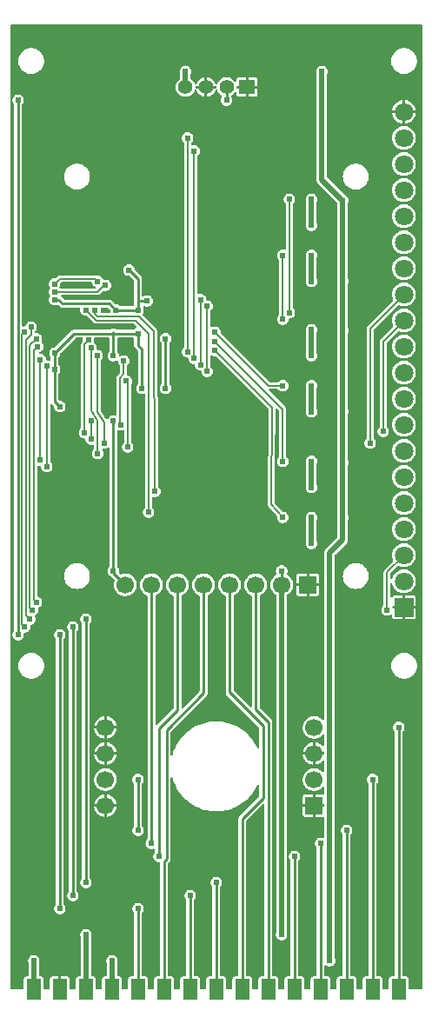
<source format=gbl>
G04 Layer: BottomLayer*
G04 EasyEDA v6.5.29, 2023-07-18 11:37:26*
G04 44a429887d2946ba859a18da238e0ce0,5a6b42c53f6a479593ecc07194224c93,10*
G04 Gerber Generator version 0.2*
G04 Scale: 100 percent, Rotated: No, Reflected: No *
G04 Dimensions in millimeters *
G04 leading zeros omitted , absolute positions ,4 integer and 5 decimal *
%FSLAX45Y45*%
%MOMM*%

%AMMACRO1*21,1,$1,$2,0,0,$3*%
%ADD10C,0.2540*%
%ADD11C,0.5000*%
%ADD12C,0.1270*%
%ADD13R,1.4000X2.0000*%
%ADD14C,1.8000*%
%ADD15MACRO1,1.8X1.8X90.0000*%
%ADD16C,1.7000*%
%ADD17MACRO1,1.7X1.7X90.0000*%
%ADD18MACRO1,1.7X1.7X0.0000*%
%ADD19C,1.4000*%
%ADD20R,1.5240X1.4000*%
%ADD21C,0.6096*%
%ADD22C,0.0125*%

%LPD*%
G36*
X514502Y9341358D02*
G01*
X510489Y9342170D01*
X507136Y9344507D01*
X504951Y9347911D01*
X504342Y9351924D01*
X505307Y9355886D01*
X510184Y9366046D01*
X512673Y9375495D01*
X513537Y9385300D01*
X513080Y9390430D01*
X513689Y9394799D01*
X516026Y9398508D01*
X518363Y9400844D01*
X521665Y9403080D01*
X525576Y9403842D01*
X812241Y9403842D01*
X816508Y9402876D01*
X820013Y9400235D01*
X822045Y9396323D01*
X823366Y9391446D01*
X827481Y9382506D01*
X833119Y9374479D01*
X840079Y9367520D01*
X848106Y9361881D01*
X850646Y9360712D01*
X853795Y9358426D01*
X855827Y9355124D01*
X856487Y9351264D01*
X855675Y9347454D01*
X853440Y9344253D01*
X850188Y9342120D01*
X846328Y9341358D01*
G37*

%LPD*%
G36*
X913892Y9100058D02*
G01*
X910234Y9100718D01*
X907084Y9102648D01*
X904849Y9105595D01*
X903782Y9109151D01*
X904087Y9112859D01*
X906373Y9121495D01*
X907237Y9131300D01*
X906373Y9141104D01*
X905764Y9143441D01*
X905459Y9147149D01*
X906526Y9150705D01*
X908761Y9153601D01*
X911910Y9155582D01*
X915568Y9156242D01*
X970381Y9156242D01*
X974293Y9155480D01*
X977595Y9153245D01*
X994968Y9135872D01*
X997000Y9132976D01*
X997915Y9129572D01*
X998626Y9121495D01*
X1000912Y9112859D01*
X1001217Y9109151D01*
X1000150Y9105595D01*
X997915Y9102648D01*
X994765Y9100718D01*
X991108Y9100058D01*
G37*

%LPD*%
G36*
X965250Y8065871D02*
G01*
X961186Y8067446D01*
X958189Y8070545D01*
X910082Y8147456D01*
X908964Y8150047D01*
X908558Y8152841D01*
X908558Y8635593D01*
X909319Y8639505D01*
X911555Y8642807D01*
X919480Y8650630D01*
X925118Y8658606D01*
X929233Y8667546D01*
X931773Y8676995D01*
X932637Y8686800D01*
X931773Y8696604D01*
X929233Y8706053D01*
X925118Y8714994D01*
X919480Y8723020D01*
X912520Y8729980D01*
X904494Y8735618D01*
X895553Y8739733D01*
X886104Y8742273D01*
X877620Y8743035D01*
X873810Y8744153D01*
X870712Y8746642D01*
X868781Y8750096D01*
X868375Y8754059D01*
X869137Y8763000D01*
X868273Y8772804D01*
X865733Y8782253D01*
X861618Y8791194D01*
X855980Y8799220D01*
X849020Y8806180D01*
X844448Y8809380D01*
X841603Y8812377D01*
X840232Y8816238D01*
X840435Y8820302D01*
X842873Y8829395D01*
X843737Y8839200D01*
X842873Y8849004D01*
X842264Y8851290D01*
X841959Y8854998D01*
X843026Y8858554D01*
X845312Y8861501D01*
X848461Y8863431D01*
X852068Y8864092D01*
X979932Y8864092D01*
X983843Y8863330D01*
X987094Y8861094D01*
X989330Y8857843D01*
X990092Y8853932D01*
X990092Y8731808D01*
X989330Y8727897D01*
X987094Y8724595D01*
X985519Y8723020D01*
X979881Y8714994D01*
X975766Y8706053D01*
X973226Y8696604D01*
X972362Y8686800D01*
X973226Y8676995D01*
X975766Y8667546D01*
X979881Y8658606D01*
X985519Y8650579D01*
X992479Y8643620D01*
X1000506Y8637981D01*
X1009446Y8633866D01*
X1018895Y8631326D01*
X1028700Y8630462D01*
X1038504Y8631326D01*
X1047953Y8633866D01*
X1056894Y8637981D01*
X1058367Y8639048D01*
X1062278Y8640724D01*
X1066495Y8640622D01*
X1070305Y8638844D01*
X1073099Y8635644D01*
X1074318Y8631631D01*
X1074826Y8626195D01*
X1077366Y8616746D01*
X1081481Y8607806D01*
X1087120Y8599830D01*
X1095044Y8592007D01*
X1097280Y8588705D01*
X1098042Y8584793D01*
X1098042Y8526576D01*
X1097280Y8522665D01*
X1095044Y8519363D01*
X1069746Y8494064D01*
X1065174Y8488426D01*
X1062126Y8482431D01*
X1060348Y8475827D01*
X1059942Y8470493D01*
X1059942Y8114792D01*
X1059281Y8111134D01*
X1057351Y8107984D01*
X1054404Y8105749D01*
X1050848Y8104682D01*
X1047140Y8104987D01*
X1038504Y8107273D01*
X1028700Y8108137D01*
X1018895Y8107273D01*
X1009446Y8104733D01*
X1000506Y8100618D01*
X992479Y8094980D01*
X985519Y8088020D01*
X979881Y8079994D01*
X976020Y8071612D01*
X973378Y8068208D01*
X969568Y8066176D01*
G37*

%LPD*%
G36*
X36830Y5970422D02*
G01*
X32715Y5970981D01*
X29159Y5973114D01*
X26771Y5976518D01*
X25908Y5980582D01*
X25908Y11164417D01*
X26771Y11168481D01*
X29159Y11171885D01*
X32715Y11174018D01*
X36830Y11174577D01*
X40792Y11173409D01*
X43992Y11170767D01*
X45872Y11167059D01*
X48666Y11156746D01*
X52781Y11147806D01*
X58419Y11139779D01*
X59994Y11138204D01*
X62230Y11134902D01*
X62991Y11130991D01*
X62991Y6014008D01*
X62230Y6010097D01*
X59994Y6006795D01*
X58419Y6005220D01*
X52781Y5997194D01*
X48666Y5988253D01*
X45872Y5977940D01*
X43992Y5974232D01*
X40792Y5971590D01*
G37*

%LPD*%
G36*
X2392070Y2514600D02*
G01*
X2388158Y2515362D01*
X2384856Y2517597D01*
X2382672Y2520848D01*
X2381910Y2524760D01*
X2381910Y2614015D01*
X2381199Y2620365D01*
X2379268Y2625801D01*
X2376170Y2630728D01*
X2372106Y2634792D01*
X2367178Y2637891D01*
X2361742Y2639822D01*
X2355443Y2640533D01*
X2334768Y2640533D01*
X2330856Y2641295D01*
X2327605Y2643479D01*
X2325370Y2646781D01*
X2324608Y2650693D01*
X2324608Y4158081D01*
X2325370Y4161993D01*
X2327605Y4165295D01*
X2484069Y4321759D01*
X2487320Y4323943D01*
X2491232Y4324705D01*
X2495143Y4323943D01*
X2498394Y4321759D01*
X2500630Y4318457D01*
X2501392Y4314545D01*
X2501392Y2650693D01*
X2500630Y2646781D01*
X2498394Y2643479D01*
X2495143Y2641295D01*
X2491232Y2640533D01*
X2470556Y2640533D01*
X2464257Y2639822D01*
X2458770Y2637891D01*
X2453894Y2634792D01*
X2449779Y2630728D01*
X2446680Y2625801D01*
X2444800Y2620365D01*
X2444089Y2614015D01*
X2444089Y2524760D01*
X2443327Y2520848D01*
X2441092Y2517597D01*
X2437790Y2515362D01*
X2433929Y2514600D01*
G37*

%LPD*%
G36*
X36068Y2514600D02*
G01*
X32156Y2515362D01*
X28905Y2517597D01*
X26670Y2520848D01*
X25908Y2524760D01*
X25908Y5957417D01*
X26771Y5961481D01*
X29159Y5964885D01*
X32715Y5967018D01*
X36830Y5967577D01*
X40792Y5966409D01*
X43992Y5963767D01*
X45872Y5960059D01*
X48666Y5949746D01*
X52781Y5940806D01*
X58419Y5932779D01*
X65379Y5925820D01*
X73406Y5920181D01*
X82346Y5916066D01*
X91795Y5913526D01*
X101600Y5912662D01*
X111404Y5913526D01*
X120853Y5916066D01*
X129794Y5920181D01*
X137820Y5925820D01*
X144780Y5932779D01*
X150418Y5940806D01*
X154533Y5949746D01*
X157073Y5959195D01*
X157937Y5969000D01*
X157175Y5977940D01*
X157581Y5981903D01*
X159512Y5985357D01*
X162610Y5987846D01*
X166420Y5988964D01*
X174904Y5989726D01*
X184353Y5992266D01*
X193294Y5996381D01*
X201320Y6002020D01*
X208279Y6008979D01*
X213918Y6017006D01*
X218033Y6025946D01*
X220573Y6035395D01*
X221437Y6045200D01*
X220522Y6055817D01*
X220827Y6059322D01*
X222300Y6062522D01*
X224790Y6065062D01*
X227990Y6066536D01*
X235153Y6068466D01*
X244094Y6072581D01*
X252120Y6078220D01*
X259079Y6085179D01*
X264718Y6093206D01*
X268833Y6102146D01*
X271373Y6111595D01*
X272237Y6121400D01*
X271373Y6131204D01*
X268833Y6140704D01*
X265328Y6148476D01*
X264464Y6151880D01*
X264769Y6155334D01*
X266242Y6158534D01*
X268732Y6160973D01*
X277520Y6167120D01*
X284480Y6174079D01*
X290118Y6182106D01*
X294233Y6191046D01*
X296773Y6200495D01*
X297637Y6210300D01*
X296773Y6220104D01*
X296011Y6223050D01*
X295706Y6226556D01*
X296621Y6229959D01*
X298653Y6232855D01*
X301498Y6234887D01*
X307594Y6237681D01*
X315620Y6243320D01*
X322580Y6250279D01*
X328218Y6258306D01*
X332333Y6267246D01*
X334873Y6276695D01*
X335737Y6286500D01*
X334873Y6296304D01*
X332333Y6305753D01*
X328218Y6314694D01*
X322580Y6322720D01*
X315620Y6329680D01*
X307594Y6335318D01*
X298653Y6339433D01*
X293776Y6340754D01*
X289864Y6342786D01*
X287223Y6346291D01*
X286258Y6350558D01*
X286258Y7607808D01*
X286918Y7611465D01*
X288848Y7614615D01*
X291795Y7616850D01*
X295351Y7617917D01*
X299059Y7617612D01*
X307695Y7615326D01*
X315569Y7614615D01*
X318973Y7613700D01*
X321868Y7611668D01*
X323900Y7608773D01*
X324815Y7605369D01*
X325526Y7597495D01*
X328066Y7588046D01*
X332181Y7579106D01*
X337820Y7571079D01*
X344779Y7564120D01*
X352806Y7558481D01*
X361746Y7554366D01*
X371195Y7551826D01*
X381000Y7550962D01*
X390804Y7551826D01*
X400253Y7554366D01*
X409194Y7558481D01*
X417220Y7564120D01*
X424180Y7571079D01*
X429818Y7579106D01*
X433933Y7588046D01*
X436473Y7597495D01*
X437337Y7607300D01*
X436473Y7617104D01*
X433933Y7626553D01*
X429818Y7635494D01*
X424180Y7643469D01*
X416255Y7651292D01*
X414020Y7654594D01*
X413258Y7658506D01*
X413258Y8207095D01*
X414020Y8211007D01*
X416255Y8214309D01*
X419506Y8216493D01*
X423418Y8217255D01*
X427329Y8216493D01*
X430580Y8214309D01*
X448868Y8196021D01*
X450900Y8193125D01*
X451815Y8189722D01*
X452526Y8181695D01*
X455066Y8172246D01*
X459181Y8163306D01*
X464820Y8155279D01*
X471779Y8148320D01*
X479806Y8142681D01*
X488746Y8138566D01*
X498195Y8136026D01*
X508000Y8135162D01*
X517804Y8136026D01*
X527253Y8138566D01*
X536194Y8142681D01*
X544220Y8148320D01*
X551180Y8155279D01*
X556818Y8163306D01*
X560933Y8172246D01*
X563473Y8181695D01*
X564337Y8191500D01*
X563473Y8201304D01*
X560933Y8210753D01*
X556818Y8219694D01*
X551180Y8227720D01*
X544220Y8234680D01*
X536194Y8240318D01*
X527253Y8244433D01*
X517804Y8246973D01*
X509778Y8247684D01*
X506374Y8248599D01*
X503478Y8250631D01*
X498805Y8255304D01*
X496570Y8258606D01*
X495808Y8262518D01*
X495808Y8509965D01*
X496570Y8513876D01*
X498805Y8517178D01*
X500380Y8518753D01*
X506018Y8526780D01*
X510133Y8535720D01*
X512673Y8545169D01*
X513537Y8554974D01*
X512673Y8564778D01*
X510133Y8574227D01*
X506018Y8583168D01*
X500380Y8591194D01*
X498805Y8592769D01*
X496570Y8596071D01*
X495808Y8599982D01*
X495808Y8667191D01*
X496570Y8671102D01*
X498805Y8674404D01*
X500380Y8675979D01*
X506018Y8684006D01*
X510133Y8692946D01*
X512673Y8702395D01*
X513384Y8710422D01*
X514299Y8713825D01*
X516331Y8716721D01*
X660704Y8861094D01*
X664006Y8863330D01*
X667918Y8864092D01*
X722731Y8864092D01*
X726338Y8863431D01*
X729488Y8861501D01*
X731774Y8858554D01*
X732840Y8854998D01*
X732536Y8851290D01*
X731926Y8849004D01*
X731062Y8839200D01*
X731520Y8834069D01*
X730910Y8829700D01*
X728573Y8825992D01*
X726846Y8824264D01*
X722274Y8818626D01*
X719226Y8812631D01*
X717448Y8806027D01*
X717042Y8800693D01*
X717042Y7988706D01*
X716280Y7984794D01*
X714044Y7981492D01*
X706120Y7973669D01*
X700481Y7965694D01*
X696366Y7956753D01*
X693826Y7947304D01*
X692962Y7937500D01*
X693826Y7927695D01*
X696366Y7918246D01*
X700481Y7909306D01*
X706120Y7901279D01*
X713079Y7894320D01*
X721106Y7888681D01*
X730046Y7884566D01*
X739495Y7882026D01*
X747369Y7881315D01*
X750773Y7880400D01*
X753668Y7878368D01*
X755700Y7875473D01*
X756615Y7872069D01*
X757326Y7864195D01*
X759866Y7854746D01*
X763981Y7845806D01*
X769620Y7837779D01*
X776579Y7830820D01*
X784606Y7825181D01*
X793546Y7821066D01*
X802995Y7818526D01*
X812800Y7817662D01*
X822604Y7818526D01*
X831240Y7820812D01*
X834948Y7821117D01*
X838504Y7820050D01*
X841451Y7817815D01*
X843381Y7814665D01*
X844042Y7811008D01*
X844042Y7785506D01*
X843280Y7781594D01*
X841044Y7778292D01*
X833119Y7770469D01*
X827481Y7762494D01*
X823366Y7753553D01*
X820826Y7744104D01*
X819962Y7734300D01*
X820826Y7724495D01*
X823366Y7715046D01*
X827481Y7706106D01*
X833119Y7698079D01*
X840079Y7691120D01*
X848106Y7685481D01*
X857046Y7681366D01*
X866495Y7678826D01*
X876300Y7677962D01*
X886104Y7678826D01*
X895553Y7681366D01*
X904494Y7685481D01*
X912520Y7691120D01*
X919480Y7698079D01*
X925118Y7706106D01*
X929233Y7715046D01*
X931773Y7724495D01*
X932637Y7734300D01*
X931773Y7744104D01*
X929233Y7753553D01*
X925118Y7762494D01*
X923899Y7764170D01*
X922324Y7767675D01*
X922172Y7771485D01*
X923442Y7775092D01*
X925931Y7777988D01*
X929284Y7779766D01*
X933094Y7780121D01*
X939800Y7779562D01*
X949604Y7780426D01*
X959053Y7782966D01*
X967994Y7787081D01*
X974090Y7791399D01*
X978153Y7793075D01*
X982573Y7792872D01*
X986485Y7790840D01*
X989126Y7787386D01*
X990092Y7783068D01*
X990092Y6636308D01*
X989330Y6632397D01*
X987094Y6629095D01*
X985519Y6627520D01*
X979881Y6619494D01*
X975766Y6610553D01*
X973226Y6601104D01*
X972362Y6591300D01*
X973226Y6581495D01*
X975766Y6572046D01*
X979881Y6563106D01*
X985519Y6555079D01*
X992479Y6548120D01*
X1000506Y6542481D01*
X1005586Y6540144D01*
X1008481Y6538112D01*
X1040231Y6506362D01*
X1042314Y6503314D01*
X1043178Y6499656D01*
X1042669Y6495999D01*
X1038555Y6483502D01*
X1035812Y6469583D01*
X1034897Y6455410D01*
X1035812Y6441186D01*
X1038555Y6427266D01*
X1043025Y6413754D01*
X1049172Y6400952D01*
X1056944Y6389065D01*
X1066139Y6378244D01*
X1076655Y6368694D01*
X1088288Y6360566D01*
X1100886Y6354013D01*
X1114247Y6349085D01*
X1128115Y6345936D01*
X1142238Y6344564D01*
X1156462Y6345021D01*
X1170482Y6347256D01*
X1184097Y6351320D01*
X1197102Y6357061D01*
X1209243Y6364427D01*
X1220368Y6373317D01*
X1230223Y6383528D01*
X1238707Y6394907D01*
X1245717Y6407251D01*
X1251051Y6420459D01*
X1254658Y6434175D01*
X1256436Y6448298D01*
X1256436Y6462471D01*
X1254658Y6476593D01*
X1251051Y6490309D01*
X1245717Y6503517D01*
X1238707Y6515862D01*
X1230223Y6527292D01*
X1220368Y6537452D01*
X1209243Y6546342D01*
X1197102Y6553708D01*
X1184097Y6559448D01*
X1170482Y6563512D01*
X1156462Y6565747D01*
X1142238Y6566204D01*
X1128115Y6564833D01*
X1114247Y6561683D01*
X1105611Y6558534D01*
X1101852Y6557873D01*
X1098092Y6558737D01*
X1094943Y6560870D01*
X1086256Y6569557D01*
X1084224Y6572453D01*
X1083310Y6575856D01*
X1083614Y6579362D01*
X1084173Y6581495D01*
X1085037Y6591300D01*
X1084173Y6601104D01*
X1081633Y6610553D01*
X1077518Y6619494D01*
X1071880Y6627520D01*
X1070305Y6629095D01*
X1068070Y6632397D01*
X1067308Y6636308D01*
X1067308Y7953349D01*
X1068120Y7957312D01*
X1070406Y7960664D01*
X1073810Y7962849D01*
X1077823Y7963509D01*
X1081786Y7962544D01*
X1085646Y7960766D01*
X1095095Y7958226D01*
X1104900Y7957362D01*
X1114704Y7958226D01*
X1123340Y7960512D01*
X1127048Y7960817D01*
X1130604Y7959750D01*
X1133551Y7957515D01*
X1135481Y7954365D01*
X1136142Y7950708D01*
X1136142Y7849006D01*
X1135380Y7845094D01*
X1133144Y7841792D01*
X1125220Y7833969D01*
X1119581Y7825994D01*
X1115466Y7817053D01*
X1112926Y7807604D01*
X1112062Y7797800D01*
X1112926Y7787995D01*
X1115466Y7778546D01*
X1119581Y7769606D01*
X1125220Y7761579D01*
X1132179Y7754620D01*
X1140206Y7748981D01*
X1149146Y7744866D01*
X1158595Y7742326D01*
X1168400Y7741462D01*
X1178204Y7742326D01*
X1187653Y7744866D01*
X1196594Y7748981D01*
X1204620Y7754620D01*
X1211580Y7761579D01*
X1217218Y7769606D01*
X1221333Y7778546D01*
X1223873Y7787995D01*
X1224737Y7797800D01*
X1223873Y7807604D01*
X1221333Y7817053D01*
X1217218Y7825994D01*
X1211580Y7833969D01*
X1203655Y7841792D01*
X1201420Y7845094D01*
X1200658Y7849006D01*
X1200658Y8402929D01*
X1201115Y8405977D01*
X1202486Y8408771D01*
X1204518Y8411616D01*
X1208633Y8420506D01*
X1211173Y8430006D01*
X1212037Y8439759D01*
X1211173Y8449564D01*
X1208633Y8459063D01*
X1204518Y8467953D01*
X1198880Y8476030D01*
X1191920Y8482939D01*
X1183894Y8488578D01*
X1174953Y8492744D01*
X1169670Y8494166D01*
X1166520Y8495639D01*
X1164031Y8498078D01*
X1162507Y8501278D01*
X1162202Y8504783D01*
X1162558Y8509406D01*
X1162558Y8584793D01*
X1163320Y8588705D01*
X1165555Y8592007D01*
X1173480Y8599830D01*
X1179118Y8607806D01*
X1183233Y8616746D01*
X1185773Y8626195D01*
X1186637Y8636000D01*
X1185773Y8645804D01*
X1183233Y8655253D01*
X1179118Y8664194D01*
X1173480Y8672220D01*
X1166520Y8679180D01*
X1158494Y8684818D01*
X1149553Y8688933D01*
X1140104Y8691473D01*
X1130300Y8692337D01*
X1120495Y8691473D01*
X1111046Y8688933D01*
X1102106Y8684818D01*
X1100632Y8683752D01*
X1096721Y8682075D01*
X1092504Y8682177D01*
X1088694Y8683955D01*
X1085900Y8687155D01*
X1084681Y8691168D01*
X1084173Y8696604D01*
X1081633Y8706053D01*
X1077518Y8714994D01*
X1071880Y8723020D01*
X1070305Y8724595D01*
X1068070Y8727897D01*
X1067308Y8731808D01*
X1067308Y8853932D01*
X1068070Y8857843D01*
X1070305Y8861094D01*
X1073607Y8863330D01*
X1077468Y8864092D01*
X1221232Y8864092D01*
X1225143Y8863330D01*
X1228394Y8861094D01*
X1230630Y8857843D01*
X1231392Y8853932D01*
X1231392Y8788958D01*
X1232204Y8780881D01*
X1234389Y8773668D01*
X1237945Y8766962D01*
X1243076Y8760764D01*
X1266494Y8737295D01*
X1268730Y8733993D01*
X1269492Y8730081D01*
X1269492Y8414308D01*
X1268730Y8410397D01*
X1266494Y8407095D01*
X1264920Y8405520D01*
X1259281Y8397494D01*
X1255166Y8388553D01*
X1252626Y8379104D01*
X1251762Y8369300D01*
X1252626Y8359495D01*
X1255166Y8350046D01*
X1259281Y8341106D01*
X1264920Y8333079D01*
X1271879Y8326120D01*
X1279906Y8320481D01*
X1288846Y8316366D01*
X1298295Y8313826D01*
X1308100Y8312962D01*
X1317904Y8313826D01*
X1326540Y8316112D01*
X1330248Y8316417D01*
X1333804Y8315350D01*
X1336751Y8313115D01*
X1338681Y8309965D01*
X1339342Y8306308D01*
X1339342Y7214006D01*
X1338580Y7210094D01*
X1336344Y7206792D01*
X1328420Y7198969D01*
X1322781Y7190994D01*
X1318666Y7182053D01*
X1316126Y7172604D01*
X1315262Y7162800D01*
X1316126Y7152995D01*
X1318666Y7143546D01*
X1322781Y7134606D01*
X1328420Y7126579D01*
X1335379Y7119620D01*
X1343406Y7113981D01*
X1352346Y7109866D01*
X1361795Y7107326D01*
X1371600Y7106462D01*
X1381404Y7107326D01*
X1390853Y7109866D01*
X1399794Y7113981D01*
X1407820Y7119620D01*
X1414780Y7126579D01*
X1420418Y7134606D01*
X1424533Y7143546D01*
X1427073Y7152995D01*
X1427937Y7162800D01*
X1427073Y7172604D01*
X1424533Y7182053D01*
X1420418Y7190994D01*
X1414780Y7198969D01*
X1406855Y7206792D01*
X1404620Y7210094D01*
X1403858Y7214006D01*
X1403858Y7303008D01*
X1404518Y7306665D01*
X1406448Y7309815D01*
X1409395Y7312050D01*
X1412951Y7313117D01*
X1416659Y7312812D01*
X1425295Y7310526D01*
X1435100Y7309662D01*
X1444904Y7310526D01*
X1454353Y7313066D01*
X1463294Y7317181D01*
X1471320Y7322820D01*
X1478280Y7329779D01*
X1483918Y7337806D01*
X1488033Y7346746D01*
X1490573Y7356195D01*
X1491437Y7366000D01*
X1490573Y7375804D01*
X1488033Y7385253D01*
X1483918Y7394194D01*
X1478280Y7402169D01*
X1470355Y7409992D01*
X1468120Y7413294D01*
X1467358Y7417206D01*
X1467358Y8267192D01*
X1466596Y8274405D01*
X1464513Y8280806D01*
X1461109Y8286750D01*
X1457096Y8291322D01*
X1455318Y8294420D01*
X1454658Y8297976D01*
X1454658Y8927592D01*
X1453896Y8934805D01*
X1451813Y8941206D01*
X1448409Y8947150D01*
X1444904Y8951214D01*
X1314196Y9081922D01*
X1312164Y9084818D01*
X1311249Y9088221D01*
X1311554Y9091726D01*
X1313078Y9094927D01*
X1318818Y9103106D01*
X1322933Y9112046D01*
X1325473Y9121495D01*
X1326337Y9131300D01*
X1325473Y9141104D01*
X1322933Y9150553D01*
X1320190Y9156496D01*
X1319225Y9160510D01*
X1319936Y9164574D01*
X1322222Y9167977D01*
X1325626Y9170263D01*
X1329690Y9170974D01*
X1333703Y9170009D01*
X1339646Y9167266D01*
X1349095Y9164726D01*
X1358900Y9163862D01*
X1368704Y9164726D01*
X1378153Y9167266D01*
X1387094Y9171381D01*
X1395120Y9177020D01*
X1402080Y9183979D01*
X1407718Y9192006D01*
X1411833Y9200946D01*
X1414373Y9210395D01*
X1415237Y9220200D01*
X1414373Y9230004D01*
X1411833Y9239453D01*
X1407718Y9248394D01*
X1402080Y9256420D01*
X1395120Y9263380D01*
X1387094Y9269018D01*
X1378153Y9273133D01*
X1368704Y9275673D01*
X1358900Y9276537D01*
X1349095Y9275673D01*
X1339646Y9273133D01*
X1330706Y9269018D01*
X1324610Y9264700D01*
X1320546Y9263024D01*
X1316126Y9263227D01*
X1312214Y9265259D01*
X1309573Y9268714D01*
X1308608Y9273032D01*
X1308608Y9435592D01*
X1307795Y9443618D01*
X1305610Y9450832D01*
X1302054Y9457537D01*
X1296974Y9463735D01*
X1239723Y9520986D01*
X1237691Y9523882D01*
X1236776Y9527286D01*
X1236573Y9529572D01*
X1234033Y9539071D01*
X1229918Y9547961D01*
X1224280Y9556038D01*
X1217320Y9562947D01*
X1209294Y9568586D01*
X1200353Y9572752D01*
X1190904Y9575292D01*
X1181100Y9576155D01*
X1171295Y9575292D01*
X1161846Y9572752D01*
X1152906Y9568586D01*
X1144879Y9562947D01*
X1137920Y9556038D01*
X1132281Y9547961D01*
X1128166Y9539071D01*
X1125626Y9529572D01*
X1124762Y9519767D01*
X1125626Y9510014D01*
X1128166Y9500514D01*
X1132281Y9491624D01*
X1137920Y9483547D01*
X1144879Y9476638D01*
X1152906Y9470999D01*
X1161846Y9466834D01*
X1171295Y9464294D01*
X1181100Y9463430D01*
X1182776Y9463582D01*
X1187145Y9463024D01*
X1190853Y9460636D01*
X1228394Y9423095D01*
X1230630Y9419793D01*
X1231392Y9415881D01*
X1231392Y9180068D01*
X1230630Y9176156D01*
X1228394Y9172905D01*
X1225143Y9170670D01*
X1221232Y9169908D01*
X1099108Y9169908D01*
X1095197Y9170670D01*
X1091895Y9172905D01*
X1090320Y9174480D01*
X1082294Y9180118D01*
X1073353Y9184233D01*
X1063904Y9186773D01*
X1055928Y9187484D01*
X1052525Y9188399D01*
X1049629Y9190431D01*
X1018235Y9221774D01*
X1012037Y9226905D01*
X1005382Y9230461D01*
X998118Y9232646D01*
X990092Y9233458D01*
X553618Y9233458D01*
X549706Y9234220D01*
X546404Y9236405D01*
X523341Y9259519D01*
X521157Y9262821D01*
X520344Y9266682D01*
X521157Y9270593D01*
X523341Y9273844D01*
X526643Y9276080D01*
X530504Y9276842D01*
X875792Y9276842D01*
X883005Y9277604D01*
X889406Y9279686D01*
X895350Y9283141D01*
X899414Y9286595D01*
X928471Y9315653D01*
X931367Y9317685D01*
X934770Y9318599D01*
X938276Y9318294D01*
X942695Y9317126D01*
X952500Y9316262D01*
X962304Y9317126D01*
X971753Y9319666D01*
X980694Y9323781D01*
X988720Y9329420D01*
X995680Y9336379D01*
X1001318Y9344406D01*
X1005433Y9353346D01*
X1007973Y9362795D01*
X1008837Y9372600D01*
X1007973Y9382404D01*
X1005433Y9391853D01*
X1001318Y9400794D01*
X995680Y9408820D01*
X988720Y9415780D01*
X980694Y9421418D01*
X971753Y9425533D01*
X962304Y9428073D01*
X952500Y9428937D01*
X942695Y9428073D01*
X939749Y9427311D01*
X936244Y9427006D01*
X932840Y9427921D01*
X929944Y9429953D01*
X927912Y9432798D01*
X925118Y9438894D01*
X919480Y9446920D01*
X912520Y9453880D01*
X904494Y9459518D01*
X895553Y9463633D01*
X886104Y9466173D01*
X876300Y9467037D01*
X865632Y9466122D01*
X862330Y9466376D01*
X855929Y9467951D01*
X850493Y9468358D01*
X508558Y9468358D01*
X501294Y9467596D01*
X494893Y9465513D01*
X488950Y9462058D01*
X484885Y9458604D01*
X470408Y9444126D01*
X466699Y9441789D01*
X462330Y9441180D01*
X457200Y9441637D01*
X447395Y9440773D01*
X437946Y9438233D01*
X429006Y9434118D01*
X420979Y9428480D01*
X414020Y9421520D01*
X408381Y9413494D01*
X404266Y9404553D01*
X401726Y9395104D01*
X400862Y9385300D01*
X401726Y9375495D01*
X404266Y9366046D01*
X408381Y9357106D01*
X411276Y9353042D01*
X412902Y9349232D01*
X412902Y9345168D01*
X411276Y9341358D01*
X408381Y9337294D01*
X404266Y9328353D01*
X401726Y9318904D01*
X400862Y9309100D01*
X401726Y9299295D01*
X404266Y9289846D01*
X408381Y9280906D01*
X411276Y9276842D01*
X412902Y9273032D01*
X412902Y9268968D01*
X411276Y9265158D01*
X408381Y9261094D01*
X404266Y9252153D01*
X401726Y9242704D01*
X400862Y9232900D01*
X401726Y9223095D01*
X404266Y9213646D01*
X408381Y9204706D01*
X414020Y9196679D01*
X420979Y9189720D01*
X429006Y9184081D01*
X437946Y9179966D01*
X447395Y9177426D01*
X457200Y9176562D01*
X467004Y9177426D01*
X476453Y9179966D01*
X481787Y9182404D01*
X485749Y9183370D01*
X489813Y9182658D01*
X493268Y9180372D01*
X505764Y9167876D01*
X511962Y9162796D01*
X518668Y9159240D01*
X525881Y9157004D01*
X533908Y9156242D01*
X697331Y9156242D01*
X700989Y9155582D01*
X704138Y9153601D01*
X706374Y9150705D01*
X707440Y9147149D01*
X707136Y9143441D01*
X706526Y9141104D01*
X705662Y9131300D01*
X706526Y9121495D01*
X709066Y9112046D01*
X713181Y9103106D01*
X718820Y9095079D01*
X725779Y9088120D01*
X733806Y9082481D01*
X742746Y9078366D01*
X752195Y9075826D01*
X762000Y9074962D01*
X767130Y9075420D01*
X771499Y9074810D01*
X775208Y9072473D01*
X840435Y9007246D01*
X846074Y9002674D01*
X852068Y8999626D01*
X858672Y8997848D01*
X864006Y8997442D01*
X1227023Y8997442D01*
X1230934Y8996680D01*
X1234236Y8994444D01*
X1255877Y8972804D01*
X1258163Y8969248D01*
X1258824Y8965082D01*
X1257757Y8961018D01*
X1255064Y8957716D01*
X1241806Y8951518D01*
X1233779Y8945880D01*
X1232204Y8944305D01*
X1228902Y8942070D01*
X1224991Y8941308D01*
X1061262Y8941308D01*
X1057859Y8941917D01*
X1054811Y8943594D01*
X1050137Y8947454D01*
X1043482Y8951010D01*
X1036218Y8953195D01*
X1028700Y8953957D01*
X1021181Y8953195D01*
X1013968Y8951010D01*
X1007262Y8947454D01*
X1002588Y8943594D01*
X999591Y8941917D01*
X996137Y8941308D01*
X648208Y8941308D01*
X640181Y8940495D01*
X632968Y8938310D01*
X626262Y8934754D01*
X620064Y8929624D01*
X461721Y8771331D01*
X458825Y8769299D01*
X455422Y8768384D01*
X447395Y8767673D01*
X437946Y8765133D01*
X429006Y8761018D01*
X420979Y8755380D01*
X414020Y8748420D01*
X408381Y8740394D01*
X404266Y8731453D01*
X401726Y8722004D01*
X400862Y8712200D01*
X401726Y8702395D01*
X404266Y8692946D01*
X408381Y8684006D01*
X414020Y8675979D01*
X415594Y8674404D01*
X417830Y8671102D01*
X418592Y8667191D01*
X418592Y8645550D01*
X417779Y8641588D01*
X415493Y8638235D01*
X412089Y8636050D01*
X408076Y8635390D01*
X404114Y8636355D01*
X400253Y8638133D01*
X390804Y8640673D01*
X382930Y8641384D01*
X379526Y8642299D01*
X376631Y8644331D01*
X374599Y8647226D01*
X373684Y8650630D01*
X372973Y8658504D01*
X370433Y8667953D01*
X366318Y8676894D01*
X360680Y8684920D01*
X353720Y8691880D01*
X345694Y8697518D01*
X336753Y8701633D01*
X327304Y8704173D01*
X318160Y8704986D01*
X313944Y8706307D01*
X310692Y8709304D01*
X309016Y8713368D01*
X309219Y8717737D01*
X311251Y8721648D01*
X314756Y8724341D01*
X320294Y8726881D01*
X328320Y8732520D01*
X335280Y8739479D01*
X340918Y8747506D01*
X345033Y8756446D01*
X347573Y8765895D01*
X348437Y8775700D01*
X347573Y8785504D01*
X345033Y8794953D01*
X340918Y8803894D01*
X335280Y8811920D01*
X331724Y8815476D01*
X329488Y8818880D01*
X328726Y8822944D01*
X329692Y8826957D01*
X332333Y8832646D01*
X334873Y8842095D01*
X335737Y8851900D01*
X334873Y8861704D01*
X332333Y8871153D01*
X328218Y8880094D01*
X322580Y8888120D01*
X315620Y8895080D01*
X307594Y8900718D01*
X298653Y8904833D01*
X289204Y8907373D01*
X279400Y8908237D01*
X274929Y8907881D01*
X270865Y8908338D01*
X267309Y8910421D01*
X264820Y8913723D01*
X263906Y8917736D01*
X264668Y8921800D01*
X266954Y8925204D01*
X271780Y8930030D01*
X277418Y8938006D01*
X281533Y8946946D01*
X284073Y8956395D01*
X284937Y8966200D01*
X284073Y8976004D01*
X281533Y8985453D01*
X277418Y8994394D01*
X271780Y9002420D01*
X264820Y9009380D01*
X256794Y9015018D01*
X247853Y9019133D01*
X238404Y9021673D01*
X228600Y9022537D01*
X218795Y9021673D01*
X209346Y9019133D01*
X200406Y9015018D01*
X192379Y9009380D01*
X185420Y9002420D01*
X179781Y8994394D01*
X175666Y8985453D01*
X173990Y8979255D01*
X172110Y8975547D01*
X169011Y8972905D01*
X165049Y8971737D01*
X155295Y8970873D01*
X153009Y8970264D01*
X149301Y8969959D01*
X145745Y8971026D01*
X142798Y8973312D01*
X140868Y8976461D01*
X140208Y8980068D01*
X140208Y11130991D01*
X140970Y11134902D01*
X143205Y11138204D01*
X144780Y11139779D01*
X150418Y11147806D01*
X154533Y11156746D01*
X157073Y11166195D01*
X157937Y11176000D01*
X157073Y11185804D01*
X154533Y11195253D01*
X150418Y11204194D01*
X144780Y11212220D01*
X137820Y11219180D01*
X129794Y11224818D01*
X120853Y11228933D01*
X111404Y11231473D01*
X101600Y11232337D01*
X91795Y11231473D01*
X82346Y11228933D01*
X73406Y11224818D01*
X65379Y11219180D01*
X58419Y11212220D01*
X52781Y11204194D01*
X48666Y11195253D01*
X45872Y11184940D01*
X43992Y11181232D01*
X40792Y11178590D01*
X36830Y11177422D01*
X32715Y11177981D01*
X29159Y11180114D01*
X26771Y11183518D01*
X25908Y11187582D01*
X25908Y11901932D01*
X26670Y11905843D01*
X28905Y11909094D01*
X32156Y11911330D01*
X36068Y11912092D01*
X4027932Y11912092D01*
X4031843Y11911330D01*
X4035094Y11909094D01*
X4037329Y11905843D01*
X4038092Y11901932D01*
X4038092Y2524760D01*
X4037329Y2520848D01*
X4035094Y2517597D01*
X4031843Y2515362D01*
X4027932Y2514600D01*
X3916070Y2514600D01*
X3912158Y2515362D01*
X3908856Y2517597D01*
X3906672Y2520848D01*
X3905910Y2524760D01*
X3905910Y2614015D01*
X3905199Y2620365D01*
X3903268Y2625801D01*
X3900170Y2630728D01*
X3896106Y2634792D01*
X3891178Y2637891D01*
X3885742Y2639822D01*
X3879443Y2640533D01*
X3858768Y2640533D01*
X3854856Y2641295D01*
X3851605Y2643479D01*
X3849370Y2646781D01*
X3848608Y2650693D01*
X3848608Y5022291D01*
X3849370Y5026202D01*
X3851605Y5029504D01*
X3853179Y5031079D01*
X3858818Y5039106D01*
X3862933Y5048046D01*
X3865473Y5057495D01*
X3866337Y5067300D01*
X3865473Y5077104D01*
X3862933Y5086553D01*
X3858818Y5095494D01*
X3853179Y5103520D01*
X3846220Y5110480D01*
X3838194Y5116118D01*
X3829253Y5120233D01*
X3819804Y5122773D01*
X3810000Y5123637D01*
X3800195Y5122773D01*
X3790746Y5120233D01*
X3781806Y5116118D01*
X3773779Y5110480D01*
X3766820Y5103520D01*
X3761181Y5095494D01*
X3757066Y5086553D01*
X3754526Y5077104D01*
X3753662Y5067300D01*
X3754526Y5057495D01*
X3757066Y5048046D01*
X3761181Y5039106D01*
X3766820Y5031079D01*
X3768394Y5029504D01*
X3770629Y5026202D01*
X3771392Y5022291D01*
X3771392Y2650693D01*
X3770629Y2646781D01*
X3768394Y2643479D01*
X3765143Y2641295D01*
X3761232Y2640533D01*
X3740556Y2640533D01*
X3734257Y2639822D01*
X3728770Y2637891D01*
X3723894Y2634792D01*
X3719779Y2630728D01*
X3716680Y2625801D01*
X3714800Y2620365D01*
X3714089Y2614015D01*
X3714089Y2524760D01*
X3713327Y2520848D01*
X3711092Y2517597D01*
X3707790Y2515362D01*
X3703929Y2514600D01*
X3662070Y2514600D01*
X3658158Y2515362D01*
X3654856Y2517597D01*
X3652672Y2520848D01*
X3651910Y2524760D01*
X3651910Y2614015D01*
X3651199Y2620365D01*
X3649268Y2625801D01*
X3646170Y2630728D01*
X3642106Y2634792D01*
X3637178Y2637891D01*
X3631742Y2639822D01*
X3625443Y2640533D01*
X3604768Y2640533D01*
X3600856Y2641295D01*
X3597605Y2643479D01*
X3595370Y2646781D01*
X3594608Y2650693D01*
X3594608Y4514291D01*
X3595370Y4518202D01*
X3597605Y4521504D01*
X3599179Y4523079D01*
X3604818Y4531106D01*
X3608933Y4540046D01*
X3611473Y4549495D01*
X3612337Y4559300D01*
X3611473Y4569104D01*
X3608933Y4578553D01*
X3604818Y4587494D01*
X3599179Y4595520D01*
X3592220Y4602480D01*
X3584194Y4608118D01*
X3575253Y4612233D01*
X3565804Y4614773D01*
X3556000Y4615637D01*
X3546195Y4614773D01*
X3536746Y4612233D01*
X3527806Y4608118D01*
X3519779Y4602480D01*
X3512820Y4595520D01*
X3507181Y4587494D01*
X3503066Y4578553D01*
X3500526Y4569104D01*
X3499662Y4559300D01*
X3500526Y4549495D01*
X3503066Y4540046D01*
X3507181Y4531106D01*
X3512820Y4523079D01*
X3514394Y4521504D01*
X3516629Y4518202D01*
X3517392Y4514291D01*
X3517392Y2650693D01*
X3516629Y2646781D01*
X3514394Y2643479D01*
X3511143Y2641295D01*
X3507232Y2640533D01*
X3486556Y2640533D01*
X3480257Y2639822D01*
X3474770Y2637891D01*
X3469894Y2634792D01*
X3465779Y2630728D01*
X3462680Y2625801D01*
X3460800Y2620365D01*
X3460089Y2614015D01*
X3460089Y2524760D01*
X3459327Y2520848D01*
X3457092Y2517597D01*
X3453790Y2515362D01*
X3449929Y2514600D01*
X3408070Y2514600D01*
X3404158Y2515362D01*
X3400856Y2517597D01*
X3398672Y2520848D01*
X3397910Y2524760D01*
X3397910Y2614015D01*
X3397199Y2620365D01*
X3395268Y2625801D01*
X3392170Y2630728D01*
X3388106Y2634792D01*
X3383178Y2637891D01*
X3377742Y2639822D01*
X3371443Y2640533D01*
X3350768Y2640533D01*
X3346856Y2641295D01*
X3343605Y2643479D01*
X3341370Y2646781D01*
X3340608Y2650693D01*
X3340608Y4018991D01*
X3341370Y4022902D01*
X3343605Y4026204D01*
X3345179Y4027779D01*
X3350818Y4035806D01*
X3354933Y4044746D01*
X3357473Y4054195D01*
X3358337Y4064000D01*
X3357473Y4073804D01*
X3354933Y4083253D01*
X3350818Y4092194D01*
X3345179Y4100220D01*
X3338220Y4107179D01*
X3330194Y4112818D01*
X3321253Y4116933D01*
X3311804Y4119473D01*
X3302000Y4120337D01*
X3292195Y4119473D01*
X3282746Y4116933D01*
X3273806Y4112818D01*
X3265779Y4107179D01*
X3258820Y4100220D01*
X3253181Y4092194D01*
X3249066Y4083253D01*
X3246526Y4073804D01*
X3245662Y4064000D01*
X3246526Y4054195D01*
X3249066Y4044746D01*
X3253181Y4035806D01*
X3258820Y4027779D01*
X3260394Y4026204D01*
X3262629Y4022902D01*
X3263392Y4018991D01*
X3263392Y2650693D01*
X3262629Y2646781D01*
X3260394Y2643479D01*
X3257143Y2641295D01*
X3253232Y2640533D01*
X3232556Y2640533D01*
X3226257Y2639822D01*
X3220770Y2637891D01*
X3215894Y2634792D01*
X3211779Y2630728D01*
X3208680Y2625801D01*
X3206800Y2620365D01*
X3206089Y2614015D01*
X3206089Y2524760D01*
X3205327Y2520848D01*
X3203092Y2517597D01*
X3199790Y2515362D01*
X3195929Y2514600D01*
X3154070Y2514600D01*
X3150158Y2515362D01*
X3146856Y2517597D01*
X3144672Y2520848D01*
X3143910Y2524760D01*
X3143910Y2614015D01*
X3143199Y2620365D01*
X3141268Y2625801D01*
X3138170Y2630728D01*
X3134106Y2634792D01*
X3129178Y2637891D01*
X3123742Y2639822D01*
X3117443Y2640533D01*
X3096768Y2640533D01*
X3092856Y2641295D01*
X3089605Y2643479D01*
X3087370Y2646781D01*
X3086608Y2650693D01*
X3086608Y2741168D01*
X3087573Y2745486D01*
X3090214Y2748940D01*
X3094126Y2750972D01*
X3098546Y2751175D01*
X3102610Y2749499D01*
X3108706Y2745181D01*
X3117646Y2741066D01*
X3127095Y2738526D01*
X3136900Y2737662D01*
X3146704Y2738526D01*
X3156153Y2741066D01*
X3165094Y2745181D01*
X3173120Y2750820D01*
X3180080Y2757779D01*
X3185718Y2765806D01*
X3189833Y2774746D01*
X3192373Y2784195D01*
X3193237Y2794000D01*
X3192373Y2803804D01*
X3189833Y2813253D01*
X3188766Y2815590D01*
X3187801Y2819908D01*
X3187801Y6743801D01*
X3188563Y6747713D01*
X3190798Y6750964D01*
X3299764Y6859930D01*
X3302914Y6863384D01*
X3305606Y6866890D01*
X3307994Y6870649D01*
X3310026Y6874611D01*
X3311753Y6878675D01*
X3313074Y6882942D01*
X3314039Y6887260D01*
X3314598Y6891680D01*
X3314801Y6896303D01*
X3314801Y7086092D01*
X3315766Y7090409D01*
X3316833Y7092746D01*
X3319373Y7102195D01*
X3320237Y7112000D01*
X3319373Y7121804D01*
X3316833Y7131253D01*
X3315766Y7133590D01*
X3314801Y7137908D01*
X3314801Y7619492D01*
X3315766Y7623809D01*
X3316833Y7626146D01*
X3319373Y7635595D01*
X3320237Y7645400D01*
X3319373Y7655204D01*
X3316833Y7664653D01*
X3315766Y7666990D01*
X3314801Y7671308D01*
X3314801Y8114792D01*
X3315766Y8119109D01*
X3316833Y8121446D01*
X3319373Y8130895D01*
X3320237Y8140700D01*
X3319373Y8150504D01*
X3316833Y8159953D01*
X3315766Y8162290D01*
X3314801Y8166608D01*
X3314801Y8902192D01*
X3315766Y8906510D01*
X3316833Y8908846D01*
X3319373Y8918295D01*
X3320237Y8928100D01*
X3319373Y8937904D01*
X3316833Y8947353D01*
X3315766Y8949690D01*
X3314801Y8954008D01*
X3314801Y9384792D01*
X3315766Y9389110D01*
X3316833Y9391446D01*
X3319373Y9400895D01*
X3320237Y9410700D01*
X3319373Y9420504D01*
X3316833Y9429953D01*
X3315766Y9432290D01*
X3314801Y9436608D01*
X3314801Y10172192D01*
X3315766Y10176510D01*
X3316833Y10178846D01*
X3319373Y10188295D01*
X3320237Y10198100D01*
X3319373Y10207904D01*
X3316833Y10217353D01*
X3312718Y10226294D01*
X3307079Y10234320D01*
X3300120Y10241280D01*
X3292094Y10246918D01*
X3284372Y10250474D01*
X3281476Y10252506D01*
X3114598Y10419435D01*
X3112363Y10422686D01*
X3111601Y10426598D01*
X3111601Y11429492D01*
X3112566Y11433810D01*
X3113633Y11436146D01*
X3116173Y11445595D01*
X3117037Y11455400D01*
X3116173Y11465204D01*
X3113633Y11474653D01*
X3109518Y11483594D01*
X3103880Y11491620D01*
X3096920Y11498580D01*
X3088894Y11504218D01*
X3079953Y11508333D01*
X3070504Y11510873D01*
X3060700Y11511737D01*
X3050895Y11510873D01*
X3041446Y11508333D01*
X3032506Y11504218D01*
X3024479Y11498580D01*
X3017520Y11491620D01*
X3011881Y11483594D01*
X3007766Y11474653D01*
X3005226Y11465204D01*
X3004362Y11455400D01*
X3005226Y11445595D01*
X3007766Y11436146D01*
X3008833Y11433810D01*
X3009798Y11429492D01*
X3009798Y10401503D01*
X3010001Y10396880D01*
X3010560Y10392460D01*
X3011525Y10388142D01*
X3012846Y10383875D01*
X3014573Y10379811D01*
X3016605Y10375849D01*
X3018993Y10372090D01*
X3021685Y10368584D01*
X3024835Y10365130D01*
X3209493Y10180523D01*
X3212033Y10176510D01*
X3212998Y10172192D01*
X3212998Y9436608D01*
X3212033Y9432290D01*
X3210966Y9429953D01*
X3208426Y9420504D01*
X3207562Y9410700D01*
X3208426Y9400895D01*
X3210966Y9391446D01*
X3212033Y9389110D01*
X3212998Y9384792D01*
X3212998Y8954008D01*
X3212033Y8949690D01*
X3210966Y8947353D01*
X3208426Y8937904D01*
X3207562Y8928100D01*
X3208426Y8918295D01*
X3210966Y8908846D01*
X3212033Y8906510D01*
X3212998Y8902192D01*
X3212998Y8166608D01*
X3212033Y8162290D01*
X3210966Y8159953D01*
X3208426Y8150504D01*
X3207562Y8140700D01*
X3208426Y8130895D01*
X3210966Y8121446D01*
X3212033Y8119109D01*
X3212998Y8114792D01*
X3212998Y7671308D01*
X3212033Y7666990D01*
X3210966Y7664653D01*
X3208426Y7655204D01*
X3207562Y7645400D01*
X3208426Y7635595D01*
X3210966Y7626146D01*
X3212033Y7623809D01*
X3212998Y7619492D01*
X3212998Y7137908D01*
X3212033Y7133590D01*
X3210966Y7131253D01*
X3208426Y7121804D01*
X3207562Y7112000D01*
X3208426Y7102195D01*
X3210966Y7092746D01*
X3212033Y7090409D01*
X3212998Y7086092D01*
X3212998Y6921398D01*
X3212236Y6917486D01*
X3210001Y6914235D01*
X3101035Y6805269D01*
X3097885Y6801815D01*
X3095193Y6798309D01*
X3092805Y6794550D01*
X3090773Y6790588D01*
X3089046Y6786524D01*
X3087725Y6782257D01*
X3086760Y6777939D01*
X3086201Y6773519D01*
X3085998Y6768896D01*
X3085998Y5146548D01*
X3085134Y5142484D01*
X3082747Y5139080D01*
X3079191Y5136946D01*
X3075076Y5136438D01*
X3071063Y5137556D01*
X3067913Y5140198D01*
X3066592Y5141874D01*
X3056382Y5151729D01*
X3045002Y5160213D01*
X3032607Y5167223D01*
X3019450Y5172557D01*
X3005683Y5176164D01*
X2991612Y5177942D01*
X2977388Y5177942D01*
X2963316Y5176164D01*
X2949549Y5172557D01*
X2936392Y5167223D01*
X2923997Y5160213D01*
X2912618Y5151729D01*
X2902407Y5141874D01*
X2893568Y5130749D01*
X2886202Y5118608D01*
X2880461Y5105603D01*
X2876397Y5091988D01*
X2874111Y5077968D01*
X2873654Y5063744D01*
X2875026Y5049621D01*
X2878175Y5035753D01*
X2883103Y5022392D01*
X2889656Y5009794D01*
X2897784Y4998161D01*
X2907334Y4987645D01*
X2918155Y4978450D01*
X2930093Y4970678D01*
X2942894Y4964531D01*
X2956356Y4960061D01*
X2970326Y4957318D01*
X2984500Y4956403D01*
X2998673Y4957318D01*
X3012643Y4960061D01*
X3026105Y4964531D01*
X3038906Y4970678D01*
X3050844Y4978450D01*
X3061665Y4987645D01*
X3068320Y4995011D01*
X3071571Y4997399D01*
X3075482Y4998313D01*
X3079496Y4997653D01*
X3082899Y4995468D01*
X3085185Y4992116D01*
X3085998Y4988153D01*
X3085998Y4892548D01*
X3085134Y4888484D01*
X3082747Y4885080D01*
X3079191Y4882946D01*
X3075076Y4882438D01*
X3071063Y4883556D01*
X3067913Y4886198D01*
X3066592Y4887874D01*
X3056382Y4897729D01*
X3045002Y4906213D01*
X3032607Y4913223D01*
X3019450Y4918557D01*
X3005683Y4922164D01*
X2997200Y4923231D01*
X2997200Y4826000D01*
X3075838Y4826000D01*
X3079699Y4825238D01*
X3083001Y4823002D01*
X3085236Y4819751D01*
X3085998Y4815840D01*
X3085998Y4810760D01*
X3085236Y4806848D01*
X3083001Y4803597D01*
X3079699Y4801362D01*
X3075838Y4800600D01*
X2997200Y4800600D01*
X2997200Y4703216D01*
X2998673Y4703318D01*
X3012643Y4706061D01*
X3026105Y4710531D01*
X3038906Y4716678D01*
X3050844Y4724450D01*
X3061665Y4733645D01*
X3068320Y4741011D01*
X3071571Y4743399D01*
X3075482Y4744313D01*
X3079496Y4743653D01*
X3082899Y4741468D01*
X3085185Y4738116D01*
X3085998Y4734153D01*
X3085998Y4638548D01*
X3085134Y4634484D01*
X3082747Y4631080D01*
X3079191Y4628946D01*
X3075076Y4628438D01*
X3071063Y4629556D01*
X3067913Y4632198D01*
X3066592Y4633874D01*
X3056382Y4643729D01*
X3045002Y4652213D01*
X3032607Y4659223D01*
X3019450Y4664557D01*
X3005683Y4668164D01*
X2991612Y4669942D01*
X2977388Y4669942D01*
X2963316Y4668164D01*
X2949549Y4664557D01*
X2936392Y4659223D01*
X2923997Y4652213D01*
X2912618Y4643729D01*
X2902407Y4633874D01*
X2893568Y4622749D01*
X2886202Y4610608D01*
X2880461Y4597603D01*
X2876397Y4583988D01*
X2874111Y4569968D01*
X2873654Y4555744D01*
X2875026Y4541621D01*
X2878175Y4527753D01*
X2883103Y4514392D01*
X2889656Y4501794D01*
X2897784Y4490161D01*
X2907334Y4479645D01*
X2918155Y4470450D01*
X2930093Y4462678D01*
X2942894Y4456531D01*
X2956356Y4452061D01*
X2970326Y4449318D01*
X2984500Y4448403D01*
X2998673Y4449318D01*
X3012643Y4452061D01*
X3026105Y4456531D01*
X3038906Y4462678D01*
X3050844Y4470450D01*
X3061665Y4479645D01*
X3068320Y4487011D01*
X3071571Y4489399D01*
X3075482Y4490313D01*
X3079496Y4489653D01*
X3082899Y4487468D01*
X3085185Y4484116D01*
X3085998Y4480153D01*
X3085998Y4425645D01*
X3085084Y4421479D01*
X3082594Y4418076D01*
X3078937Y4415993D01*
X3074670Y4415536D01*
X3068929Y4416196D01*
X2997200Y4416196D01*
X2997200Y4318000D01*
X3075838Y4318000D01*
X3079699Y4317238D01*
X3083001Y4315002D01*
X3085236Y4311751D01*
X3085998Y4307840D01*
X3085998Y4302760D01*
X3085236Y4298848D01*
X3083001Y4295597D01*
X3079699Y4293362D01*
X3075838Y4292600D01*
X2997200Y4292600D01*
X2997200Y4194403D01*
X3068929Y4194403D01*
X3074670Y4195064D01*
X3078937Y4194606D01*
X3082594Y4192524D01*
X3085084Y4189120D01*
X3085998Y4184954D01*
X3085998Y3997147D01*
X3085185Y3993184D01*
X3082899Y3989882D01*
X3079496Y3987698D01*
X3075482Y3987037D01*
X3071520Y3987952D01*
X3067253Y3989933D01*
X3057804Y3992473D01*
X3048000Y3993337D01*
X3038195Y3992473D01*
X3028746Y3989933D01*
X3019806Y3985818D01*
X3011779Y3980179D01*
X3004820Y3973220D01*
X2999181Y3965194D01*
X2995066Y3956253D01*
X2992526Y3946804D01*
X2991662Y3937000D01*
X2992526Y3927195D01*
X2995066Y3917746D01*
X2999181Y3908806D01*
X3004820Y3900779D01*
X3006394Y3899204D01*
X3008630Y3895902D01*
X3009392Y3891991D01*
X3009392Y2650693D01*
X3008630Y2646781D01*
X3006394Y2643479D01*
X3003143Y2641295D01*
X2999232Y2640533D01*
X2978556Y2640533D01*
X2972257Y2639822D01*
X2966770Y2637891D01*
X2961894Y2634792D01*
X2957779Y2630728D01*
X2954680Y2625801D01*
X2952800Y2620365D01*
X2952089Y2614015D01*
X2952089Y2524760D01*
X2951327Y2520848D01*
X2949092Y2517597D01*
X2945790Y2515362D01*
X2941929Y2514600D01*
X2900070Y2514600D01*
X2896158Y2515362D01*
X2892856Y2517597D01*
X2890672Y2520848D01*
X2889910Y2524760D01*
X2889910Y2614015D01*
X2889199Y2620365D01*
X2887268Y2625801D01*
X2884170Y2630728D01*
X2880106Y2634792D01*
X2875178Y2637891D01*
X2869742Y2639822D01*
X2863443Y2640533D01*
X2842768Y2640533D01*
X2838856Y2641295D01*
X2835605Y2643479D01*
X2833370Y2646781D01*
X2832608Y2650693D01*
X2832608Y3764991D01*
X2833370Y3768902D01*
X2835605Y3772204D01*
X2837180Y3773779D01*
X2842818Y3781806D01*
X2846933Y3790746D01*
X2849473Y3800195D01*
X2850337Y3810000D01*
X2849473Y3819804D01*
X2846933Y3829253D01*
X2842818Y3838194D01*
X2837180Y3846220D01*
X2830220Y3853179D01*
X2822194Y3858818D01*
X2813253Y3862933D01*
X2803804Y3865473D01*
X2794000Y3866337D01*
X2784195Y3865473D01*
X2774746Y3862933D01*
X2765806Y3858818D01*
X2757779Y3853179D01*
X2750820Y3846220D01*
X2745181Y3838194D01*
X2741066Y3829253D01*
X2738526Y3819804D01*
X2738170Y3816146D01*
X2736850Y3811981D01*
X2735072Y3810000D01*
X2736850Y3808018D01*
X2738170Y3803853D01*
X2738526Y3800195D01*
X2741066Y3790746D01*
X2745181Y3781806D01*
X2750820Y3773779D01*
X2752394Y3772204D01*
X2754630Y3768902D01*
X2755392Y3764991D01*
X2755392Y2650693D01*
X2754630Y2646781D01*
X2752394Y2643479D01*
X2749143Y2641295D01*
X2745232Y2640533D01*
X2724556Y2640533D01*
X2718257Y2639822D01*
X2712770Y2637891D01*
X2707894Y2634792D01*
X2703779Y2630728D01*
X2700680Y2625801D01*
X2698800Y2620365D01*
X2698089Y2614015D01*
X2698089Y2524760D01*
X2697327Y2520848D01*
X2695092Y2517597D01*
X2691790Y2515362D01*
X2687929Y2514600D01*
X2646070Y2514600D01*
X2642158Y2515362D01*
X2638856Y2517597D01*
X2636672Y2520848D01*
X2635910Y2524760D01*
X2635910Y2614015D01*
X2635199Y2620365D01*
X2633268Y2625801D01*
X2630170Y2630728D01*
X2626106Y2634792D01*
X2621178Y2637891D01*
X2615742Y2639822D01*
X2609443Y2640533D01*
X2588768Y2640533D01*
X2584856Y2641295D01*
X2581605Y2643479D01*
X2579370Y2646781D01*
X2578608Y2650693D01*
X2578608Y5117592D01*
X2577795Y5125618D01*
X2575610Y5132832D01*
X2572054Y5139537D01*
X2566924Y5145735D01*
X2457399Y5255310D01*
X2455164Y5258612D01*
X2454402Y5262524D01*
X2454402Y6344869D01*
X2455164Y6348679D01*
X2457246Y6351930D01*
X2460447Y6354114D01*
X2467102Y6357061D01*
X2479243Y6364427D01*
X2490368Y6373317D01*
X2500223Y6383528D01*
X2508707Y6394907D01*
X2515717Y6407251D01*
X2521051Y6420459D01*
X2524658Y6434175D01*
X2526436Y6448298D01*
X2526436Y6462471D01*
X2524658Y6476593D01*
X2521051Y6490309D01*
X2515717Y6503517D01*
X2508707Y6515862D01*
X2500223Y6527292D01*
X2490368Y6537452D01*
X2479243Y6546342D01*
X2467102Y6553708D01*
X2454097Y6559448D01*
X2440482Y6563512D01*
X2426462Y6565747D01*
X2412238Y6566204D01*
X2398115Y6564833D01*
X2384247Y6561683D01*
X2370886Y6556806D01*
X2358288Y6550202D01*
X2346655Y6542074D01*
X2336139Y6532524D01*
X2326944Y6521704D01*
X2319172Y6509816D01*
X2313025Y6497015D01*
X2308555Y6483502D01*
X2305812Y6469583D01*
X2304897Y6455410D01*
X2305812Y6441186D01*
X2308555Y6427266D01*
X2313025Y6413754D01*
X2319172Y6400952D01*
X2326944Y6389065D01*
X2336139Y6378244D01*
X2346655Y6368694D01*
X2358288Y6360566D01*
X2371699Y6353606D01*
X2374595Y6351371D01*
X2376525Y6348222D01*
X2377186Y6344615D01*
X2377186Y5271160D01*
X2376424Y5267248D01*
X2374188Y5263946D01*
X2370937Y5261762D01*
X2367026Y5261000D01*
X2363114Y5261762D01*
X2359863Y5263946D01*
X2203399Y5420410D01*
X2201164Y5423712D01*
X2200402Y5427624D01*
X2200402Y6344869D01*
X2201164Y6348679D01*
X2203246Y6351930D01*
X2206447Y6354114D01*
X2213102Y6357061D01*
X2225243Y6364427D01*
X2236368Y6373317D01*
X2246223Y6383528D01*
X2254707Y6394907D01*
X2261717Y6407251D01*
X2267051Y6420459D01*
X2270658Y6434175D01*
X2272436Y6448298D01*
X2272436Y6462471D01*
X2270658Y6476593D01*
X2267051Y6490309D01*
X2261717Y6503517D01*
X2254707Y6515862D01*
X2246223Y6527292D01*
X2236368Y6537452D01*
X2225243Y6546342D01*
X2213102Y6553708D01*
X2200097Y6559448D01*
X2186482Y6563512D01*
X2172462Y6565747D01*
X2158238Y6566204D01*
X2144115Y6564833D01*
X2130247Y6561683D01*
X2116886Y6556806D01*
X2104288Y6550202D01*
X2092655Y6542074D01*
X2082139Y6532524D01*
X2072944Y6521704D01*
X2065172Y6509816D01*
X2059025Y6497015D01*
X2054555Y6483502D01*
X2051812Y6469583D01*
X2050897Y6455410D01*
X2051812Y6441186D01*
X2054555Y6427266D01*
X2059025Y6413754D01*
X2065172Y6400952D01*
X2072944Y6389065D01*
X2082139Y6378244D01*
X2092655Y6368694D01*
X2104288Y6360566D01*
X2117699Y6353606D01*
X2120595Y6351371D01*
X2122525Y6348222D01*
X2123186Y6344615D01*
X2123186Y5407914D01*
X2123998Y5399887D01*
X2126183Y5392674D01*
X2129739Y5385968D01*
X2134870Y5379770D01*
X2447594Y5066995D01*
X2449830Y5063693D01*
X2450592Y5059781D01*
X2450592Y4871974D01*
X2449830Y4868113D01*
X2447645Y4864811D01*
X2444343Y4862626D01*
X2440482Y4861814D01*
X2436622Y4862576D01*
X2433320Y4864760D01*
X2431084Y4868011D01*
X2429865Y4870907D01*
X2416606Y4897069D01*
X2401671Y4922316D01*
X2385110Y4946446D01*
X2366924Y4969459D01*
X2347264Y4991201D01*
X2326182Y5011572D01*
X2303830Y5030520D01*
X2280208Y5047894D01*
X2255520Y5063693D01*
X2229815Y5077764D01*
X2203246Y5090109D01*
X2175865Y5100624D01*
X2147874Y5109311D01*
X2119376Y5116118D01*
X2090470Y5120995D01*
X2061311Y5123942D01*
X2032000Y5124907D01*
X2002688Y5123942D01*
X1973529Y5120995D01*
X1944624Y5116118D01*
X1916125Y5109311D01*
X1888134Y5100624D01*
X1860753Y5090109D01*
X1834184Y5077764D01*
X1808480Y5063693D01*
X1783791Y5047894D01*
X1760169Y5030520D01*
X1737817Y5011572D01*
X1716735Y4991201D01*
X1697075Y4969459D01*
X1678889Y4946446D01*
X1662328Y4922316D01*
X1647393Y4897069D01*
X1634134Y4870907D01*
X1622704Y4843932D01*
X1613103Y4816246D01*
X1607972Y4797552D01*
X1606092Y4793843D01*
X1602892Y4791202D01*
X1598879Y4790084D01*
X1594764Y4790643D01*
X1591259Y4792776D01*
X1588871Y4796180D01*
X1588008Y4800244D01*
X1588008Y5021681D01*
X1588770Y5025593D01*
X1591005Y5028895D01*
X1934718Y5372658D01*
X1939848Y5378856D01*
X1943404Y5385562D01*
X1945589Y5392775D01*
X1946402Y5400802D01*
X1946402Y6344869D01*
X1947164Y6348679D01*
X1949246Y6351930D01*
X1952447Y6354114D01*
X1959102Y6357061D01*
X1971243Y6364427D01*
X1982368Y6373317D01*
X1992223Y6383528D01*
X2000707Y6394907D01*
X2007717Y6407251D01*
X2013051Y6420459D01*
X2016658Y6434175D01*
X2018436Y6448298D01*
X2018436Y6462471D01*
X2016658Y6476593D01*
X2013051Y6490309D01*
X2007717Y6503517D01*
X2000707Y6515862D01*
X1992223Y6527292D01*
X1982368Y6537452D01*
X1971243Y6546342D01*
X1959102Y6553708D01*
X1946097Y6559448D01*
X1932482Y6563512D01*
X1918462Y6565747D01*
X1904238Y6566204D01*
X1890115Y6564833D01*
X1876247Y6561683D01*
X1862886Y6556806D01*
X1850288Y6550202D01*
X1838655Y6542074D01*
X1828139Y6532524D01*
X1818944Y6521704D01*
X1811172Y6509816D01*
X1805025Y6497015D01*
X1800555Y6483502D01*
X1797812Y6469583D01*
X1796897Y6455410D01*
X1797812Y6441186D01*
X1800555Y6427266D01*
X1805025Y6413754D01*
X1811172Y6400952D01*
X1818944Y6389065D01*
X1828139Y6378244D01*
X1838655Y6368694D01*
X1850288Y6360566D01*
X1863699Y6353606D01*
X1866595Y6351371D01*
X1868525Y6348222D01*
X1869186Y6344615D01*
X1869186Y5420512D01*
X1868424Y5416600D01*
X1866188Y5413298D01*
X1709724Y5256834D01*
X1706473Y5254650D01*
X1702562Y5253888D01*
X1698650Y5254650D01*
X1695399Y5256834D01*
X1693164Y5260136D01*
X1692402Y5264048D01*
X1692402Y6344869D01*
X1693164Y6348679D01*
X1695246Y6351930D01*
X1698447Y6354114D01*
X1705102Y6357061D01*
X1717243Y6364427D01*
X1728368Y6373317D01*
X1738223Y6383528D01*
X1746707Y6394907D01*
X1753717Y6407251D01*
X1759051Y6420459D01*
X1762658Y6434175D01*
X1764436Y6448298D01*
X1764436Y6462471D01*
X1762658Y6476593D01*
X1759051Y6490309D01*
X1753717Y6503517D01*
X1746707Y6515862D01*
X1738223Y6527292D01*
X1728368Y6537452D01*
X1717243Y6546342D01*
X1705102Y6553708D01*
X1692097Y6559448D01*
X1678482Y6563512D01*
X1664462Y6565747D01*
X1650238Y6566204D01*
X1636115Y6564833D01*
X1622247Y6561683D01*
X1608886Y6556806D01*
X1596288Y6550202D01*
X1584655Y6542074D01*
X1574139Y6532524D01*
X1564944Y6521704D01*
X1557172Y6509816D01*
X1551025Y6497015D01*
X1546555Y6483502D01*
X1543812Y6469583D01*
X1542897Y6455410D01*
X1543812Y6441186D01*
X1546555Y6427266D01*
X1551025Y6413754D01*
X1557172Y6400952D01*
X1564944Y6389065D01*
X1574139Y6378244D01*
X1584655Y6368694D01*
X1596288Y6360566D01*
X1609699Y6353606D01*
X1612595Y6351371D01*
X1614525Y6348222D01*
X1615186Y6344615D01*
X1615186Y5255412D01*
X1614424Y5251500D01*
X1612188Y5248198D01*
X1455724Y5091734D01*
X1452473Y5089550D01*
X1448562Y5088788D01*
X1444650Y5089550D01*
X1441399Y5091734D01*
X1439164Y5095036D01*
X1438402Y5098948D01*
X1438402Y6344869D01*
X1439164Y6348679D01*
X1441246Y6351930D01*
X1444447Y6354114D01*
X1451102Y6357061D01*
X1463243Y6364427D01*
X1474368Y6373317D01*
X1484223Y6383528D01*
X1492707Y6394907D01*
X1499717Y6407251D01*
X1505051Y6420459D01*
X1508658Y6434175D01*
X1510436Y6448298D01*
X1510436Y6462471D01*
X1508658Y6476593D01*
X1505051Y6490309D01*
X1499717Y6503517D01*
X1492707Y6515862D01*
X1484223Y6527292D01*
X1474368Y6537452D01*
X1463243Y6546342D01*
X1451102Y6553708D01*
X1438097Y6559448D01*
X1424482Y6563512D01*
X1410462Y6565747D01*
X1396238Y6566204D01*
X1382115Y6564833D01*
X1368247Y6561683D01*
X1354886Y6556806D01*
X1342288Y6550202D01*
X1330655Y6542074D01*
X1320139Y6532524D01*
X1310944Y6521704D01*
X1303172Y6509816D01*
X1297025Y6497015D01*
X1292555Y6483502D01*
X1289812Y6469583D01*
X1288897Y6455410D01*
X1289812Y6441186D01*
X1292555Y6427266D01*
X1297025Y6413754D01*
X1303172Y6400952D01*
X1310944Y6389065D01*
X1320139Y6378244D01*
X1330655Y6368694D01*
X1342288Y6360566D01*
X1355699Y6353606D01*
X1358595Y6351371D01*
X1360525Y6348222D01*
X1361186Y6344615D01*
X1361186Y3982008D01*
X1360424Y3978097D01*
X1358188Y3974795D01*
X1356614Y3973220D01*
X1350975Y3965194D01*
X1346860Y3956253D01*
X1344320Y3946804D01*
X1343456Y3937000D01*
X1344320Y3927195D01*
X1346860Y3917746D01*
X1350975Y3908806D01*
X1356614Y3900779D01*
X1363573Y3893820D01*
X1371600Y3888181D01*
X1380540Y3884066D01*
X1389989Y3881526D01*
X1399794Y3880662D01*
X1409598Y3881526D01*
X1424076Y3885488D01*
X1428089Y3884828D01*
X1431493Y3882644D01*
X1433779Y3879291D01*
X1434592Y3875328D01*
X1434592Y3855008D01*
X1433830Y3851097D01*
X1431594Y3847795D01*
X1430020Y3846220D01*
X1424381Y3838194D01*
X1420266Y3829253D01*
X1417726Y3819804D01*
X1416862Y3810000D01*
X1417726Y3800195D01*
X1420266Y3790746D01*
X1424381Y3781806D01*
X1430020Y3773779D01*
X1436979Y3766820D01*
X1445006Y3761181D01*
X1453946Y3757066D01*
X1463395Y3754526D01*
X1478483Y3753256D01*
X1482090Y3751122D01*
X1484528Y3747719D01*
X1485392Y3743604D01*
X1485392Y2650693D01*
X1484630Y2646781D01*
X1482394Y2643479D01*
X1479143Y2641295D01*
X1475232Y2640533D01*
X1454556Y2640533D01*
X1448257Y2639822D01*
X1442770Y2637891D01*
X1437894Y2634792D01*
X1433779Y2630728D01*
X1430680Y2625801D01*
X1428800Y2620365D01*
X1428089Y2614015D01*
X1428089Y2524760D01*
X1427327Y2520848D01*
X1425092Y2517597D01*
X1421790Y2515362D01*
X1417929Y2514600D01*
X1376070Y2514600D01*
X1372158Y2515362D01*
X1368856Y2517597D01*
X1366672Y2520848D01*
X1365910Y2524760D01*
X1365910Y2614015D01*
X1365199Y2620365D01*
X1363268Y2625801D01*
X1360170Y2630728D01*
X1356106Y2634792D01*
X1351178Y2637891D01*
X1345742Y2639822D01*
X1339443Y2640533D01*
X1318768Y2640533D01*
X1314856Y2641295D01*
X1311605Y2643479D01*
X1309370Y2646781D01*
X1308608Y2650693D01*
X1308608Y3256991D01*
X1309370Y3260902D01*
X1311605Y3264204D01*
X1313180Y3265779D01*
X1318818Y3273806D01*
X1322933Y3282746D01*
X1325473Y3292195D01*
X1326337Y3302000D01*
X1325473Y3311804D01*
X1322933Y3321253D01*
X1318818Y3330194D01*
X1313180Y3338220D01*
X1306220Y3345179D01*
X1298194Y3350818D01*
X1289253Y3354933D01*
X1279804Y3357473D01*
X1270000Y3358337D01*
X1260195Y3357473D01*
X1250746Y3354933D01*
X1241806Y3350818D01*
X1233779Y3345179D01*
X1226820Y3338220D01*
X1221181Y3330194D01*
X1217066Y3321253D01*
X1214526Y3311804D01*
X1213662Y3302000D01*
X1214526Y3292195D01*
X1217066Y3282746D01*
X1221181Y3273806D01*
X1226820Y3265779D01*
X1228394Y3264204D01*
X1230630Y3260902D01*
X1231392Y3256991D01*
X1231392Y2650693D01*
X1230630Y2646781D01*
X1228394Y2643479D01*
X1225143Y2641295D01*
X1221232Y2640533D01*
X1200556Y2640533D01*
X1194257Y2639822D01*
X1188770Y2637891D01*
X1183894Y2634792D01*
X1179779Y2630728D01*
X1176680Y2625801D01*
X1174800Y2620365D01*
X1174089Y2614015D01*
X1174089Y2524760D01*
X1173327Y2520848D01*
X1171092Y2517597D01*
X1167790Y2515362D01*
X1163929Y2514600D01*
X1122070Y2514600D01*
X1118158Y2515362D01*
X1114856Y2517597D01*
X1112672Y2520848D01*
X1111910Y2524760D01*
X1111910Y2614015D01*
X1111199Y2620365D01*
X1109268Y2625801D01*
X1106170Y2630728D01*
X1102106Y2634792D01*
X1097178Y2637891D01*
X1091742Y2639822D01*
X1085443Y2640533D01*
X1077061Y2640533D01*
X1073200Y2641295D01*
X1069898Y2643479D01*
X1067663Y2646781D01*
X1066901Y2650693D01*
X1066901Y2768092D01*
X1067866Y2772410D01*
X1068933Y2774746D01*
X1071473Y2784195D01*
X1072337Y2794000D01*
X1071473Y2803804D01*
X1068933Y2813253D01*
X1064818Y2822194D01*
X1059180Y2830220D01*
X1052220Y2837180D01*
X1044194Y2842818D01*
X1035253Y2846933D01*
X1025804Y2849473D01*
X1016000Y2850337D01*
X1006195Y2849473D01*
X996746Y2846933D01*
X987806Y2842818D01*
X979779Y2837180D01*
X972819Y2830220D01*
X967181Y2822194D01*
X963066Y2813253D01*
X960526Y2803804D01*
X959662Y2794000D01*
X960526Y2784195D01*
X963066Y2774746D01*
X964133Y2772410D01*
X965098Y2768092D01*
X965098Y2650693D01*
X964336Y2646781D01*
X962101Y2643479D01*
X958799Y2641295D01*
X954938Y2640533D01*
X946556Y2640533D01*
X940257Y2639822D01*
X934770Y2637891D01*
X929894Y2634792D01*
X925779Y2630728D01*
X922680Y2625801D01*
X920800Y2620365D01*
X920089Y2614015D01*
X920089Y2524760D01*
X919327Y2520848D01*
X917092Y2517597D01*
X913790Y2515362D01*
X909929Y2514600D01*
X868070Y2514600D01*
X864158Y2515362D01*
X860856Y2517597D01*
X858672Y2520848D01*
X857910Y2524760D01*
X857910Y2614015D01*
X857199Y2620365D01*
X855268Y2625801D01*
X852169Y2630728D01*
X848106Y2634792D01*
X843178Y2637891D01*
X837742Y2639822D01*
X831443Y2640533D01*
X823061Y2640533D01*
X819200Y2641295D01*
X815898Y2643479D01*
X813663Y2646781D01*
X812901Y2650693D01*
X812901Y3022092D01*
X813866Y3026410D01*
X814933Y3028746D01*
X817473Y3038195D01*
X818337Y3048000D01*
X817473Y3057804D01*
X814933Y3067253D01*
X810818Y3076194D01*
X805180Y3084220D01*
X798220Y3091180D01*
X790194Y3096818D01*
X781253Y3100933D01*
X771804Y3103473D01*
X762000Y3104337D01*
X752195Y3103473D01*
X742746Y3100933D01*
X733806Y3096818D01*
X725779Y3091180D01*
X718820Y3084220D01*
X713181Y3076194D01*
X709066Y3067253D01*
X706526Y3057804D01*
X705662Y3048000D01*
X706526Y3038195D01*
X709066Y3028746D01*
X710133Y3026410D01*
X711098Y3022092D01*
X711098Y2650693D01*
X710336Y2646781D01*
X708101Y2643479D01*
X704799Y2641295D01*
X700938Y2640533D01*
X692556Y2640533D01*
X686257Y2639822D01*
X680770Y2637891D01*
X675894Y2634792D01*
X671779Y2630728D01*
X668680Y2625801D01*
X666800Y2620365D01*
X666089Y2614015D01*
X666089Y2524760D01*
X665327Y2520848D01*
X663092Y2517597D01*
X659790Y2515362D01*
X655929Y2514600D01*
X614070Y2514600D01*
X610158Y2515362D01*
X606856Y2517597D01*
X604672Y2520848D01*
X603910Y2524760D01*
X603910Y2614015D01*
X603199Y2620365D01*
X601268Y2625801D01*
X598170Y2630728D01*
X594106Y2634792D01*
X589178Y2637891D01*
X583742Y2639822D01*
X577443Y2640533D01*
X520700Y2640533D01*
X520700Y2524760D01*
X519938Y2520848D01*
X517702Y2517597D01*
X514400Y2515362D01*
X510540Y2514600D01*
X505459Y2514600D01*
X501548Y2515362D01*
X498246Y2517597D01*
X496062Y2520848D01*
X495300Y2524760D01*
X495300Y2640533D01*
X438556Y2640533D01*
X432257Y2639822D01*
X426770Y2637891D01*
X421893Y2634792D01*
X417779Y2630728D01*
X414680Y2625801D01*
X412800Y2620365D01*
X412089Y2614015D01*
X412089Y2524760D01*
X411327Y2520848D01*
X409092Y2517597D01*
X405790Y2515362D01*
X401929Y2514600D01*
X360070Y2514600D01*
X356158Y2515362D01*
X352856Y2517597D01*
X350672Y2520848D01*
X349910Y2524760D01*
X349910Y2614015D01*
X349199Y2620365D01*
X347268Y2625801D01*
X344170Y2630728D01*
X340106Y2634792D01*
X335178Y2637891D01*
X329742Y2639822D01*
X323443Y2640533D01*
X315061Y2640533D01*
X311200Y2641295D01*
X307898Y2643479D01*
X305663Y2646781D01*
X304901Y2650693D01*
X304901Y2768092D01*
X305866Y2772410D01*
X306933Y2774746D01*
X309473Y2784195D01*
X310337Y2794000D01*
X309473Y2803804D01*
X306933Y2813253D01*
X302818Y2822194D01*
X297180Y2830220D01*
X290220Y2837180D01*
X282194Y2842818D01*
X273253Y2846933D01*
X263804Y2849473D01*
X254000Y2850337D01*
X244195Y2849473D01*
X234746Y2846933D01*
X225806Y2842818D01*
X217779Y2837180D01*
X210820Y2830220D01*
X205181Y2822194D01*
X201066Y2813253D01*
X198526Y2803804D01*
X197662Y2794000D01*
X198526Y2784195D01*
X201066Y2774746D01*
X202133Y2772410D01*
X203098Y2768092D01*
X203098Y2650693D01*
X202336Y2646781D01*
X200101Y2643479D01*
X196799Y2641295D01*
X192938Y2640533D01*
X184556Y2640533D01*
X178257Y2639822D01*
X172770Y2637891D01*
X167894Y2634792D01*
X163779Y2630728D01*
X160680Y2625801D01*
X158800Y2620365D01*
X158089Y2614015D01*
X158089Y2524760D01*
X157327Y2520848D01*
X155092Y2517597D01*
X151790Y2515362D01*
X147929Y2514600D01*
G37*

%LPC*%
G36*
X228600Y11431117D02*
G01*
X243789Y11432032D01*
X258724Y11434775D01*
X273253Y11439296D01*
X287121Y11445544D01*
X300126Y11453418D01*
X312064Y11462766D01*
X322834Y11473535D01*
X332181Y11485473D01*
X340055Y11498478D01*
X346303Y11512346D01*
X350824Y11526875D01*
X353568Y11541810D01*
X354482Y11557000D01*
X353568Y11572189D01*
X350824Y11587124D01*
X346303Y11601653D01*
X340055Y11615521D01*
X332181Y11628526D01*
X322834Y11640464D01*
X312064Y11651234D01*
X300126Y11660581D01*
X287121Y11668455D01*
X273253Y11674703D01*
X258724Y11679224D01*
X243789Y11681968D01*
X228600Y11682882D01*
X213410Y11681968D01*
X198475Y11679224D01*
X183946Y11674703D01*
X170078Y11668455D01*
X157073Y11660581D01*
X145135Y11651234D01*
X134366Y11640464D01*
X125018Y11628526D01*
X117144Y11615521D01*
X110896Y11601653D01*
X106375Y11587124D01*
X103632Y11572189D01*
X102717Y11557000D01*
X103632Y11541810D01*
X106375Y11526875D01*
X110896Y11512346D01*
X117144Y11498478D01*
X125018Y11485473D01*
X134366Y11473535D01*
X145135Y11462766D01*
X157073Y11453418D01*
X170078Y11445544D01*
X183946Y11439296D01*
X198475Y11434775D01*
X213410Y11432032D01*
G37*
G36*
X3860800Y11431117D02*
G01*
X3875989Y11432032D01*
X3890924Y11434775D01*
X3905453Y11439296D01*
X3919321Y11445544D01*
X3932326Y11453418D01*
X3944264Y11462766D01*
X3955034Y11473535D01*
X3964381Y11485473D01*
X3972255Y11498478D01*
X3978503Y11512346D01*
X3983024Y11526875D01*
X3985768Y11541810D01*
X3986682Y11557000D01*
X3985768Y11572189D01*
X3983024Y11587124D01*
X3978503Y11601653D01*
X3972255Y11615521D01*
X3964381Y11628526D01*
X3955034Y11640464D01*
X3944264Y11651234D01*
X3932326Y11660581D01*
X3919321Y11668455D01*
X3905453Y11674703D01*
X3890924Y11679224D01*
X3875989Y11681968D01*
X3860800Y11682882D01*
X3845610Y11681968D01*
X3830675Y11679224D01*
X3816146Y11674703D01*
X3802278Y11668455D01*
X3789273Y11660581D01*
X3777335Y11651234D01*
X3766565Y11640464D01*
X3757218Y11628526D01*
X3749344Y11615521D01*
X3743096Y11601653D01*
X3738575Y11587124D01*
X3735832Y11572189D01*
X3734917Y11557000D01*
X3735832Y11541810D01*
X3738575Y11526875D01*
X3743096Y11512346D01*
X3749344Y11498478D01*
X3757218Y11485473D01*
X3766565Y11473535D01*
X3777335Y11462766D01*
X3789273Y11453418D01*
X3802278Y11445544D01*
X3816146Y11439296D01*
X3830675Y11434775D01*
X3845610Y11432032D01*
G37*
G36*
X2344674Y11315700D02*
G01*
X2434082Y11315700D01*
X2434082Y11372392D01*
X2433370Y11378742D01*
X2431491Y11384178D01*
X2428392Y11389106D01*
X2424328Y11393170D01*
X2419400Y11396268D01*
X2413965Y11398148D01*
X2407615Y11398859D01*
X2344674Y11398859D01*
G37*
G36*
X1725472Y11207292D02*
G01*
X1738528Y11207292D01*
X1751482Y11209121D01*
X1764080Y11212626D01*
X1776120Y11217859D01*
X1787296Y11224666D01*
X1797456Y11232896D01*
X1806397Y11242446D01*
X1813915Y11253165D01*
X1819960Y11264798D01*
X1822399Y11271758D01*
X1824583Y11275263D01*
X1827936Y11277650D01*
X1832000Y11278514D01*
X1836064Y11277650D01*
X1839417Y11275263D01*
X1841550Y11271758D01*
X1844039Y11264798D01*
X1850085Y11253165D01*
X1857603Y11242446D01*
X1866544Y11232896D01*
X1876704Y11224666D01*
X1887880Y11217859D01*
X1899869Y11212626D01*
X1912467Y11209121D01*
X1919274Y11208156D01*
X1919274Y11290300D01*
X1837893Y11290300D01*
X1833981Y11291062D01*
X1830730Y11293246D01*
X1828495Y11296548D01*
X1827733Y11300460D01*
X1827733Y11305540D01*
X1828495Y11309400D01*
X1830730Y11312702D01*
X1833981Y11314887D01*
X1837893Y11315700D01*
X1919274Y11315700D01*
X1919274Y11397792D01*
X1912467Y11396878D01*
X1899869Y11393322D01*
X1887880Y11388090D01*
X1876704Y11381333D01*
X1866544Y11373053D01*
X1857603Y11363502D01*
X1850085Y11352784D01*
X1844039Y11341201D01*
X1841550Y11334191D01*
X1839417Y11330686D01*
X1836064Y11328298D01*
X1832000Y11327434D01*
X1827936Y11328298D01*
X1824583Y11330686D01*
X1822399Y11334191D01*
X1819960Y11341201D01*
X1813915Y11352784D01*
X1806397Y11363502D01*
X1797456Y11373053D01*
X1786686Y11381790D01*
X1783892Y11385296D01*
X1782927Y11389664D01*
X1782927Y11429492D01*
X1783842Y11433810D01*
X1784959Y11436146D01*
X1787499Y11445595D01*
X1788363Y11455400D01*
X1787499Y11465204D01*
X1784959Y11474653D01*
X1780793Y11483594D01*
X1775155Y11491620D01*
X1768246Y11498580D01*
X1760169Y11504218D01*
X1751279Y11508333D01*
X1741779Y11510873D01*
X1732025Y11511737D01*
X1722221Y11510873D01*
X1712722Y11508333D01*
X1703832Y11504218D01*
X1695754Y11498580D01*
X1688846Y11491620D01*
X1683207Y11483594D01*
X1679041Y11474653D01*
X1676501Y11465204D01*
X1675638Y11455400D01*
X1676501Y11445595D01*
X1679041Y11436146D01*
X1680159Y11433810D01*
X1681073Y11429492D01*
X1681073Y11389715D01*
X1680108Y11385346D01*
X1677314Y11381790D01*
X1666544Y11373053D01*
X1657604Y11363502D01*
X1650085Y11352784D01*
X1644040Y11341201D01*
X1639671Y11328857D01*
X1636979Y11316055D01*
X1636115Y11303000D01*
X1636979Y11289944D01*
X1639671Y11277092D01*
X1644040Y11264798D01*
X1650085Y11253165D01*
X1657604Y11242446D01*
X1666544Y11232896D01*
X1676704Y11224666D01*
X1687880Y11217859D01*
X1699869Y11212626D01*
X1712468Y11209121D01*
G37*
G36*
X2344674Y11207089D02*
G01*
X2407615Y11207089D01*
X2413965Y11207800D01*
X2419400Y11209680D01*
X2424328Y11212779D01*
X2428392Y11216843D01*
X2431491Y11221770D01*
X2433370Y11227206D01*
X2434082Y11233556D01*
X2434082Y11290300D01*
X2344674Y11290300D01*
G37*
G36*
X2132025Y11119662D02*
G01*
X2141778Y11120526D01*
X2151278Y11123066D01*
X2160168Y11127181D01*
X2168245Y11132820D01*
X2175154Y11139779D01*
X2180793Y11147806D01*
X2184958Y11156746D01*
X2187498Y11166195D01*
X2188362Y11176000D01*
X2187498Y11185804D01*
X2184958Y11195253D01*
X2180793Y11204194D01*
X2178913Y11206886D01*
X2177288Y11210696D01*
X2177288Y11214811D01*
X2178913Y11218570D01*
X2181961Y11221415D01*
X2187295Y11224666D01*
X2197455Y11232896D01*
X2206396Y11242446D01*
X2211425Y11249609D01*
X2214524Y11252504D01*
X2218588Y11253876D01*
X2222804Y11253470D01*
X2226513Y11251336D01*
X2229002Y11247932D01*
X2229866Y11243767D01*
X2229866Y11233556D01*
X2230577Y11227206D01*
X2232507Y11221770D01*
X2235606Y11216843D01*
X2239670Y11212779D01*
X2244598Y11209680D01*
X2250033Y11207800D01*
X2256383Y11207089D01*
X2319274Y11207089D01*
X2319274Y11290300D01*
X2237892Y11290300D01*
X2233980Y11291062D01*
X2230729Y11293246D01*
X2228494Y11296548D01*
X2227732Y11300460D01*
X2227732Y11305540D01*
X2228494Y11309400D01*
X2230729Y11312702D01*
X2233980Y11314887D01*
X2237892Y11315700D01*
X2319274Y11315700D01*
X2319274Y11398859D01*
X2256383Y11398859D01*
X2250033Y11398148D01*
X2244598Y11396268D01*
X2239670Y11393170D01*
X2235606Y11389106D01*
X2232507Y11384178D01*
X2230577Y11378742D01*
X2229866Y11372392D01*
X2229866Y11362182D01*
X2229002Y11358016D01*
X2226513Y11354612D01*
X2222804Y11352530D01*
X2218588Y11352072D01*
X2214524Y11353444D01*
X2211425Y11356340D01*
X2206396Y11363502D01*
X2197455Y11373053D01*
X2187295Y11381333D01*
X2176119Y11388090D01*
X2164080Y11393322D01*
X2151481Y11396878D01*
X2138527Y11398656D01*
X2125472Y11398656D01*
X2112467Y11396878D01*
X2099868Y11393322D01*
X2087880Y11388090D01*
X2076704Y11381333D01*
X2066543Y11373053D01*
X2057603Y11363502D01*
X2050084Y11352784D01*
X2044039Y11341201D01*
X2041550Y11334191D01*
X2039416Y11330686D01*
X2036064Y11328298D01*
X2032000Y11327434D01*
X2027936Y11328298D01*
X2024583Y11330686D01*
X2022398Y11334191D01*
X2019960Y11341201D01*
X2013915Y11352784D01*
X2006396Y11363502D01*
X1997456Y11373053D01*
X1987296Y11381333D01*
X1976120Y11388090D01*
X1964080Y11393322D01*
X1951482Y11396878D01*
X1944674Y11397792D01*
X1944674Y11315700D01*
X2026107Y11315700D01*
X2029968Y11314887D01*
X2033270Y11312702D01*
X2035505Y11309400D01*
X2036267Y11305540D01*
X2036267Y11300460D01*
X2035505Y11296548D01*
X2033270Y11293246D01*
X2029968Y11291062D01*
X2026107Y11290300D01*
X1944674Y11290300D01*
X1944674Y11208156D01*
X1951482Y11209121D01*
X1964080Y11212626D01*
X1976120Y11217859D01*
X1987296Y11224666D01*
X1997456Y11232896D01*
X2006396Y11242446D01*
X2013915Y11253165D01*
X2019960Y11264798D01*
X2022398Y11271758D01*
X2024583Y11275263D01*
X2027936Y11277650D01*
X2032000Y11278514D01*
X2036064Y11277650D01*
X2039416Y11275263D01*
X2041550Y11271758D01*
X2044039Y11264798D01*
X2050084Y11253165D01*
X2057603Y11242446D01*
X2066543Y11232896D01*
X2076704Y11224666D01*
X2082038Y11221364D01*
X2085086Y11218570D01*
X2086711Y11214811D01*
X2086711Y11210645D01*
X2085086Y11206886D01*
X2083206Y11204194D01*
X2079040Y11195253D01*
X2076500Y11185804D01*
X2075637Y11176000D01*
X2076500Y11166195D01*
X2079040Y11156746D01*
X2083206Y11147806D01*
X2088845Y11139779D01*
X2095754Y11132820D01*
X2103831Y11127181D01*
X2112721Y11123066D01*
X2122220Y11120526D01*
G37*
G36*
X3873500Y11074400D02*
G01*
X3975760Y11074400D01*
X3974642Y11083391D01*
X3970985Y11097514D01*
X3965651Y11111026D01*
X3958640Y11123777D01*
X3950106Y11135563D01*
X3940098Y11146180D01*
X3928922Y11155476D01*
X3916629Y11163249D01*
X3903472Y11169446D01*
X3889603Y11173968D01*
X3875328Y11176660D01*
X3873500Y11176812D01*
G37*
G36*
X3745839Y11074400D02*
G01*
X3848100Y11074400D01*
X3848100Y11176812D01*
X3846271Y11176660D01*
X3831996Y11173968D01*
X3818128Y11169446D01*
X3804970Y11163249D01*
X3792677Y11155476D01*
X3781450Y11146180D01*
X3771493Y11135563D01*
X3762959Y11123777D01*
X3755948Y11111026D01*
X3750564Y11097514D01*
X3746957Y11083391D01*
G37*
G36*
X3848100Y10946587D02*
G01*
X3848100Y11049000D01*
X3745839Y11049000D01*
X3746957Y11040008D01*
X3750564Y11025886D01*
X3755948Y11012373D01*
X3762959Y10999622D01*
X3771493Y10987836D01*
X3781450Y10977219D01*
X3792677Y10967923D01*
X3804970Y10960150D01*
X3818128Y10953953D01*
X3831996Y10949432D01*
X3846271Y10946739D01*
G37*
G36*
X3873500Y10946587D02*
G01*
X3875328Y10946739D01*
X3889603Y10949432D01*
X3903472Y10953953D01*
X3916629Y10960150D01*
X3928922Y10967923D01*
X3940098Y10977219D01*
X3950106Y10987836D01*
X3958640Y10999622D01*
X3965651Y11012373D01*
X3970985Y11025886D01*
X3974642Y11040008D01*
X3975760Y11049000D01*
X3873500Y11049000D01*
G37*
G36*
X3860800Y10691825D02*
G01*
X3875328Y10692739D01*
X3889603Y10695432D01*
X3903472Y10699953D01*
X3916629Y10706150D01*
X3928922Y10713923D01*
X3940098Y10723219D01*
X3950106Y10733836D01*
X3958640Y10745622D01*
X3965651Y10758373D01*
X3970985Y10771886D01*
X3974642Y10786008D01*
X3976471Y10800435D01*
X3976471Y10814964D01*
X3974642Y10829391D01*
X3970985Y10843514D01*
X3965651Y10857026D01*
X3958640Y10869777D01*
X3950106Y10881563D01*
X3940098Y10892180D01*
X3928922Y10901476D01*
X3916629Y10909249D01*
X3903472Y10915446D01*
X3889603Y10919968D01*
X3875328Y10922660D01*
X3860800Y10923574D01*
X3846271Y10922660D01*
X3831996Y10919968D01*
X3818128Y10915446D01*
X3804970Y10909249D01*
X3792677Y10901476D01*
X3781450Y10892180D01*
X3771493Y10881563D01*
X3762959Y10869777D01*
X3755948Y10857026D01*
X3750564Y10843514D01*
X3746957Y10829391D01*
X3745128Y10814964D01*
X3745128Y10800435D01*
X3746957Y10786008D01*
X3750564Y10771886D01*
X3755948Y10758373D01*
X3762959Y10745622D01*
X3771493Y10733836D01*
X3781450Y10723219D01*
X3792677Y10713923D01*
X3804970Y10706150D01*
X3818128Y10699953D01*
X3831996Y10695432D01*
X3846271Y10692739D01*
G37*
G36*
X3860800Y10437825D02*
G01*
X3875328Y10438739D01*
X3889603Y10441432D01*
X3903472Y10445953D01*
X3916629Y10452150D01*
X3928922Y10459923D01*
X3940098Y10469219D01*
X3950106Y10479836D01*
X3958640Y10491622D01*
X3965651Y10504373D01*
X3970985Y10517886D01*
X3974642Y10532008D01*
X3976471Y10546435D01*
X3976471Y10560964D01*
X3974642Y10575391D01*
X3970985Y10589514D01*
X3965651Y10603026D01*
X3958640Y10615777D01*
X3950106Y10627563D01*
X3940098Y10638180D01*
X3928922Y10647476D01*
X3916629Y10655249D01*
X3903472Y10661446D01*
X3889603Y10665968D01*
X3875328Y10668660D01*
X3860800Y10669574D01*
X3846271Y10668660D01*
X3831996Y10665968D01*
X3818128Y10661446D01*
X3804970Y10655249D01*
X3792677Y10647476D01*
X3781450Y10638180D01*
X3771493Y10627563D01*
X3762959Y10615777D01*
X3755948Y10603026D01*
X3750564Y10589514D01*
X3746957Y10575391D01*
X3745128Y10560964D01*
X3745128Y10546435D01*
X3746957Y10532008D01*
X3750564Y10517886D01*
X3755948Y10504373D01*
X3762959Y10491622D01*
X3771493Y10479836D01*
X3781450Y10469219D01*
X3792677Y10459923D01*
X3804970Y10452150D01*
X3818128Y10445953D01*
X3831996Y10441432D01*
X3846271Y10438739D01*
G37*
G36*
X675894Y10304576D02*
G01*
X691083Y10305491D01*
X706018Y10308234D01*
X720547Y10312755D01*
X734415Y10319004D01*
X747420Y10326878D01*
X759358Y10336276D01*
X770128Y10346994D01*
X779475Y10358983D01*
X787349Y10371988D01*
X793597Y10385856D01*
X798118Y10400334D01*
X800862Y10415320D01*
X801776Y10430459D01*
X800862Y10445648D01*
X798118Y10460634D01*
X793597Y10475112D01*
X787349Y10488980D01*
X779475Y10501985D01*
X770128Y10513974D01*
X759358Y10524693D01*
X747420Y10534091D01*
X734415Y10541965D01*
X720547Y10548213D01*
X706018Y10552734D01*
X691083Y10555478D01*
X675894Y10556392D01*
X660704Y10555478D01*
X645769Y10552734D01*
X631240Y10548213D01*
X617372Y10541965D01*
X604367Y10534091D01*
X592429Y10524693D01*
X581660Y10513974D01*
X572312Y10501985D01*
X564438Y10488980D01*
X558190Y10475112D01*
X553669Y10460634D01*
X550926Y10445648D01*
X550011Y10430459D01*
X550926Y10415320D01*
X553669Y10400334D01*
X558190Y10385856D01*
X564438Y10371988D01*
X572312Y10358983D01*
X581660Y10346994D01*
X592429Y10336276D01*
X604367Y10326878D01*
X617372Y10319004D01*
X631240Y10312755D01*
X645769Y10308234D01*
X660704Y10305491D01*
G37*
G36*
X3390900Y10304576D02*
G01*
X3406089Y10305491D01*
X3421024Y10308234D01*
X3435553Y10312755D01*
X3449421Y10319004D01*
X3462426Y10326878D01*
X3474364Y10336276D01*
X3485134Y10346994D01*
X3494481Y10358983D01*
X3502355Y10371988D01*
X3508603Y10385856D01*
X3513124Y10400334D01*
X3515868Y10415320D01*
X3516782Y10430459D01*
X3515868Y10445648D01*
X3513124Y10460634D01*
X3508603Y10475112D01*
X3502355Y10488980D01*
X3494481Y10501985D01*
X3485134Y10513974D01*
X3474364Y10524693D01*
X3462426Y10534091D01*
X3449421Y10541965D01*
X3435553Y10548213D01*
X3421024Y10552734D01*
X3406089Y10555478D01*
X3390900Y10556392D01*
X3375710Y10555478D01*
X3360775Y10552734D01*
X3346246Y10548213D01*
X3332378Y10541965D01*
X3319373Y10534091D01*
X3307435Y10524693D01*
X3296665Y10513974D01*
X3287318Y10501985D01*
X3279444Y10488980D01*
X3273196Y10475112D01*
X3268675Y10460634D01*
X3265932Y10445648D01*
X3265017Y10430459D01*
X3265932Y10415320D01*
X3268675Y10400334D01*
X3273196Y10385856D01*
X3279444Y10371988D01*
X3287318Y10358983D01*
X3296665Y10346994D01*
X3307435Y10336276D01*
X3319373Y10326878D01*
X3332378Y10319004D01*
X3346246Y10312755D01*
X3360775Y10308234D01*
X3375710Y10305491D01*
G37*
G36*
X3860800Y10183825D02*
G01*
X3875328Y10184739D01*
X3889603Y10187432D01*
X3903472Y10191953D01*
X3916629Y10198150D01*
X3928922Y10205923D01*
X3940098Y10215219D01*
X3950106Y10225836D01*
X3958640Y10237622D01*
X3965651Y10250373D01*
X3970985Y10263886D01*
X3974642Y10278008D01*
X3976471Y10292435D01*
X3976471Y10306964D01*
X3974642Y10321391D01*
X3970985Y10335514D01*
X3965651Y10349026D01*
X3958640Y10361777D01*
X3950106Y10373563D01*
X3940098Y10384180D01*
X3928922Y10393476D01*
X3916629Y10401249D01*
X3903472Y10407446D01*
X3889603Y10411968D01*
X3875328Y10414660D01*
X3860800Y10415574D01*
X3846271Y10414660D01*
X3831996Y10411968D01*
X3818128Y10407446D01*
X3804970Y10401249D01*
X3792677Y10393476D01*
X3781450Y10384180D01*
X3771493Y10373563D01*
X3762959Y10361777D01*
X3755948Y10349026D01*
X3750564Y10335514D01*
X3746957Y10321391D01*
X3745128Y10306964D01*
X3745128Y10292435D01*
X3746957Y10278008D01*
X3750564Y10263886D01*
X3755948Y10250373D01*
X3762959Y10237622D01*
X3771493Y10225836D01*
X3781450Y10215219D01*
X3792677Y10205923D01*
X3804970Y10198150D01*
X3818128Y10191953D01*
X3831996Y10187432D01*
X3846271Y10184739D01*
G37*
G36*
X3860800Y9929825D02*
G01*
X3875328Y9930739D01*
X3889603Y9933432D01*
X3903472Y9937953D01*
X3916629Y9944150D01*
X3928922Y9951923D01*
X3940098Y9961219D01*
X3950106Y9971836D01*
X3958640Y9983622D01*
X3965651Y9996373D01*
X3970985Y10009886D01*
X3974642Y10024008D01*
X3976471Y10038435D01*
X3976471Y10052964D01*
X3974642Y10067391D01*
X3970985Y10081514D01*
X3965651Y10095026D01*
X3958640Y10107777D01*
X3950106Y10119563D01*
X3940098Y10130180D01*
X3928922Y10139476D01*
X3916629Y10147249D01*
X3903472Y10153446D01*
X3889603Y10157968D01*
X3875328Y10160660D01*
X3860800Y10161574D01*
X3846271Y10160660D01*
X3831996Y10157968D01*
X3818128Y10153446D01*
X3804970Y10147249D01*
X3792677Y10139476D01*
X3781450Y10130180D01*
X3771493Y10119563D01*
X3762959Y10107777D01*
X3755948Y10095026D01*
X3750564Y10081514D01*
X3746957Y10067391D01*
X3745128Y10052964D01*
X3745128Y10038435D01*
X3746957Y10024008D01*
X3750564Y10009886D01*
X3755948Y9996373D01*
X3762959Y9983622D01*
X3771493Y9971836D01*
X3781450Y9961219D01*
X3792677Y9951923D01*
X3804970Y9944150D01*
X3818128Y9937953D01*
X3831996Y9933432D01*
X3846271Y9930739D01*
G37*
G36*
X2667000Y2991662D02*
G01*
X2676804Y2992526D01*
X2686253Y2995066D01*
X2695194Y2999181D01*
X2703220Y3004820D01*
X2710180Y3011779D01*
X2715818Y3019806D01*
X2719933Y3028746D01*
X2722473Y3038195D01*
X2723337Y3048000D01*
X2722473Y3057804D01*
X2719933Y3067253D01*
X2718866Y3069590D01*
X2717901Y3073908D01*
X2717901Y3802938D01*
X2718866Y3807256D01*
X2720949Y3810000D01*
X2718866Y3812743D01*
X2717901Y3817061D01*
X2717901Y6349441D01*
X2718511Y6352844D01*
X2720187Y6355842D01*
X2722778Y6358128D01*
X2733243Y6364427D01*
X2744368Y6373317D01*
X2754223Y6383528D01*
X2762707Y6394907D01*
X2769717Y6407251D01*
X2775051Y6420459D01*
X2778658Y6434175D01*
X2780436Y6448298D01*
X2780436Y6462471D01*
X2778658Y6476593D01*
X2775051Y6490309D01*
X2769717Y6503517D01*
X2762707Y6515862D01*
X2754223Y6527292D01*
X2744368Y6537452D01*
X2733243Y6546342D01*
X2723489Y6552234D01*
X2720746Y6554673D01*
X2719070Y6557975D01*
X2718663Y6561632D01*
X2719578Y6565188D01*
X2722727Y6572046D01*
X2725267Y6581495D01*
X2726131Y6591300D01*
X2725267Y6601104D01*
X2722727Y6610553D01*
X2718612Y6619494D01*
X2712974Y6627520D01*
X2706014Y6634480D01*
X2697988Y6640118D01*
X2689047Y6644233D01*
X2679598Y6646773D01*
X2669794Y6647637D01*
X2659989Y6646773D01*
X2650540Y6644233D01*
X2641600Y6640118D01*
X2633573Y6634480D01*
X2626614Y6627520D01*
X2620975Y6619494D01*
X2616860Y6610553D01*
X2614320Y6601104D01*
X2613456Y6591300D01*
X2614320Y6581495D01*
X2616860Y6572046D01*
X2620010Y6565188D01*
X2620975Y6561429D01*
X2620467Y6557619D01*
X2618536Y6554266D01*
X2615539Y6551879D01*
X2612288Y6550202D01*
X2600655Y6542074D01*
X2590139Y6532524D01*
X2580944Y6521704D01*
X2573172Y6509816D01*
X2567025Y6497015D01*
X2562555Y6483502D01*
X2559812Y6469583D01*
X2558897Y6455410D01*
X2559812Y6441186D01*
X2562555Y6427266D01*
X2567025Y6413754D01*
X2573172Y6400952D01*
X2580944Y6389065D01*
X2590139Y6378244D01*
X2600655Y6368694D01*
X2611729Y6360972D01*
X2614066Y6358686D01*
X2615590Y6355842D01*
X2616098Y6352641D01*
X2616098Y3073908D01*
X2615133Y3069590D01*
X2614066Y3067253D01*
X2611526Y3057804D01*
X2610662Y3048000D01*
X2611526Y3038195D01*
X2614066Y3028746D01*
X2618181Y3019806D01*
X2623820Y3011779D01*
X2630779Y3004820D01*
X2638806Y2999181D01*
X2647746Y2995066D01*
X2657195Y2992526D01*
G37*
G36*
X508000Y3245662D02*
G01*
X517804Y3246526D01*
X527253Y3249066D01*
X536194Y3253181D01*
X544220Y3258820D01*
X551180Y3265779D01*
X556818Y3273806D01*
X560933Y3282746D01*
X563473Y3292195D01*
X564337Y3302000D01*
X563473Y3311804D01*
X560933Y3321253D01*
X556818Y3330194D01*
X551180Y3338220D01*
X549605Y3339795D01*
X547370Y3343097D01*
X546608Y3347008D01*
X546608Y5923991D01*
X547370Y5927902D01*
X549605Y5931204D01*
X551180Y5932779D01*
X556818Y5940806D01*
X560933Y5949746D01*
X563473Y5959195D01*
X564337Y5969000D01*
X563473Y5978804D01*
X560933Y5988253D01*
X556818Y5997194D01*
X551180Y6005220D01*
X544220Y6012180D01*
X536194Y6017818D01*
X527253Y6021933D01*
X517804Y6024473D01*
X508000Y6025337D01*
X498195Y6024473D01*
X488746Y6021933D01*
X479806Y6017818D01*
X471779Y6012180D01*
X464820Y6005220D01*
X459181Y5997194D01*
X455066Y5988253D01*
X452526Y5978804D01*
X451662Y5969000D01*
X452526Y5959195D01*
X455066Y5949746D01*
X459181Y5940806D01*
X464820Y5932779D01*
X466394Y5931204D01*
X468630Y5927902D01*
X469392Y5923991D01*
X469392Y3347008D01*
X468630Y3343097D01*
X466394Y3339795D01*
X464820Y3338220D01*
X459181Y3330194D01*
X455066Y3321253D01*
X452526Y3311804D01*
X451662Y3302000D01*
X452526Y3292195D01*
X455066Y3282746D01*
X459181Y3273806D01*
X464820Y3265779D01*
X471779Y3258820D01*
X479806Y3253181D01*
X488746Y3249066D01*
X498195Y3246526D01*
G37*
G36*
X635000Y3372662D02*
G01*
X644804Y3373526D01*
X654253Y3376066D01*
X663194Y3380181D01*
X671220Y3385820D01*
X678180Y3392779D01*
X683818Y3400806D01*
X687933Y3409746D01*
X690473Y3419195D01*
X691337Y3429000D01*
X690473Y3438804D01*
X687933Y3448253D01*
X683818Y3457194D01*
X678180Y3465220D01*
X676605Y3466795D01*
X674370Y3470097D01*
X673608Y3474008D01*
X673608Y6000191D01*
X674370Y6004102D01*
X676605Y6007404D01*
X678180Y6008979D01*
X683818Y6017006D01*
X687933Y6025946D01*
X690473Y6035395D01*
X691337Y6045200D01*
X690473Y6055004D01*
X687933Y6064453D01*
X683818Y6073394D01*
X678180Y6081420D01*
X671220Y6088380D01*
X663194Y6094018D01*
X654253Y6098133D01*
X644804Y6100673D01*
X635000Y6101537D01*
X625195Y6100673D01*
X615746Y6098133D01*
X606806Y6094018D01*
X598779Y6088380D01*
X591820Y6081420D01*
X586181Y6073394D01*
X582066Y6064453D01*
X579526Y6055004D01*
X578662Y6045200D01*
X579526Y6035395D01*
X582066Y6025946D01*
X586181Y6017006D01*
X591820Y6008979D01*
X593394Y6007404D01*
X595630Y6004102D01*
X596392Y6000191D01*
X596392Y3474008D01*
X595630Y3470097D01*
X593394Y3466795D01*
X591820Y3465220D01*
X586181Y3457194D01*
X582066Y3448253D01*
X579526Y3438804D01*
X578662Y3429000D01*
X579526Y3419195D01*
X582066Y3409746D01*
X586181Y3400806D01*
X591820Y3392779D01*
X598779Y3385820D01*
X606806Y3380181D01*
X615746Y3376066D01*
X625195Y3373526D01*
G37*
G36*
X762000Y3499662D02*
G01*
X771804Y3500526D01*
X781253Y3503066D01*
X790194Y3507181D01*
X798220Y3512820D01*
X805180Y3519779D01*
X810818Y3527806D01*
X814933Y3536746D01*
X817473Y3546195D01*
X818337Y3556000D01*
X817473Y3565804D01*
X814933Y3575253D01*
X810818Y3584194D01*
X805180Y3592220D01*
X803605Y3593795D01*
X801370Y3597097D01*
X800608Y3601008D01*
X800608Y6076391D01*
X801370Y6080302D01*
X803605Y6083604D01*
X805180Y6085179D01*
X810818Y6093206D01*
X814933Y6102146D01*
X817473Y6111595D01*
X818337Y6121400D01*
X817473Y6131204D01*
X814933Y6140653D01*
X810818Y6149594D01*
X805180Y6157620D01*
X798220Y6164580D01*
X790194Y6170218D01*
X781253Y6174333D01*
X771804Y6176873D01*
X762000Y6177737D01*
X752195Y6176873D01*
X742746Y6174333D01*
X733806Y6170218D01*
X725779Y6164580D01*
X718820Y6157620D01*
X713181Y6149594D01*
X709066Y6140653D01*
X706526Y6131204D01*
X705662Y6121400D01*
X706526Y6111595D01*
X709066Y6102146D01*
X713181Y6093206D01*
X718820Y6085179D01*
X720394Y6083604D01*
X722630Y6080302D01*
X723392Y6076391D01*
X723392Y3601008D01*
X722630Y3597097D01*
X720394Y3593795D01*
X718820Y3592220D01*
X713181Y3584194D01*
X709066Y3575253D01*
X706526Y3565804D01*
X705662Y3556000D01*
X706526Y3546195D01*
X709066Y3536746D01*
X713181Y3527806D01*
X718820Y3519779D01*
X725779Y3512820D01*
X733806Y3507181D01*
X742746Y3503066D01*
X752195Y3500526D01*
G37*
G36*
X2959100Y9900462D02*
G01*
X2968904Y9901326D01*
X2978353Y9903866D01*
X2987294Y9907981D01*
X2995320Y9913620D01*
X3002280Y9920579D01*
X3007918Y9928606D01*
X3012033Y9937546D01*
X3014573Y9946995D01*
X3015437Y9956800D01*
X3014573Y9966604D01*
X3012033Y9976053D01*
X3010966Y9978390D01*
X3010001Y9982708D01*
X3010001Y10184892D01*
X3010966Y10189210D01*
X3012033Y10191546D01*
X3014573Y10200995D01*
X3015437Y10210800D01*
X3014573Y10220604D01*
X3012033Y10230053D01*
X3007918Y10238994D01*
X3002280Y10247020D01*
X2995320Y10253980D01*
X2987294Y10259618D01*
X2978353Y10263733D01*
X2968904Y10266273D01*
X2959100Y10267137D01*
X2949295Y10266273D01*
X2939846Y10263733D01*
X2930906Y10259618D01*
X2922879Y10253980D01*
X2915920Y10247020D01*
X2910281Y10238994D01*
X2906166Y10230053D01*
X2903626Y10220604D01*
X2902762Y10210800D01*
X2903626Y10200995D01*
X2906166Y10191546D01*
X2907233Y10189210D01*
X2908198Y10184892D01*
X2908198Y9982708D01*
X2907233Y9978390D01*
X2906166Y9976053D01*
X2903626Y9966604D01*
X2902762Y9956800D01*
X2903626Y9946995D01*
X2906166Y9937546D01*
X2910281Y9928606D01*
X2915920Y9920579D01*
X2922879Y9913620D01*
X2930906Y9907981D01*
X2939846Y9903866D01*
X2949295Y9901326D01*
G37*
G36*
X3860800Y9675825D02*
G01*
X3875328Y9676739D01*
X3889603Y9679432D01*
X3903472Y9683953D01*
X3916629Y9690150D01*
X3928922Y9697923D01*
X3940098Y9707219D01*
X3950106Y9717836D01*
X3958640Y9729622D01*
X3965651Y9742373D01*
X3970985Y9755886D01*
X3974642Y9770008D01*
X3976471Y9784435D01*
X3976471Y9798964D01*
X3974642Y9813391D01*
X3970985Y9827514D01*
X3965651Y9841026D01*
X3958640Y9853777D01*
X3950106Y9865563D01*
X3940098Y9876180D01*
X3928922Y9885476D01*
X3916629Y9893249D01*
X3903472Y9899446D01*
X3889603Y9903968D01*
X3875328Y9906660D01*
X3860800Y9907574D01*
X3846271Y9906660D01*
X3831996Y9903968D01*
X3818128Y9899446D01*
X3804970Y9893249D01*
X3792677Y9885476D01*
X3781450Y9876180D01*
X3771493Y9865563D01*
X3762959Y9853777D01*
X3755948Y9841026D01*
X3750564Y9827514D01*
X3746957Y9813391D01*
X3745128Y9798964D01*
X3745128Y9784435D01*
X3746957Y9770008D01*
X3750564Y9755886D01*
X3755948Y9742373D01*
X3762959Y9729622D01*
X3771493Y9717836D01*
X3781450Y9707219D01*
X3792677Y9697923D01*
X3804970Y9690150D01*
X3818128Y9683953D01*
X3831996Y9679432D01*
X3846271Y9676739D01*
G37*
G36*
X1270000Y4007662D02*
G01*
X1279804Y4008526D01*
X1289253Y4011066D01*
X1298194Y4015181D01*
X1306220Y4020820D01*
X1313180Y4027779D01*
X1318818Y4035806D01*
X1322933Y4044746D01*
X1325473Y4054195D01*
X1326337Y4064000D01*
X1325473Y4073804D01*
X1322933Y4083253D01*
X1318818Y4092194D01*
X1313180Y4100220D01*
X1311605Y4101795D01*
X1309370Y4105097D01*
X1308608Y4109008D01*
X1308608Y4514291D01*
X1309370Y4518202D01*
X1311605Y4521504D01*
X1313180Y4523079D01*
X1318818Y4531106D01*
X1322933Y4540046D01*
X1325473Y4549495D01*
X1326337Y4559300D01*
X1325473Y4569104D01*
X1322933Y4578553D01*
X1318818Y4587494D01*
X1313180Y4595520D01*
X1306220Y4602480D01*
X1298194Y4608118D01*
X1289253Y4612233D01*
X1279804Y4614773D01*
X1270000Y4615637D01*
X1260195Y4614773D01*
X1250746Y4612233D01*
X1241806Y4608118D01*
X1233779Y4602480D01*
X1226820Y4595520D01*
X1221181Y4587494D01*
X1217066Y4578553D01*
X1214526Y4569104D01*
X1213662Y4559300D01*
X1214526Y4549495D01*
X1217066Y4540046D01*
X1221181Y4531106D01*
X1226820Y4523079D01*
X1228394Y4521504D01*
X1230630Y4518202D01*
X1231392Y4514291D01*
X1231392Y4109008D01*
X1230630Y4105097D01*
X1228394Y4101795D01*
X1226820Y4100220D01*
X1221181Y4092194D01*
X1217066Y4083253D01*
X1214526Y4073804D01*
X1213662Y4064000D01*
X1214526Y4054195D01*
X1217066Y4044746D01*
X1221181Y4035806D01*
X1226820Y4027779D01*
X1233779Y4020820D01*
X1241806Y4015181D01*
X1250746Y4011066D01*
X1260195Y4008526D01*
G37*
G36*
X2900070Y4194403D02*
G01*
X2971800Y4194403D01*
X2971800Y4292600D01*
X2873603Y4292600D01*
X2873603Y4220870D01*
X2874314Y4214571D01*
X2876194Y4209084D01*
X2879293Y4204208D01*
X2883408Y4200093D01*
X2888284Y4196994D01*
X2893771Y4195114D01*
G37*
G36*
X3860800Y9421825D02*
G01*
X3875328Y9422739D01*
X3889603Y9425432D01*
X3903472Y9429953D01*
X3916629Y9436150D01*
X3928922Y9443923D01*
X3940098Y9453219D01*
X3950106Y9463836D01*
X3958640Y9475622D01*
X3965651Y9488373D01*
X3970985Y9501886D01*
X3974642Y9516008D01*
X3976471Y9530435D01*
X3976471Y9544964D01*
X3974642Y9559391D01*
X3970985Y9573514D01*
X3965651Y9587026D01*
X3958640Y9599777D01*
X3950106Y9611563D01*
X3940098Y9622180D01*
X3928922Y9631476D01*
X3916629Y9639249D01*
X3903472Y9645446D01*
X3889603Y9649968D01*
X3875328Y9652660D01*
X3860800Y9653574D01*
X3846271Y9652660D01*
X3831996Y9649968D01*
X3818128Y9645446D01*
X3804970Y9639249D01*
X3792677Y9631476D01*
X3781450Y9622180D01*
X3771493Y9611563D01*
X3762959Y9599777D01*
X3755948Y9587026D01*
X3750564Y9573514D01*
X3746957Y9559391D01*
X3745128Y9544964D01*
X3745128Y9530435D01*
X3746957Y9516008D01*
X3750564Y9501886D01*
X3755948Y9488373D01*
X3762959Y9475622D01*
X3771493Y9463836D01*
X3781450Y9453219D01*
X3792677Y9443923D01*
X3804970Y9436150D01*
X3818128Y9429953D01*
X3831996Y9425432D01*
X3846271Y9422739D01*
G37*
G36*
X939800Y4195216D02*
G01*
X939800Y4292600D01*
X842568Y4292600D01*
X843026Y4287621D01*
X846175Y4273753D01*
X851103Y4260392D01*
X857656Y4247794D01*
X865784Y4236161D01*
X875334Y4225645D01*
X886155Y4216450D01*
X898093Y4208678D01*
X910894Y4202531D01*
X924356Y4198061D01*
X938326Y4195318D01*
G37*
G36*
X965200Y4195216D02*
G01*
X966673Y4195318D01*
X980643Y4198061D01*
X994105Y4202531D01*
X1006906Y4208678D01*
X1018844Y4216450D01*
X1029665Y4225645D01*
X1039215Y4236161D01*
X1047343Y4247794D01*
X1053896Y4260392D01*
X1058824Y4273753D01*
X1061974Y4287621D01*
X1062431Y4292600D01*
X965200Y4292600D01*
G37*
G36*
X2959100Y9354362D02*
G01*
X2968904Y9355226D01*
X2978353Y9357766D01*
X2987294Y9361881D01*
X2995320Y9367520D01*
X3002280Y9374479D01*
X3007918Y9382506D01*
X3012033Y9391446D01*
X3014573Y9400895D01*
X3015437Y9410700D01*
X3014573Y9420504D01*
X3012033Y9429953D01*
X3010966Y9432290D01*
X3010001Y9436608D01*
X3010001Y9638792D01*
X3010966Y9643110D01*
X3012033Y9645446D01*
X3014573Y9654895D01*
X3015437Y9664700D01*
X3014573Y9674504D01*
X3012033Y9683953D01*
X3007918Y9692894D01*
X3002280Y9700920D01*
X2995320Y9707880D01*
X2987294Y9713518D01*
X2978353Y9717633D01*
X2968904Y9720173D01*
X2959100Y9721037D01*
X2949295Y9720173D01*
X2939846Y9717633D01*
X2930906Y9713518D01*
X2922879Y9707880D01*
X2915920Y9700920D01*
X2910281Y9692894D01*
X2906166Y9683953D01*
X2903626Y9674504D01*
X2902762Y9664700D01*
X2903626Y9654895D01*
X2906166Y9645446D01*
X2907233Y9643110D01*
X2908198Y9638792D01*
X2908198Y9436608D01*
X2907233Y9432290D01*
X2906166Y9429953D01*
X2903626Y9420504D01*
X2902762Y9410700D01*
X2903626Y9400895D01*
X2906166Y9391446D01*
X2910281Y9382506D01*
X2915920Y9374479D01*
X2922879Y9367520D01*
X2930906Y9361881D01*
X2939846Y9357766D01*
X2949295Y9355226D01*
G37*
G36*
X965200Y4318000D02*
G01*
X1062532Y4318000D01*
X1060602Y4329988D01*
X1056538Y4343603D01*
X1050798Y4356608D01*
X1043432Y4368749D01*
X1034592Y4379874D01*
X1024382Y4389729D01*
X1013002Y4398213D01*
X1000607Y4405223D01*
X987450Y4410557D01*
X973683Y4414164D01*
X965200Y4415231D01*
G37*
G36*
X842467Y4318000D02*
G01*
X939800Y4318000D01*
X939800Y4415231D01*
X931316Y4414164D01*
X917549Y4410557D01*
X904392Y4405223D01*
X891997Y4398213D01*
X880618Y4389729D01*
X870407Y4379874D01*
X861568Y4368749D01*
X854202Y4356608D01*
X848461Y4343603D01*
X844397Y4329988D01*
G37*
G36*
X2873603Y4318000D02*
G01*
X2971800Y4318000D01*
X2971800Y4416196D01*
X2900070Y4416196D01*
X2893771Y4415485D01*
X2888284Y4413605D01*
X2883408Y4410506D01*
X2879293Y4406392D01*
X2876194Y4401515D01*
X2874314Y4396028D01*
X2873603Y4389729D01*
G37*
G36*
X2679700Y8986062D02*
G01*
X2689504Y8986926D01*
X2698953Y8989466D01*
X2707894Y8993581D01*
X2715920Y8999220D01*
X2722880Y9006179D01*
X2728518Y9014206D01*
X2732633Y9023146D01*
X2735173Y9032595D01*
X2735884Y9040469D01*
X2736799Y9043873D01*
X2738831Y9046768D01*
X2741726Y9048800D01*
X2745130Y9049715D01*
X2753004Y9050426D01*
X2762453Y9052966D01*
X2771394Y9057081D01*
X2779420Y9062720D01*
X2786380Y9069679D01*
X2792018Y9077706D01*
X2796133Y9086646D01*
X2798673Y9096095D01*
X2799537Y9105900D01*
X2798673Y9115704D01*
X2796133Y9125153D01*
X2792018Y9134094D01*
X2786380Y9142069D01*
X2778455Y9149892D01*
X2776220Y9153194D01*
X2775458Y9157106D01*
X2775458Y10159593D01*
X2776220Y10163505D01*
X2778455Y10166807D01*
X2786380Y10174630D01*
X2792018Y10182606D01*
X2796133Y10191546D01*
X2798673Y10200995D01*
X2799537Y10210800D01*
X2798673Y10220604D01*
X2796133Y10230053D01*
X2792018Y10238994D01*
X2786380Y10247020D01*
X2779420Y10253980D01*
X2771394Y10259618D01*
X2762453Y10263733D01*
X2753004Y10266273D01*
X2743200Y10267137D01*
X2733395Y10266273D01*
X2723946Y10263733D01*
X2715006Y10259618D01*
X2706979Y10253980D01*
X2700020Y10247020D01*
X2694381Y10238994D01*
X2690266Y10230053D01*
X2687726Y10220604D01*
X2686862Y10210800D01*
X2687726Y10200995D01*
X2690266Y10191546D01*
X2694381Y10182606D01*
X2700020Y10174630D01*
X2707944Y10166807D01*
X2710180Y10163505D01*
X2710942Y10159593D01*
X2710942Y9727692D01*
X2710281Y9724034D01*
X2708351Y9720884D01*
X2705404Y9718649D01*
X2701848Y9717582D01*
X2698140Y9717887D01*
X2689504Y9720173D01*
X2679700Y9721037D01*
X2669895Y9720173D01*
X2660446Y9717633D01*
X2651506Y9713518D01*
X2643479Y9707880D01*
X2636520Y9700920D01*
X2630881Y9692894D01*
X2626766Y9683953D01*
X2624226Y9674504D01*
X2623362Y9664700D01*
X2624226Y9654895D01*
X2626766Y9645446D01*
X2630881Y9636506D01*
X2636520Y9628530D01*
X2644444Y9620707D01*
X2646680Y9617405D01*
X2647442Y9613493D01*
X2647442Y9093606D01*
X2646680Y9089694D01*
X2644444Y9086392D01*
X2636520Y9078569D01*
X2630881Y9070594D01*
X2626766Y9061653D01*
X2624226Y9052204D01*
X2623362Y9042400D01*
X2624226Y9032595D01*
X2626766Y9023146D01*
X2630881Y9014206D01*
X2636520Y9006179D01*
X2643479Y8999220D01*
X2651506Y8993581D01*
X2660446Y8989466D01*
X2669895Y8986926D01*
G37*
G36*
X952500Y4448403D02*
G01*
X966673Y4449318D01*
X980643Y4452061D01*
X994105Y4456531D01*
X1006906Y4462678D01*
X1018844Y4470450D01*
X1029665Y4479645D01*
X1039215Y4490161D01*
X1047343Y4501794D01*
X1053896Y4514392D01*
X1058824Y4527753D01*
X1061974Y4541621D01*
X1063345Y4555744D01*
X1062888Y4569968D01*
X1060602Y4583988D01*
X1056538Y4597603D01*
X1050798Y4610608D01*
X1043432Y4622749D01*
X1034592Y4633874D01*
X1024382Y4643729D01*
X1013002Y4652213D01*
X1000607Y4659223D01*
X987450Y4664557D01*
X973683Y4668164D01*
X959612Y4669942D01*
X945387Y4669942D01*
X931316Y4668164D01*
X917549Y4664557D01*
X904392Y4659223D01*
X891997Y4652213D01*
X880618Y4643729D01*
X870407Y4633874D01*
X861568Y4622749D01*
X854202Y4610608D01*
X848461Y4597603D01*
X844397Y4583988D01*
X842111Y4569968D01*
X841654Y4555744D01*
X843026Y4541621D01*
X846175Y4527753D01*
X851103Y4514392D01*
X857656Y4501794D01*
X865784Y4490161D01*
X875334Y4479645D01*
X886155Y4470450D01*
X898093Y4462678D01*
X910894Y4456531D01*
X924356Y4452061D01*
X938326Y4449318D01*
G37*
G36*
X3860800Y8659825D02*
G01*
X3875328Y8660739D01*
X3889603Y8663432D01*
X3903472Y8667953D01*
X3916629Y8674150D01*
X3928922Y8681923D01*
X3940098Y8691219D01*
X3950106Y8701836D01*
X3958640Y8713622D01*
X3965651Y8726373D01*
X3970985Y8739886D01*
X3974642Y8754008D01*
X3976471Y8768435D01*
X3976471Y8782964D01*
X3974642Y8797391D01*
X3970985Y8811514D01*
X3965651Y8825026D01*
X3958640Y8837777D01*
X3950106Y8849563D01*
X3940098Y8860180D01*
X3928922Y8869476D01*
X3916629Y8877249D01*
X3903472Y8883446D01*
X3889603Y8887968D01*
X3875328Y8890660D01*
X3860800Y8891574D01*
X3846271Y8890660D01*
X3831996Y8887968D01*
X3818128Y8883446D01*
X3804970Y8877249D01*
X3792677Y8869476D01*
X3781450Y8860180D01*
X3771493Y8849563D01*
X3762959Y8837777D01*
X3755948Y8825026D01*
X3750564Y8811514D01*
X3746957Y8797391D01*
X3745128Y8782964D01*
X3745128Y8768435D01*
X3746957Y8754008D01*
X3750564Y8739886D01*
X3755948Y8726373D01*
X3762959Y8713622D01*
X3771493Y8701836D01*
X3781450Y8691219D01*
X3792677Y8681923D01*
X3804970Y8674150D01*
X3818128Y8667953D01*
X3831996Y8663432D01*
X3846271Y8660739D01*
G37*
G36*
X2959100Y8630462D02*
G01*
X2968904Y8631326D01*
X2978353Y8633866D01*
X2987294Y8637981D01*
X2995320Y8643620D01*
X3002280Y8650579D01*
X3007918Y8658606D01*
X3012033Y8667546D01*
X3014573Y8676995D01*
X3015437Y8686800D01*
X3014573Y8696604D01*
X3012033Y8706053D01*
X3010966Y8708390D01*
X3010001Y8712708D01*
X3010001Y8914892D01*
X3010966Y8919210D01*
X3012033Y8921546D01*
X3014573Y8930995D01*
X3015437Y8940800D01*
X3014573Y8950604D01*
X3012033Y8960053D01*
X3007918Y8968994D01*
X3002280Y8977020D01*
X2995320Y8983980D01*
X2987294Y8989618D01*
X2978353Y8993733D01*
X2968904Y8996273D01*
X2959100Y8997137D01*
X2949295Y8996273D01*
X2939846Y8993733D01*
X2930906Y8989618D01*
X2922879Y8983980D01*
X2915920Y8977020D01*
X2910281Y8968994D01*
X2906166Y8960053D01*
X2903626Y8950604D01*
X2902762Y8940800D01*
X2903626Y8930995D01*
X2906166Y8921546D01*
X2907233Y8919210D01*
X2908198Y8914892D01*
X2908198Y8712708D01*
X2907233Y8708390D01*
X2906166Y8706053D01*
X2903626Y8696604D01*
X2902762Y8686800D01*
X2903626Y8676995D01*
X2906166Y8667546D01*
X2910281Y8658606D01*
X2915920Y8650579D01*
X2922879Y8643620D01*
X2930906Y8637981D01*
X2939846Y8633866D01*
X2949295Y8631326D01*
G37*
G36*
X939800Y4703216D02*
G01*
X939800Y4800600D01*
X842568Y4800600D01*
X843026Y4795621D01*
X846175Y4781753D01*
X851103Y4768392D01*
X857656Y4755794D01*
X865784Y4744161D01*
X875334Y4733645D01*
X886155Y4724450D01*
X898093Y4716678D01*
X910894Y4710531D01*
X924356Y4706061D01*
X938326Y4703318D01*
G37*
G36*
X965200Y4703216D02*
G01*
X966673Y4703318D01*
X980643Y4706061D01*
X994105Y4710531D01*
X1006906Y4716678D01*
X1018844Y4724450D01*
X1029665Y4733645D01*
X1039215Y4744161D01*
X1047343Y4755794D01*
X1053896Y4768392D01*
X1058824Y4781753D01*
X1061974Y4795621D01*
X1062431Y4800600D01*
X965200Y4800600D01*
G37*
G36*
X2971800Y4703216D02*
G01*
X2971800Y4800600D01*
X2874568Y4800600D01*
X2875026Y4795621D01*
X2878175Y4781753D01*
X2883103Y4768392D01*
X2889656Y4755794D01*
X2897784Y4744161D01*
X2907334Y4733645D01*
X2918155Y4724450D01*
X2930093Y4716678D01*
X2942894Y4710531D01*
X2956356Y4706061D01*
X2970326Y4703318D01*
G37*
G36*
X3860800Y8405825D02*
G01*
X3875328Y8406739D01*
X3889603Y8409432D01*
X3903472Y8413953D01*
X3916629Y8420150D01*
X3928922Y8427923D01*
X3940098Y8437219D01*
X3950106Y8447836D01*
X3958640Y8459622D01*
X3965651Y8472373D01*
X3970985Y8485886D01*
X3974642Y8500008D01*
X3976471Y8514435D01*
X3976471Y8528964D01*
X3974642Y8543391D01*
X3970985Y8557514D01*
X3965651Y8571026D01*
X3958640Y8583777D01*
X3950106Y8595563D01*
X3940098Y8606180D01*
X3928922Y8615476D01*
X3916629Y8623249D01*
X3903472Y8629446D01*
X3889603Y8633968D01*
X3875328Y8636660D01*
X3860800Y8637574D01*
X3846271Y8636660D01*
X3831996Y8633968D01*
X3818128Y8629446D01*
X3804970Y8623249D01*
X3792677Y8615476D01*
X3781450Y8606180D01*
X3771493Y8595563D01*
X3762959Y8583777D01*
X3755948Y8571026D01*
X3750564Y8557514D01*
X3746957Y8543391D01*
X3745128Y8528964D01*
X3745128Y8514435D01*
X3746957Y8500008D01*
X3750564Y8485886D01*
X3755948Y8472373D01*
X3762959Y8459622D01*
X3771493Y8447836D01*
X3781450Y8437219D01*
X3792677Y8427923D01*
X3804970Y8420150D01*
X3818128Y8413953D01*
X3831996Y8409432D01*
X3846271Y8406739D01*
G37*
G36*
X1536700Y8312962D02*
G01*
X1546504Y8313826D01*
X1555953Y8316366D01*
X1564894Y8320481D01*
X1572920Y8326120D01*
X1579880Y8333079D01*
X1585518Y8341106D01*
X1589633Y8350046D01*
X1592173Y8359495D01*
X1593037Y8369300D01*
X1592173Y8379104D01*
X1589633Y8388553D01*
X1585518Y8397494D01*
X1579880Y8405520D01*
X1578305Y8407095D01*
X1576070Y8410397D01*
X1575308Y8414308D01*
X1575308Y8806891D01*
X1576070Y8810802D01*
X1578305Y8814104D01*
X1579880Y8815679D01*
X1585518Y8823706D01*
X1589633Y8832646D01*
X1592173Y8842095D01*
X1593037Y8851900D01*
X1592173Y8861704D01*
X1589633Y8871153D01*
X1585518Y8880094D01*
X1579880Y8888120D01*
X1572920Y8895080D01*
X1564894Y8900718D01*
X1555953Y8904833D01*
X1546504Y8907373D01*
X1536700Y8908237D01*
X1526895Y8907373D01*
X1517446Y8904833D01*
X1508506Y8900718D01*
X1500479Y8895080D01*
X1493520Y8888120D01*
X1487881Y8880094D01*
X1483766Y8871153D01*
X1481226Y8861704D01*
X1480362Y8851900D01*
X1481226Y8842095D01*
X1483766Y8832646D01*
X1487881Y8823706D01*
X1493520Y8815679D01*
X1495094Y8814104D01*
X1497330Y8810802D01*
X1498092Y8806891D01*
X1498092Y8414308D01*
X1497330Y8410397D01*
X1495094Y8407095D01*
X1493520Y8405520D01*
X1487881Y8397494D01*
X1483766Y8388553D01*
X1481226Y8379104D01*
X1480362Y8369300D01*
X1481226Y8359495D01*
X1483766Y8350046D01*
X1487881Y8341106D01*
X1493520Y8333079D01*
X1500479Y8326120D01*
X1508506Y8320481D01*
X1517446Y8316366D01*
X1526895Y8313826D01*
G37*
G36*
X842467Y4826000D02*
G01*
X939800Y4826000D01*
X939800Y4923231D01*
X931316Y4922164D01*
X917549Y4918557D01*
X904392Y4913223D01*
X891997Y4906213D01*
X880618Y4897729D01*
X870407Y4887874D01*
X861568Y4876749D01*
X854202Y4864608D01*
X848461Y4851603D01*
X844397Y4837988D01*
G37*
G36*
X2874467Y4826000D02*
G01*
X2971800Y4826000D01*
X2971800Y4923231D01*
X2963316Y4922164D01*
X2949549Y4918557D01*
X2936392Y4913223D01*
X2923997Y4906213D01*
X2912618Y4897729D01*
X2902407Y4887874D01*
X2893568Y4876749D01*
X2886202Y4864608D01*
X2880461Y4851603D01*
X2876397Y4837988D01*
G37*
G36*
X965200Y4826000D02*
G01*
X1062532Y4826000D01*
X1060602Y4837988D01*
X1056538Y4851603D01*
X1050798Y4864608D01*
X1043432Y4876749D01*
X1034592Y4887874D01*
X1024382Y4897729D01*
X1013002Y4906213D01*
X1000607Y4913223D01*
X987450Y4918557D01*
X973683Y4922164D01*
X965200Y4923231D01*
G37*
G36*
X3860800Y8151825D02*
G01*
X3875328Y8152739D01*
X3889603Y8155431D01*
X3903472Y8159953D01*
X3916629Y8166150D01*
X3928922Y8173923D01*
X3940098Y8183219D01*
X3950106Y8193836D01*
X3958640Y8205622D01*
X3965651Y8218373D01*
X3970985Y8231886D01*
X3974642Y8246008D01*
X3976471Y8260435D01*
X3976471Y8274964D01*
X3974642Y8289391D01*
X3970985Y8303514D01*
X3965651Y8317026D01*
X3958640Y8329777D01*
X3950106Y8341563D01*
X3940098Y8352180D01*
X3928922Y8361476D01*
X3916629Y8369249D01*
X3903472Y8375446D01*
X3889603Y8379968D01*
X3875328Y8382660D01*
X3860800Y8383574D01*
X3846271Y8382660D01*
X3831996Y8379968D01*
X3818128Y8375446D01*
X3804970Y8369249D01*
X3792677Y8361476D01*
X3781450Y8352180D01*
X3771493Y8341563D01*
X3762959Y8329777D01*
X3755948Y8317026D01*
X3750564Y8303514D01*
X3746957Y8289391D01*
X3745128Y8274964D01*
X3745128Y8260435D01*
X3746957Y8246008D01*
X3750564Y8231886D01*
X3755948Y8218373D01*
X3762959Y8205622D01*
X3771493Y8193836D01*
X3781450Y8183219D01*
X3792677Y8173923D01*
X3804970Y8166150D01*
X3818128Y8159953D01*
X3831996Y8155431D01*
X3846271Y8152739D01*
G37*
G36*
X2959100Y8084362D02*
G01*
X2968904Y8085226D01*
X2978353Y8087766D01*
X2987294Y8091881D01*
X2995320Y8097520D01*
X3002280Y8104479D01*
X3007918Y8112506D01*
X3012033Y8121446D01*
X3014573Y8130895D01*
X3015437Y8140700D01*
X3014573Y8150504D01*
X3012033Y8159953D01*
X3010966Y8162290D01*
X3010001Y8166608D01*
X3010001Y8368792D01*
X3010966Y8373109D01*
X3012033Y8375446D01*
X3014573Y8384895D01*
X3015437Y8394700D01*
X3014573Y8404504D01*
X3012033Y8413953D01*
X3007918Y8422894D01*
X3002280Y8430920D01*
X2995320Y8437880D01*
X2987294Y8443518D01*
X2978353Y8447633D01*
X2968904Y8450173D01*
X2959100Y8451037D01*
X2949295Y8450173D01*
X2939846Y8447633D01*
X2930906Y8443518D01*
X2922879Y8437880D01*
X2915920Y8430920D01*
X2910281Y8422894D01*
X2906166Y8413953D01*
X2903626Y8404504D01*
X2902762Y8394700D01*
X2903626Y8384895D01*
X2906166Y8375446D01*
X2907233Y8373109D01*
X2908198Y8368792D01*
X2908198Y8166608D01*
X2907233Y8162290D01*
X2906166Y8159953D01*
X2903626Y8150504D01*
X2902762Y8140700D01*
X2903626Y8130895D01*
X2906166Y8121446D01*
X2910281Y8112506D01*
X2915920Y8104479D01*
X2922879Y8097520D01*
X2930906Y8091881D01*
X2939846Y8087766D01*
X2949295Y8085226D01*
G37*
G36*
X3860800Y7897825D02*
G01*
X3875328Y7898739D01*
X3889603Y7901431D01*
X3903472Y7905953D01*
X3916629Y7912150D01*
X3928922Y7919923D01*
X3940098Y7929219D01*
X3950106Y7939836D01*
X3958640Y7951622D01*
X3965651Y7964373D01*
X3970985Y7977886D01*
X3974642Y7992008D01*
X3976471Y8006435D01*
X3976471Y8020964D01*
X3974642Y8035391D01*
X3970985Y8049514D01*
X3965651Y8063026D01*
X3958640Y8075777D01*
X3950106Y8087563D01*
X3940098Y8098180D01*
X3928922Y8107476D01*
X3916629Y8115249D01*
X3903472Y8121446D01*
X3889603Y8125968D01*
X3875328Y8128660D01*
X3860800Y8129574D01*
X3846271Y8128660D01*
X3831996Y8125968D01*
X3818128Y8121446D01*
X3804970Y8115249D01*
X3792677Y8107476D01*
X3781450Y8098180D01*
X3771493Y8087563D01*
X3762959Y8075777D01*
X3755948Y8063026D01*
X3750564Y8049514D01*
X3746957Y8035391D01*
X3745128Y8020964D01*
X3745128Y8006435D01*
X3746957Y7992008D01*
X3750564Y7977886D01*
X3755948Y7964373D01*
X3762959Y7951622D01*
X3771493Y7939836D01*
X3781450Y7929219D01*
X3792677Y7919923D01*
X3804970Y7912150D01*
X3818128Y7905953D01*
X3831996Y7901431D01*
X3846271Y7898739D01*
G37*
G36*
X939800Y4957216D02*
G01*
X939800Y5054600D01*
X842568Y5054600D01*
X843026Y5049621D01*
X846175Y5035753D01*
X851103Y5022392D01*
X857656Y5009794D01*
X865784Y4998161D01*
X875334Y4987645D01*
X886155Y4978450D01*
X898093Y4970678D01*
X910894Y4964531D01*
X924356Y4960061D01*
X938326Y4957318D01*
G37*
G36*
X965200Y4957216D02*
G01*
X966673Y4957318D01*
X980643Y4960061D01*
X994105Y4964531D01*
X1006906Y4970678D01*
X1018844Y4978450D01*
X1029665Y4987645D01*
X1039215Y4998161D01*
X1047343Y5009794D01*
X1053896Y5022392D01*
X1058824Y5035753D01*
X1061974Y5049621D01*
X1062431Y5054600D01*
X965200Y5054600D01*
G37*
G36*
X842467Y5080000D02*
G01*
X939800Y5080000D01*
X939800Y5177231D01*
X931316Y5176164D01*
X917549Y5172557D01*
X904392Y5167223D01*
X891997Y5160213D01*
X880618Y5151729D01*
X870407Y5141874D01*
X861568Y5130749D01*
X854202Y5118608D01*
X848461Y5105603D01*
X844397Y5091988D01*
G37*
G36*
X965200Y5080000D02*
G01*
X1062532Y5080000D01*
X1060602Y5091988D01*
X1056538Y5105603D01*
X1050798Y5118608D01*
X1043432Y5130749D01*
X1034592Y5141874D01*
X1024382Y5151729D01*
X1013002Y5160213D01*
X1000607Y5167223D01*
X987450Y5172557D01*
X973683Y5176164D01*
X965200Y5177231D01*
G37*
G36*
X3657600Y7893862D02*
G01*
X3667404Y7894726D01*
X3676853Y7897266D01*
X3685794Y7901381D01*
X3693820Y7907020D01*
X3700779Y7913979D01*
X3706418Y7922006D01*
X3710533Y7930946D01*
X3713073Y7940395D01*
X3713937Y7950200D01*
X3713073Y7960004D01*
X3710533Y7969453D01*
X3706418Y7978394D01*
X3700779Y7986369D01*
X3692855Y7994192D01*
X3690620Y7997494D01*
X3689858Y8001406D01*
X3689858Y8808923D01*
X3690620Y8812834D01*
X3692855Y8816136D01*
X3799840Y8923121D01*
X3803294Y8925407D01*
X3807358Y8926118D01*
X3811371Y8925153D01*
X3818128Y8921953D01*
X3831996Y8917432D01*
X3846271Y8914739D01*
X3860800Y8913825D01*
X3875328Y8914739D01*
X3889603Y8917432D01*
X3903472Y8921953D01*
X3916629Y8928150D01*
X3928922Y8935923D01*
X3940098Y8945219D01*
X3950106Y8955836D01*
X3958640Y8967622D01*
X3965651Y8980373D01*
X3970985Y8993886D01*
X3974642Y9008008D01*
X3976471Y9022435D01*
X3976471Y9036964D01*
X3974642Y9051391D01*
X3970985Y9065514D01*
X3965651Y9079026D01*
X3958640Y9091777D01*
X3950106Y9103563D01*
X3940098Y9114180D01*
X3928922Y9123476D01*
X3916629Y9131249D01*
X3903472Y9137446D01*
X3889603Y9141968D01*
X3875328Y9144660D01*
X3860800Y9145574D01*
X3846271Y9144660D01*
X3831996Y9141968D01*
X3818128Y9137446D01*
X3804970Y9131249D01*
X3792677Y9123476D01*
X3781450Y9114180D01*
X3771493Y9103563D01*
X3762959Y9091777D01*
X3755948Y9079026D01*
X3750564Y9065514D01*
X3746957Y9051391D01*
X3745128Y9036964D01*
X3745128Y9022435D01*
X3746957Y9008008D01*
X3750564Y8993886D01*
X3756304Y8979509D01*
X3757015Y8975648D01*
X3756253Y8971838D01*
X3754069Y8968587D01*
X3635146Y8849664D01*
X3630574Y8844026D01*
X3627526Y8838031D01*
X3625748Y8831427D01*
X3625342Y8826093D01*
X3625342Y8001406D01*
X3624579Y7997494D01*
X3622344Y7994192D01*
X3614420Y7986369D01*
X3608781Y7978394D01*
X3604666Y7969453D01*
X3602126Y7960004D01*
X3601262Y7950200D01*
X3602126Y7940395D01*
X3604666Y7930946D01*
X3608781Y7922006D01*
X3614420Y7913979D01*
X3621379Y7907020D01*
X3629406Y7901381D01*
X3638346Y7897266D01*
X3647795Y7894726D01*
G37*
G36*
X3530600Y7779562D02*
G01*
X3540404Y7780426D01*
X3549853Y7782966D01*
X3558794Y7787081D01*
X3566820Y7792720D01*
X3573779Y7799679D01*
X3579418Y7807706D01*
X3583533Y7816646D01*
X3586073Y7826095D01*
X3586937Y7835900D01*
X3586073Y7845704D01*
X3583533Y7855153D01*
X3579418Y7864094D01*
X3573779Y7872069D01*
X3565855Y7879892D01*
X3563620Y7883194D01*
X3562858Y7887106D01*
X3562858Y8935923D01*
X3563620Y8939834D01*
X3565855Y8943136D01*
X3799840Y9177121D01*
X3803294Y9179407D01*
X3807358Y9180118D01*
X3811371Y9179153D01*
X3818128Y9175953D01*
X3831996Y9171432D01*
X3846271Y9168739D01*
X3860800Y9167825D01*
X3875328Y9168739D01*
X3889603Y9171432D01*
X3903472Y9175953D01*
X3916629Y9182150D01*
X3928922Y9189923D01*
X3940098Y9199219D01*
X3950106Y9209836D01*
X3958640Y9221622D01*
X3965651Y9234373D01*
X3970985Y9247886D01*
X3974642Y9262008D01*
X3976471Y9276435D01*
X3976471Y9290964D01*
X3974642Y9305391D01*
X3970985Y9319514D01*
X3965651Y9333026D01*
X3958640Y9345777D01*
X3950106Y9357563D01*
X3940098Y9368180D01*
X3928922Y9377476D01*
X3916629Y9385249D01*
X3903472Y9391446D01*
X3889603Y9395968D01*
X3875328Y9398660D01*
X3860800Y9399574D01*
X3846271Y9398660D01*
X3831996Y9395968D01*
X3818128Y9391446D01*
X3804970Y9385249D01*
X3792677Y9377476D01*
X3781450Y9368180D01*
X3771493Y9357563D01*
X3762959Y9345777D01*
X3755948Y9333026D01*
X3750564Y9319514D01*
X3746957Y9305391D01*
X3745128Y9290964D01*
X3745128Y9276435D01*
X3746957Y9262008D01*
X3750564Y9247886D01*
X3756304Y9233509D01*
X3757015Y9229648D01*
X3756253Y9225838D01*
X3754069Y9222587D01*
X3508146Y8976664D01*
X3503574Y8971026D01*
X3500526Y8965031D01*
X3498748Y8958427D01*
X3498342Y8953093D01*
X3498342Y7887106D01*
X3497579Y7883194D01*
X3495344Y7879892D01*
X3487420Y7872069D01*
X3481781Y7864094D01*
X3477666Y7855153D01*
X3475126Y7845704D01*
X3474262Y7835900D01*
X3475126Y7826095D01*
X3477666Y7816646D01*
X3481781Y7807706D01*
X3487420Y7799679D01*
X3494379Y7792720D01*
X3502406Y7787081D01*
X3511346Y7782966D01*
X3520795Y7780426D01*
G37*
G36*
X3860800Y7643825D02*
G01*
X3875328Y7644739D01*
X3889603Y7647431D01*
X3903472Y7651953D01*
X3916629Y7658150D01*
X3928922Y7665923D01*
X3940098Y7675219D01*
X3950106Y7685836D01*
X3958640Y7697622D01*
X3965651Y7710373D01*
X3970985Y7723886D01*
X3974642Y7738008D01*
X3976471Y7752435D01*
X3976471Y7766964D01*
X3974642Y7781391D01*
X3970985Y7795514D01*
X3965651Y7809026D01*
X3958640Y7821777D01*
X3950106Y7833563D01*
X3940098Y7844180D01*
X3928922Y7853476D01*
X3916629Y7861249D01*
X3903472Y7867446D01*
X3889603Y7871968D01*
X3875328Y7874660D01*
X3860800Y7875574D01*
X3846271Y7874660D01*
X3831996Y7871968D01*
X3818128Y7867446D01*
X3804970Y7861249D01*
X3792677Y7853476D01*
X3781450Y7844180D01*
X3771493Y7833563D01*
X3762959Y7821777D01*
X3755948Y7809026D01*
X3750564Y7795514D01*
X3746957Y7781391D01*
X3745128Y7766964D01*
X3745128Y7752435D01*
X3746957Y7738008D01*
X3750564Y7723886D01*
X3755948Y7710373D01*
X3762959Y7697622D01*
X3771493Y7685836D01*
X3781450Y7675219D01*
X3792677Y7665923D01*
X3804970Y7658150D01*
X3818128Y7651953D01*
X3831996Y7647431D01*
X3846271Y7644739D01*
G37*
G36*
X3860800Y7389825D02*
G01*
X3875328Y7390739D01*
X3889603Y7393431D01*
X3903472Y7397953D01*
X3916629Y7404150D01*
X3928922Y7411923D01*
X3940098Y7421219D01*
X3950106Y7431836D01*
X3958640Y7443622D01*
X3965651Y7456373D01*
X3970985Y7469886D01*
X3974642Y7484008D01*
X3976471Y7498435D01*
X3976471Y7512964D01*
X3974642Y7527391D01*
X3970985Y7541514D01*
X3965651Y7555026D01*
X3958640Y7567777D01*
X3950106Y7579563D01*
X3940098Y7590180D01*
X3928922Y7599476D01*
X3916629Y7607249D01*
X3903472Y7613446D01*
X3889603Y7617968D01*
X3875328Y7620660D01*
X3860800Y7621574D01*
X3846271Y7620660D01*
X3831996Y7617968D01*
X3818128Y7613446D01*
X3804970Y7607249D01*
X3792677Y7599476D01*
X3781450Y7590180D01*
X3771493Y7579563D01*
X3762959Y7567777D01*
X3755948Y7555026D01*
X3750564Y7541514D01*
X3746957Y7527391D01*
X3745128Y7512964D01*
X3745128Y7498435D01*
X3746957Y7484008D01*
X3750564Y7469886D01*
X3755948Y7456373D01*
X3762959Y7443622D01*
X3771493Y7431836D01*
X3781450Y7421219D01*
X3792677Y7411923D01*
X3804970Y7404150D01*
X3818128Y7397953D01*
X3831996Y7393431D01*
X3846271Y7390739D01*
G37*
G36*
X3860800Y5541111D02*
G01*
X3875989Y5542026D01*
X3890924Y5544769D01*
X3905453Y5549290D01*
X3919321Y5555538D01*
X3932326Y5563412D01*
X3944264Y5572810D01*
X3955034Y5583529D01*
X3964381Y5595518D01*
X3972255Y5608523D01*
X3978503Y5622391D01*
X3983024Y5636869D01*
X3985768Y5651855D01*
X3986682Y5666994D01*
X3985768Y5682183D01*
X3983024Y5697169D01*
X3978503Y5711647D01*
X3972255Y5725515D01*
X3964381Y5738520D01*
X3955034Y5750509D01*
X3944264Y5761228D01*
X3932326Y5770626D01*
X3919321Y5778500D01*
X3905453Y5784748D01*
X3890924Y5789269D01*
X3875989Y5792012D01*
X3860800Y5792927D01*
X3845610Y5792012D01*
X3830675Y5789269D01*
X3816146Y5784748D01*
X3802278Y5778500D01*
X3789273Y5770626D01*
X3777335Y5761228D01*
X3766565Y5750509D01*
X3757218Y5738520D01*
X3749344Y5725515D01*
X3743096Y5711647D01*
X3738575Y5697169D01*
X3735832Y5682183D01*
X3734917Y5666994D01*
X3735832Y5651855D01*
X3738575Y5636869D01*
X3743096Y5622391D01*
X3749344Y5608523D01*
X3757218Y5595518D01*
X3766565Y5583529D01*
X3777335Y5572810D01*
X3789273Y5563412D01*
X3802278Y5555538D01*
X3816146Y5549290D01*
X3830675Y5544769D01*
X3845610Y5542026D01*
G37*
G36*
X228600Y5541111D02*
G01*
X243789Y5542026D01*
X258724Y5544769D01*
X273253Y5549290D01*
X287121Y5555538D01*
X300126Y5563412D01*
X312064Y5572810D01*
X322834Y5583529D01*
X332181Y5595518D01*
X340055Y5608523D01*
X346303Y5622391D01*
X350824Y5636869D01*
X353568Y5651855D01*
X354482Y5666994D01*
X353568Y5682183D01*
X350824Y5697169D01*
X346303Y5711647D01*
X340055Y5725515D01*
X332181Y5738520D01*
X322834Y5750509D01*
X312064Y5761228D01*
X300126Y5770626D01*
X287121Y5778500D01*
X273253Y5784748D01*
X258724Y5789269D01*
X243789Y5792012D01*
X228600Y5792927D01*
X213410Y5792012D01*
X198475Y5789269D01*
X183946Y5784748D01*
X170078Y5778500D01*
X157073Y5770626D01*
X145135Y5761228D01*
X134366Y5750509D01*
X125018Y5738520D01*
X117144Y5725515D01*
X110896Y5711647D01*
X106375Y5697169D01*
X103632Y5682183D01*
X102717Y5666994D01*
X103632Y5651855D01*
X106375Y5636869D01*
X110896Y5622391D01*
X117144Y5608523D01*
X125018Y5595518D01*
X134366Y5583529D01*
X145135Y5572810D01*
X157073Y5563412D01*
X170078Y5555538D01*
X183946Y5549290D01*
X198475Y5544769D01*
X213410Y5542026D01*
G37*
G36*
X2959100Y7347762D02*
G01*
X2968904Y7348626D01*
X2978353Y7351166D01*
X2987294Y7355281D01*
X2995320Y7360920D01*
X3002280Y7367879D01*
X3007918Y7375906D01*
X3012033Y7384846D01*
X3014573Y7394295D01*
X3015437Y7404100D01*
X3014573Y7413904D01*
X3012033Y7423353D01*
X3010966Y7425690D01*
X3010001Y7430008D01*
X3010001Y7632192D01*
X3010966Y7636509D01*
X3012033Y7638846D01*
X3014573Y7648295D01*
X3015437Y7658100D01*
X3014573Y7667904D01*
X3012033Y7677353D01*
X3007918Y7686294D01*
X3002280Y7694320D01*
X2995320Y7701280D01*
X2987294Y7706918D01*
X2978353Y7711033D01*
X2968904Y7713573D01*
X2959100Y7714437D01*
X2949295Y7713573D01*
X2939846Y7711033D01*
X2930906Y7706918D01*
X2922879Y7701280D01*
X2915920Y7694320D01*
X2910281Y7686294D01*
X2906166Y7677353D01*
X2903626Y7667904D01*
X2902762Y7658100D01*
X2903626Y7648295D01*
X2906166Y7638846D01*
X2907233Y7636509D01*
X2908198Y7632192D01*
X2908198Y7430008D01*
X2907233Y7425690D01*
X2906166Y7423353D01*
X2903626Y7413904D01*
X2902762Y7404100D01*
X2903626Y7394295D01*
X2906166Y7384846D01*
X2910281Y7375906D01*
X2915920Y7367879D01*
X2922879Y7360920D01*
X2930906Y7355281D01*
X2939846Y7351166D01*
X2949295Y7348626D01*
G37*
G36*
X2679700Y7055662D02*
G01*
X2689504Y7056526D01*
X2698953Y7059066D01*
X2707894Y7063181D01*
X2715920Y7068820D01*
X2722880Y7075779D01*
X2728518Y7083806D01*
X2732633Y7092746D01*
X2735173Y7102195D01*
X2736037Y7112000D01*
X2735173Y7121804D01*
X2732633Y7131253D01*
X2728518Y7140194D01*
X2722880Y7148220D01*
X2715920Y7155180D01*
X2707894Y7160818D01*
X2698953Y7164933D01*
X2689504Y7167473D01*
X2679700Y7168337D01*
X2674874Y7168388D01*
X2671927Y7169556D01*
X2669540Y7171537D01*
X2600502Y7248245D01*
X2598521Y7251446D01*
X2597861Y7255154D01*
X2603296Y7654950D01*
X2604211Y7658862D01*
X2603398Y7662722D01*
X2610205Y8165592D01*
X2611018Y8169452D01*
X2613202Y8172703D01*
X2616504Y8174888D01*
X2620365Y8175650D01*
X2624226Y8174837D01*
X2627528Y8172653D01*
X2644444Y8155736D01*
X2646680Y8152434D01*
X2647442Y8148523D01*
X2647442Y7709306D01*
X2646680Y7705394D01*
X2644444Y7702092D01*
X2636520Y7694269D01*
X2630881Y7686294D01*
X2626766Y7677353D01*
X2624226Y7667904D01*
X2623667Y7661706D01*
X2622651Y7658557D01*
X2623566Y7655661D01*
X2624226Y7648295D01*
X2626766Y7638846D01*
X2630881Y7629906D01*
X2636520Y7621879D01*
X2643479Y7614920D01*
X2651506Y7609281D01*
X2660446Y7605166D01*
X2669895Y7602626D01*
X2679700Y7601762D01*
X2689504Y7602626D01*
X2698953Y7605166D01*
X2707894Y7609281D01*
X2715920Y7614920D01*
X2722880Y7621879D01*
X2728518Y7629906D01*
X2732633Y7638846D01*
X2735173Y7648295D01*
X2736037Y7658100D01*
X2735173Y7667904D01*
X2732633Y7677353D01*
X2728518Y7686294D01*
X2722880Y7694269D01*
X2714955Y7702092D01*
X2712720Y7705394D01*
X2711958Y7709306D01*
X2711958Y8165592D01*
X2711196Y8172805D01*
X2709113Y8179206D01*
X2705709Y8185150D01*
X2702204Y8189214D01*
X2546299Y8345119D01*
X2544114Y8348370D01*
X2543352Y8352281D01*
X2544114Y8356193D01*
X2546299Y8359444D01*
X2549601Y8361680D01*
X2553512Y8362442D01*
X2628493Y8362442D01*
X2632405Y8361680D01*
X2635707Y8359444D01*
X2643530Y8351520D01*
X2651506Y8345881D01*
X2660446Y8341766D01*
X2669895Y8339226D01*
X2679700Y8338362D01*
X2689504Y8339226D01*
X2698953Y8341766D01*
X2707894Y8345881D01*
X2715920Y8351520D01*
X2722880Y8358479D01*
X2728518Y8366506D01*
X2732633Y8375446D01*
X2735173Y8384895D01*
X2736037Y8394700D01*
X2735173Y8404504D01*
X2732633Y8413953D01*
X2728518Y8422894D01*
X2722880Y8430920D01*
X2715920Y8437880D01*
X2707894Y8443518D01*
X2698953Y8447633D01*
X2689504Y8450173D01*
X2679700Y8451037D01*
X2669895Y8450173D01*
X2660446Y8447633D01*
X2651506Y8443518D01*
X2643530Y8437880D01*
X2635707Y8429955D01*
X2632405Y8427720D01*
X2628493Y8426958D01*
X2557576Y8426958D01*
X2553665Y8427720D01*
X2550363Y8429955D01*
X2078126Y8902192D01*
X2075789Y8905900D01*
X2075180Y8910269D01*
X2075637Y8915400D01*
X2074773Y8925204D01*
X2072233Y8934653D01*
X2068118Y8943594D01*
X2062480Y8951620D01*
X2055520Y8958580D01*
X2047493Y8964218D01*
X2038553Y8968333D01*
X2029104Y8970873D01*
X2019300Y8971737D01*
X2009495Y8970873D01*
X2000046Y8968384D01*
X1989886Y8963507D01*
X1985924Y8962542D01*
X1981911Y8963152D01*
X1978507Y8965336D01*
X1976170Y8968689D01*
X1975357Y8972651D01*
X1975357Y9118193D01*
X1976120Y9122105D01*
X1978355Y9125407D01*
X1986280Y9133230D01*
X1991918Y9141206D01*
X1996033Y9150146D01*
X1998573Y9159595D01*
X1999437Y9169400D01*
X1998573Y9179204D01*
X1996033Y9188653D01*
X1991918Y9197594D01*
X1986280Y9205620D01*
X1979320Y9212580D01*
X1971293Y9218218D01*
X1962353Y9222333D01*
X1952904Y9224873D01*
X1945030Y9225584D01*
X1941626Y9226499D01*
X1938731Y9228531D01*
X1936699Y9231426D01*
X1935784Y9234830D01*
X1935073Y9242704D01*
X1932533Y9252153D01*
X1928418Y9261094D01*
X1922780Y9269120D01*
X1915820Y9276080D01*
X1907793Y9281718D01*
X1898853Y9285833D01*
X1889404Y9288373D01*
X1879600Y9289237D01*
X1869795Y9288373D01*
X1861159Y9286087D01*
X1857451Y9285782D01*
X1853895Y9286849D01*
X1850948Y9289084D01*
X1849018Y9292234D01*
X1848357Y9295892D01*
X1848357Y10629493D01*
X1849120Y10633405D01*
X1851355Y10636707D01*
X1859280Y10644530D01*
X1864918Y10652506D01*
X1869033Y10661446D01*
X1871573Y10670895D01*
X1872437Y10680700D01*
X1871573Y10690504D01*
X1869033Y10699953D01*
X1864918Y10708894D01*
X1859280Y10716920D01*
X1852320Y10723880D01*
X1844293Y10729518D01*
X1835353Y10733633D01*
X1825904Y10736173D01*
X1816100Y10737037D01*
X1806295Y10736173D01*
X1797659Y10733887D01*
X1793951Y10733582D01*
X1790395Y10734649D01*
X1787448Y10736884D01*
X1785518Y10740034D01*
X1784857Y10743692D01*
X1784857Y10756493D01*
X1785620Y10760405D01*
X1787855Y10763707D01*
X1795780Y10771530D01*
X1801418Y10779506D01*
X1805533Y10788446D01*
X1808073Y10797895D01*
X1808937Y10807700D01*
X1808073Y10817504D01*
X1805533Y10826953D01*
X1801418Y10835894D01*
X1795780Y10843920D01*
X1788820Y10850880D01*
X1780793Y10856518D01*
X1771853Y10860633D01*
X1762404Y10863173D01*
X1752600Y10864037D01*
X1742795Y10863173D01*
X1733346Y10860633D01*
X1724406Y10856518D01*
X1716379Y10850880D01*
X1709420Y10843920D01*
X1703781Y10835894D01*
X1699666Y10826953D01*
X1697126Y10817504D01*
X1696262Y10807700D01*
X1697126Y10797895D01*
X1699666Y10788446D01*
X1703781Y10779506D01*
X1709420Y10771530D01*
X1717344Y10763707D01*
X1719580Y10760405D01*
X1720342Y10756493D01*
X1720342Y8776106D01*
X1719580Y8772194D01*
X1717344Y8768892D01*
X1709420Y8761069D01*
X1703781Y8753094D01*
X1699666Y8744153D01*
X1697126Y8734704D01*
X1696262Y8724900D01*
X1697126Y8715095D01*
X1699666Y8705646D01*
X1703781Y8696706D01*
X1709420Y8688679D01*
X1716379Y8681720D01*
X1724406Y8676081D01*
X1733346Y8671966D01*
X1742795Y8669426D01*
X1750669Y8668715D01*
X1754073Y8667800D01*
X1756968Y8665768D01*
X1759000Y8662873D01*
X1759915Y8659469D01*
X1760626Y8651595D01*
X1763166Y8642146D01*
X1767281Y8633206D01*
X1772920Y8625179D01*
X1779879Y8618220D01*
X1787906Y8612581D01*
X1796846Y8608466D01*
X1806295Y8605926D01*
X1814169Y8605215D01*
X1817573Y8604300D01*
X1820468Y8602268D01*
X1822500Y8599373D01*
X1823415Y8595969D01*
X1824126Y8588095D01*
X1826666Y8578646D01*
X1830781Y8569706D01*
X1836420Y8561679D01*
X1843379Y8554720D01*
X1851406Y8549081D01*
X1860346Y8544966D01*
X1869795Y8542426D01*
X1877669Y8541715D01*
X1881073Y8540800D01*
X1883968Y8538768D01*
X1886000Y8535873D01*
X1886915Y8532469D01*
X1887626Y8524595D01*
X1890166Y8515146D01*
X1894281Y8506206D01*
X1899920Y8498179D01*
X1906879Y8491220D01*
X1914906Y8485581D01*
X1923846Y8481466D01*
X1933295Y8478926D01*
X1943100Y8478062D01*
X1952904Y8478926D01*
X1962353Y8481466D01*
X1971293Y8485581D01*
X1979320Y8491220D01*
X1986280Y8498179D01*
X1991918Y8506206D01*
X1996033Y8515146D01*
X1998573Y8524595D01*
X1999437Y8534400D01*
X1998573Y8544204D01*
X1996033Y8553653D01*
X1991918Y8562594D01*
X1986280Y8570569D01*
X1978355Y8578392D01*
X1976120Y8581694D01*
X1975357Y8585606D01*
X1975357Y8680348D01*
X1976170Y8684310D01*
X1978507Y8687663D01*
X1981911Y8689848D01*
X1985924Y8690457D01*
X1989886Y8689492D01*
X2000046Y8684615D01*
X2009495Y8682126D01*
X2019300Y8681262D01*
X2024430Y8681720D01*
X2028799Y8681110D01*
X2032507Y8678773D01*
X2542641Y8168640D01*
X2544876Y8165287D01*
X2545588Y8161324D01*
X2533142Y7239711D01*
X2533751Y7232802D01*
X2535732Y7226350D01*
X2539034Y7220458D01*
X2541625Y7217206D01*
X2621534Y7128408D01*
X2623616Y7124801D01*
X2624124Y7120737D01*
X2623362Y7112000D01*
X2624226Y7102195D01*
X2626766Y7092746D01*
X2630881Y7083806D01*
X2636520Y7075779D01*
X2643479Y7068820D01*
X2651506Y7063181D01*
X2660446Y7059066D01*
X2669895Y7056526D01*
G37*
G36*
X3873500Y6119774D02*
G01*
X3950208Y6119774D01*
X3956558Y6120485D01*
X3961993Y6122416D01*
X3966921Y6125514D01*
X3970985Y6129578D01*
X3974084Y6134506D01*
X3975963Y6139942D01*
X3976725Y6146292D01*
X3976725Y6223000D01*
X3873500Y6223000D01*
G37*
G36*
X3771341Y6119774D02*
G01*
X3848100Y6119774D01*
X3848100Y6223000D01*
X3758184Y6223000D01*
X3754424Y6223711D01*
X3751224Y6225794D01*
X3748989Y6228842D01*
X3746601Y6233922D01*
X3745687Y6237884D01*
X3746347Y6241897D01*
X3748532Y6245301D01*
X3751834Y6247587D01*
X3755796Y6248400D01*
X3848100Y6248400D01*
X3848100Y6351625D01*
X3771341Y6351625D01*
X3765042Y6350914D01*
X3759555Y6348984D01*
X3754678Y6345885D01*
X3750614Y6341872D01*
X3746804Y6335572D01*
X3743756Y6332423D01*
X3739743Y6330797D01*
X3735374Y6331051D01*
X3731514Y6333083D01*
X3728872Y6336588D01*
X3727958Y6340856D01*
X3727958Y6461556D01*
X3728821Y6465620D01*
X3731209Y6469024D01*
X3734815Y6471158D01*
X3738930Y6471666D01*
X3742944Y6470497D01*
X3746093Y6467805D01*
X3747973Y6464096D01*
X3750564Y6453886D01*
X3755948Y6440373D01*
X3762959Y6427622D01*
X3771493Y6415836D01*
X3781450Y6405219D01*
X3792677Y6395923D01*
X3804970Y6388150D01*
X3818128Y6381953D01*
X3831996Y6377432D01*
X3846271Y6374739D01*
X3860800Y6373825D01*
X3875328Y6374739D01*
X3889603Y6377432D01*
X3903472Y6381953D01*
X3916629Y6388150D01*
X3928922Y6395923D01*
X3940098Y6405219D01*
X3950106Y6415836D01*
X3958640Y6427622D01*
X3965651Y6440373D01*
X3970985Y6453886D01*
X3974642Y6468008D01*
X3976471Y6482435D01*
X3976471Y6496964D01*
X3974642Y6511391D01*
X3970985Y6525514D01*
X3965651Y6539026D01*
X3958640Y6551777D01*
X3950106Y6563563D01*
X3940098Y6574180D01*
X3928922Y6583476D01*
X3916629Y6591249D01*
X3903472Y6597446D01*
X3889603Y6601968D01*
X3875328Y6604660D01*
X3860800Y6605574D01*
X3846271Y6604660D01*
X3831996Y6601968D01*
X3818128Y6597446D01*
X3804970Y6591249D01*
X3792677Y6583476D01*
X3781450Y6574180D01*
X3771493Y6563563D01*
X3762959Y6551777D01*
X3755948Y6539026D01*
X3750564Y6525514D01*
X3747973Y6515303D01*
X3746093Y6511594D01*
X3742944Y6508902D01*
X3738930Y6507734D01*
X3734815Y6508242D01*
X3731209Y6510375D01*
X3728821Y6513779D01*
X3727958Y6517843D01*
X3727958Y6561023D01*
X3728720Y6564934D01*
X3730955Y6568236D01*
X3799840Y6637121D01*
X3803294Y6639407D01*
X3807358Y6640118D01*
X3811371Y6639153D01*
X3818128Y6635953D01*
X3831996Y6631431D01*
X3846271Y6628739D01*
X3860800Y6627825D01*
X3875328Y6628739D01*
X3889603Y6631431D01*
X3903472Y6635953D01*
X3916629Y6642150D01*
X3928922Y6649923D01*
X3940098Y6659219D01*
X3950106Y6669836D01*
X3958640Y6681622D01*
X3965651Y6694373D01*
X3970985Y6707886D01*
X3974642Y6722008D01*
X3976471Y6736435D01*
X3976471Y6750964D01*
X3974642Y6765391D01*
X3970985Y6779514D01*
X3965651Y6793026D01*
X3958640Y6805777D01*
X3950106Y6817563D01*
X3940098Y6828180D01*
X3928922Y6837476D01*
X3916629Y6845249D01*
X3903472Y6851446D01*
X3889603Y6855968D01*
X3875328Y6858660D01*
X3860800Y6859574D01*
X3846271Y6858660D01*
X3831996Y6855968D01*
X3818128Y6851446D01*
X3804970Y6845249D01*
X3792677Y6837476D01*
X3781450Y6828180D01*
X3771493Y6817563D01*
X3762959Y6805777D01*
X3755948Y6793026D01*
X3750564Y6779514D01*
X3746957Y6765391D01*
X3745128Y6750964D01*
X3745128Y6736435D01*
X3746957Y6722008D01*
X3750564Y6707886D01*
X3756304Y6693509D01*
X3757015Y6689648D01*
X3756253Y6685838D01*
X3754069Y6682587D01*
X3673246Y6601764D01*
X3668674Y6596125D01*
X3665626Y6590131D01*
X3663848Y6583527D01*
X3663442Y6578193D01*
X3663442Y6261506D01*
X3662679Y6257594D01*
X3660444Y6254292D01*
X3652520Y6246469D01*
X3646881Y6238494D01*
X3642766Y6229553D01*
X3640226Y6220104D01*
X3639362Y6210300D01*
X3640226Y6200495D01*
X3642766Y6191046D01*
X3646881Y6182106D01*
X3652520Y6174079D01*
X3659479Y6167120D01*
X3667506Y6161481D01*
X3676446Y6157366D01*
X3685895Y6154826D01*
X3695700Y6153962D01*
X3705504Y6154826D01*
X3714953Y6157366D01*
X3723894Y6161481D01*
X3728872Y6165037D01*
X3732936Y6166713D01*
X3737356Y6166510D01*
X3741267Y6164478D01*
X3743909Y6160973D01*
X3744874Y6156706D01*
X3744874Y6146292D01*
X3745585Y6139942D01*
X3747515Y6134506D01*
X3750564Y6129578D01*
X3754678Y6125514D01*
X3759555Y6122416D01*
X3765042Y6120485D01*
G37*
G36*
X3860800Y6881825D02*
G01*
X3875328Y6882739D01*
X3889603Y6885431D01*
X3903472Y6889953D01*
X3916629Y6896150D01*
X3928922Y6903923D01*
X3940098Y6913219D01*
X3950106Y6923836D01*
X3958640Y6935622D01*
X3965651Y6948373D01*
X3970985Y6961886D01*
X3974642Y6976008D01*
X3976471Y6990435D01*
X3976471Y7004964D01*
X3974642Y7019391D01*
X3970985Y7033514D01*
X3965651Y7047026D01*
X3958640Y7059777D01*
X3950106Y7071563D01*
X3940098Y7082180D01*
X3928922Y7091476D01*
X3916629Y7099249D01*
X3903472Y7105446D01*
X3889603Y7109968D01*
X3875328Y7112660D01*
X3860800Y7113574D01*
X3846271Y7112660D01*
X3831996Y7109968D01*
X3818128Y7105446D01*
X3804970Y7099249D01*
X3792677Y7091476D01*
X3781450Y7082180D01*
X3771493Y7071563D01*
X3762959Y7059777D01*
X3755948Y7047026D01*
X3750564Y7033514D01*
X3746957Y7019391D01*
X3745128Y7004964D01*
X3745128Y6990435D01*
X3746957Y6976008D01*
X3750564Y6961886D01*
X3755948Y6948373D01*
X3762959Y6935622D01*
X3771493Y6923836D01*
X3781450Y6913219D01*
X3792677Y6903923D01*
X3804970Y6896150D01*
X3818128Y6889953D01*
X3831996Y6885431D01*
X3846271Y6882739D01*
G37*
G36*
X3873500Y6248400D02*
G01*
X3976725Y6248400D01*
X3976725Y6325108D01*
X3975963Y6331458D01*
X3974084Y6336893D01*
X3970985Y6341821D01*
X3966921Y6345885D01*
X3961993Y6348984D01*
X3956558Y6350914D01*
X3950208Y6351625D01*
X3873500Y6351625D01*
G37*
G36*
X2959100Y6801662D02*
G01*
X2968904Y6802526D01*
X2978353Y6805066D01*
X2987294Y6809181D01*
X2995320Y6814820D01*
X3002280Y6821779D01*
X3007918Y6829806D01*
X3012033Y6838746D01*
X3014573Y6848195D01*
X3015437Y6858000D01*
X3014573Y6867804D01*
X3012033Y6877253D01*
X3010966Y6879590D01*
X3010001Y6883908D01*
X3010001Y7086092D01*
X3010966Y7090409D01*
X3012033Y7092746D01*
X3014573Y7102195D01*
X3015437Y7112000D01*
X3014573Y7121804D01*
X3012033Y7131253D01*
X3007918Y7140194D01*
X3002280Y7148220D01*
X2995320Y7155180D01*
X2987294Y7160818D01*
X2978353Y7164933D01*
X2968904Y7167473D01*
X2959100Y7168337D01*
X2949295Y7167473D01*
X2939846Y7164933D01*
X2930906Y7160818D01*
X2922879Y7155180D01*
X2915920Y7148220D01*
X2910281Y7140194D01*
X2906166Y7131253D01*
X2903626Y7121804D01*
X2902762Y7112000D01*
X2903626Y7102195D01*
X2906166Y7092746D01*
X2907233Y7090409D01*
X2908198Y7086092D01*
X2908198Y6883908D01*
X2907233Y6879590D01*
X2906166Y6877253D01*
X2903626Y6867804D01*
X2902762Y6858000D01*
X2903626Y6848195D01*
X2906166Y6838746D01*
X2910281Y6829806D01*
X2915920Y6821779D01*
X2922879Y6814820D01*
X2930906Y6809181D01*
X2939846Y6805066D01*
X2949295Y6802526D01*
G37*
G36*
X2839364Y6344462D02*
G01*
X2911094Y6344462D01*
X2911094Y6442710D01*
X2812897Y6442710D01*
X2812897Y6370980D01*
X2813608Y6364630D01*
X2815488Y6359194D01*
X2818587Y6354267D01*
X2822702Y6350203D01*
X2827578Y6347104D01*
X2833065Y6345174D01*
G37*
G36*
X2936494Y6344462D02*
G01*
X3008223Y6344462D01*
X3014522Y6345174D01*
X3020009Y6347104D01*
X3024886Y6350203D01*
X3029000Y6354267D01*
X3032099Y6359194D01*
X3033979Y6364630D01*
X3034690Y6370980D01*
X3034690Y6442710D01*
X2936494Y6442710D01*
G37*
G36*
X2936494Y6468110D02*
G01*
X3034690Y6468110D01*
X3034690Y6539839D01*
X3033979Y6546138D01*
X3032099Y6551625D01*
X3029000Y6556502D01*
X3024886Y6560616D01*
X3020009Y6563664D01*
X3014522Y6565595D01*
X3008223Y6566306D01*
X2936494Y6566306D01*
G37*
G36*
X2812897Y6468110D02*
G01*
X2911094Y6468110D01*
X2911094Y6566306D01*
X2839364Y6566306D01*
X2833065Y6565595D01*
X2827578Y6563664D01*
X2822702Y6560616D01*
X2818587Y6556502D01*
X2815488Y6551625D01*
X2813608Y6546138D01*
X2812897Y6539839D01*
G37*
G36*
X3390900Y6414617D02*
G01*
X3406089Y6415532D01*
X3421024Y6418275D01*
X3435553Y6422796D01*
X3449421Y6429044D01*
X3462426Y6436918D01*
X3474364Y6446266D01*
X3485134Y6457035D01*
X3494481Y6468973D01*
X3502355Y6481978D01*
X3508603Y6495846D01*
X3513124Y6510375D01*
X3515868Y6525310D01*
X3516782Y6540500D01*
X3515868Y6555689D01*
X3513124Y6570624D01*
X3508603Y6585153D01*
X3502355Y6599021D01*
X3494481Y6612026D01*
X3485134Y6623964D01*
X3474364Y6634734D01*
X3462426Y6644081D01*
X3449421Y6651955D01*
X3435553Y6658203D01*
X3421024Y6662724D01*
X3406089Y6665468D01*
X3390900Y6666382D01*
X3375710Y6665468D01*
X3360775Y6662724D01*
X3346246Y6658203D01*
X3332378Y6651955D01*
X3319373Y6644081D01*
X3307435Y6634734D01*
X3296665Y6623964D01*
X3287318Y6612026D01*
X3279444Y6599021D01*
X3273196Y6585153D01*
X3268675Y6570624D01*
X3265932Y6555689D01*
X3265017Y6540500D01*
X3265932Y6525310D01*
X3268675Y6510375D01*
X3273196Y6495846D01*
X3279444Y6481978D01*
X3287318Y6468973D01*
X3296665Y6457035D01*
X3307435Y6446266D01*
X3319373Y6436918D01*
X3332378Y6429044D01*
X3346246Y6422796D01*
X3360775Y6418275D01*
X3375710Y6415532D01*
G37*
G36*
X675894Y6414617D02*
G01*
X691083Y6415532D01*
X706018Y6418275D01*
X720547Y6422796D01*
X734415Y6429044D01*
X747420Y6436918D01*
X759358Y6446266D01*
X770128Y6457035D01*
X779475Y6468973D01*
X787349Y6481978D01*
X793597Y6495846D01*
X798118Y6510375D01*
X800862Y6525310D01*
X801776Y6540500D01*
X800862Y6555689D01*
X798118Y6570624D01*
X793597Y6585153D01*
X787349Y6599021D01*
X779475Y6612026D01*
X770128Y6623964D01*
X759358Y6634734D01*
X747420Y6644081D01*
X734415Y6651955D01*
X720547Y6658203D01*
X706018Y6662724D01*
X691083Y6665468D01*
X675894Y6666382D01*
X660704Y6665468D01*
X645769Y6662724D01*
X631240Y6658203D01*
X617372Y6651955D01*
X604367Y6644081D01*
X592429Y6634734D01*
X581660Y6623964D01*
X572312Y6612026D01*
X564438Y6599021D01*
X558190Y6585153D01*
X553669Y6570624D01*
X550926Y6555689D01*
X550011Y6540500D01*
X550926Y6525310D01*
X553669Y6510375D01*
X558190Y6495846D01*
X564438Y6481978D01*
X572312Y6468973D01*
X581660Y6457035D01*
X592429Y6446266D01*
X604367Y6436918D01*
X617372Y6429044D01*
X631240Y6422796D01*
X645769Y6418275D01*
X660704Y6415532D01*
G37*
G36*
X3860800Y7135825D02*
G01*
X3875328Y7136739D01*
X3889603Y7139431D01*
X3903472Y7143953D01*
X3916629Y7150150D01*
X3928922Y7157923D01*
X3940098Y7167219D01*
X3950106Y7177836D01*
X3958640Y7189622D01*
X3965651Y7202373D01*
X3970985Y7215886D01*
X3974642Y7230008D01*
X3976471Y7244435D01*
X3976471Y7258964D01*
X3974642Y7273391D01*
X3970985Y7287514D01*
X3965651Y7301026D01*
X3958640Y7313777D01*
X3950106Y7325563D01*
X3940098Y7336180D01*
X3928922Y7345476D01*
X3916629Y7353249D01*
X3903472Y7359446D01*
X3889603Y7363968D01*
X3875328Y7366660D01*
X3860800Y7367574D01*
X3846271Y7366660D01*
X3831996Y7363968D01*
X3818128Y7359446D01*
X3804970Y7353249D01*
X3792677Y7345476D01*
X3781450Y7336180D01*
X3771493Y7325563D01*
X3762959Y7313777D01*
X3755948Y7301026D01*
X3750564Y7287514D01*
X3746957Y7273391D01*
X3745128Y7258964D01*
X3745128Y7244435D01*
X3746957Y7230008D01*
X3750564Y7215886D01*
X3755948Y7202373D01*
X3762959Y7189622D01*
X3771493Y7177836D01*
X3781450Y7167219D01*
X3792677Y7157923D01*
X3804970Y7150150D01*
X3818128Y7143953D01*
X3831996Y7139431D01*
X3846271Y7136739D01*
G37*

%LPD*%
G36*
X1630070Y2514600D02*
G01*
X1626158Y2515362D01*
X1622856Y2517597D01*
X1620672Y2520848D01*
X1619910Y2524760D01*
X1619910Y2614015D01*
X1619199Y2620365D01*
X1617268Y2625801D01*
X1614170Y2630728D01*
X1610106Y2634792D01*
X1605178Y2637891D01*
X1599742Y2639822D01*
X1593443Y2640533D01*
X1572768Y2640533D01*
X1568856Y2641295D01*
X1565605Y2643479D01*
X1563370Y2646781D01*
X1562608Y2650693D01*
X1562608Y3738981D01*
X1563370Y3742893D01*
X1565605Y3746195D01*
X1576324Y3756964D01*
X1581454Y3763162D01*
X1585010Y3769868D01*
X1587195Y3777081D01*
X1588008Y3785108D01*
X1588008Y4572355D01*
X1588871Y4576419D01*
X1591259Y4579823D01*
X1594764Y4581956D01*
X1598879Y4582515D01*
X1602892Y4581398D01*
X1606092Y4578756D01*
X1607972Y4575048D01*
X1613103Y4556353D01*
X1622704Y4528667D01*
X1634134Y4501692D01*
X1647393Y4475530D01*
X1662328Y4450283D01*
X1678889Y4426153D01*
X1697075Y4403140D01*
X1716735Y4381398D01*
X1737817Y4361027D01*
X1760169Y4342079D01*
X1783791Y4324705D01*
X1808480Y4308906D01*
X1834184Y4294835D01*
X1860753Y4282490D01*
X1888134Y4271975D01*
X1916125Y4263288D01*
X1944624Y4256481D01*
X1973529Y4251604D01*
X2002688Y4248658D01*
X2032000Y4247692D01*
X2061311Y4248658D01*
X2090470Y4251604D01*
X2119376Y4256481D01*
X2147874Y4263288D01*
X2175865Y4271975D01*
X2203246Y4282490D01*
X2229815Y4294835D01*
X2255520Y4308906D01*
X2280208Y4324705D01*
X2303830Y4342079D01*
X2326182Y4361027D01*
X2347264Y4381398D01*
X2366924Y4403140D01*
X2385110Y4426153D01*
X2401671Y4450283D01*
X2416606Y4475530D01*
X2429865Y4501692D01*
X2431084Y4504588D01*
X2433320Y4507839D01*
X2436622Y4510024D01*
X2440482Y4510786D01*
X2444343Y4509973D01*
X2447645Y4507788D01*
X2449830Y4504486D01*
X2450592Y4500626D01*
X2450592Y4401718D01*
X2449830Y4397806D01*
X2447594Y4394504D01*
X2259076Y4205935D01*
X2253945Y4199737D01*
X2250389Y4193032D01*
X2248204Y4185818D01*
X2247392Y4177792D01*
X2247392Y2650693D01*
X2246630Y2646781D01*
X2244394Y2643479D01*
X2241143Y2641295D01*
X2237232Y2640533D01*
X2216556Y2640533D01*
X2210257Y2639822D01*
X2204770Y2637891D01*
X2199894Y2634792D01*
X2195779Y2630728D01*
X2192680Y2625801D01*
X2190800Y2620365D01*
X2190089Y2614015D01*
X2190089Y2524760D01*
X2189327Y2520848D01*
X2187092Y2517597D01*
X2183790Y2515362D01*
X2179929Y2514600D01*
X2138070Y2514600D01*
X2134158Y2515362D01*
X2130856Y2517597D01*
X2128672Y2520848D01*
X2127910Y2524760D01*
X2127910Y2614015D01*
X2127199Y2620365D01*
X2125268Y2625801D01*
X2122170Y2630728D01*
X2118106Y2634792D01*
X2113178Y2637891D01*
X2107742Y2639822D01*
X2101443Y2640533D01*
X2080768Y2640533D01*
X2076856Y2641295D01*
X2073605Y2643479D01*
X2071370Y2646781D01*
X2070607Y2650693D01*
X2070607Y3510991D01*
X2071370Y3514902D01*
X2073605Y3518204D01*
X2075180Y3519779D01*
X2080818Y3527806D01*
X2084933Y3536746D01*
X2087473Y3546195D01*
X2088337Y3556000D01*
X2087473Y3565804D01*
X2084933Y3575253D01*
X2080818Y3584194D01*
X2075180Y3592220D01*
X2068220Y3599179D01*
X2060193Y3604818D01*
X2051253Y3608933D01*
X2041804Y3611473D01*
X2032000Y3612337D01*
X2022195Y3611473D01*
X2012746Y3608933D01*
X2003806Y3604818D01*
X1995779Y3599179D01*
X1988820Y3592220D01*
X1983181Y3584194D01*
X1979066Y3575253D01*
X1976526Y3565804D01*
X1975662Y3556000D01*
X1976526Y3546195D01*
X1979066Y3536746D01*
X1983181Y3527806D01*
X1988820Y3519779D01*
X1990394Y3518204D01*
X1992630Y3514902D01*
X1993392Y3510991D01*
X1993392Y2650693D01*
X1992630Y2646781D01*
X1990394Y2643479D01*
X1987143Y2641295D01*
X1983232Y2640533D01*
X1962556Y2640533D01*
X1956257Y2639822D01*
X1950770Y2637891D01*
X1945893Y2634792D01*
X1941779Y2630728D01*
X1938680Y2625801D01*
X1936800Y2620365D01*
X1936089Y2614015D01*
X1936089Y2524760D01*
X1935327Y2520848D01*
X1933092Y2517597D01*
X1929790Y2515362D01*
X1925929Y2514600D01*
X1884070Y2514600D01*
X1880158Y2515362D01*
X1876856Y2517597D01*
X1874672Y2520848D01*
X1873910Y2524760D01*
X1873910Y2614015D01*
X1873199Y2620365D01*
X1871268Y2625801D01*
X1868170Y2630728D01*
X1864106Y2634792D01*
X1859178Y2637891D01*
X1853742Y2639822D01*
X1847443Y2640533D01*
X1826768Y2640533D01*
X1822856Y2641295D01*
X1819605Y2643479D01*
X1817370Y2646781D01*
X1816607Y2650693D01*
X1816607Y3383991D01*
X1817370Y3387902D01*
X1819605Y3391204D01*
X1821180Y3392779D01*
X1826818Y3400806D01*
X1830933Y3409746D01*
X1833473Y3419195D01*
X1834337Y3429000D01*
X1833473Y3438804D01*
X1830933Y3448253D01*
X1826818Y3457194D01*
X1821180Y3465220D01*
X1814220Y3472179D01*
X1806193Y3477818D01*
X1797253Y3481933D01*
X1787804Y3484473D01*
X1778000Y3485337D01*
X1768195Y3484473D01*
X1758746Y3481933D01*
X1749806Y3477818D01*
X1741779Y3472179D01*
X1734820Y3465220D01*
X1729181Y3457194D01*
X1725066Y3448253D01*
X1722526Y3438804D01*
X1721662Y3429000D01*
X1722526Y3419195D01*
X1725066Y3409746D01*
X1729181Y3400806D01*
X1734820Y3392779D01*
X1736394Y3391204D01*
X1738630Y3387902D01*
X1739392Y3383991D01*
X1739392Y2650693D01*
X1738630Y2646781D01*
X1736394Y2643479D01*
X1733143Y2641295D01*
X1729232Y2640533D01*
X1708556Y2640533D01*
X1702257Y2639822D01*
X1696770Y2637891D01*
X1691893Y2634792D01*
X1687779Y2630728D01*
X1684680Y2625801D01*
X1682800Y2620365D01*
X1682089Y2614015D01*
X1682089Y2524760D01*
X1681327Y2520848D01*
X1679092Y2517597D01*
X1675790Y2515362D01*
X1671929Y2514600D01*
G37*

%LPD*%
D10*
X1028700Y6591300D02*
G01*
X1028700Y6572483D01*
X1145796Y6455387D01*
D11*
X1732000Y11455400D02*
G01*
X1732000Y11302974D01*
X2959100Y10210800D02*
G01*
X2959100Y9956800D01*
X2959100Y9664700D02*
G01*
X2959100Y9410700D01*
X3263900Y10198100D02*
G01*
X3263900Y9410700D01*
X3263900Y7645400D02*
G01*
X3263900Y7112000D01*
X2959100Y7112000D02*
G01*
X2959100Y6858000D01*
X2959100Y7658100D02*
G01*
X2959100Y7404100D01*
X3263900Y8928100D02*
G01*
X3263900Y8140700D01*
X3263900Y7645400D02*
G01*
X3263900Y8140700D01*
X3263900Y8928100D02*
G01*
X3263900Y9410700D01*
X2959100Y8394700D02*
G01*
X2959100Y8140700D01*
X2959100Y8940800D02*
G01*
X2959100Y8686800D01*
X3263900Y10198100D02*
G01*
X3060700Y10401300D01*
X3060700Y11455400D01*
D12*
X876302Y9410697D02*
G01*
X850902Y9436097D01*
X508002Y9436097D01*
X457202Y9385297D01*
D10*
X1181102Y9524997D02*
G01*
X1270002Y9436097D01*
X1270002Y9131297D01*
D12*
X1435100Y7366000D02*
G01*
X1435100Y8267700D01*
X1422400Y8280400D01*
D10*
X1358902Y9220197D02*
G01*
X1270002Y9220197D01*
X1536700Y8369300D02*
G01*
X1536700Y8851900D01*
X457200Y8712200D02*
G01*
X457200Y8559800D01*
X457202Y9232940D02*
G01*
X495302Y9232940D01*
X533402Y9194840D01*
X990602Y9194840D01*
X1054102Y9131340D01*
X1270000Y8902700D02*
G01*
X1270000Y8788443D01*
X1054102Y9131297D02*
G01*
X1270002Y9131297D01*
X1270002Y8788402D02*
G01*
X1308102Y8750302D01*
X1308102Y8369297D01*
D12*
X952502Y9372597D02*
G01*
X939802Y9372597D01*
X876302Y9309102D01*
X457202Y9309102D01*
D10*
X1028702Y8686802D02*
G01*
X1028702Y8915402D01*
X1028700Y8051800D02*
G01*
X1028700Y6591300D01*
X2669793Y6591300D02*
G01*
X2669793Y6455410D01*
X3810000Y2514600D02*
G01*
X3810000Y5067300D01*
X3556000Y2514600D02*
G01*
X3556000Y4559300D01*
X3302000Y2514600D02*
G01*
X3302000Y4064000D01*
X1270000Y4064000D02*
G01*
X1270000Y4559300D01*
X1399793Y6455384D02*
G01*
X1399793Y3937000D01*
X3048000Y3937000D02*
G01*
X3048000Y2514600D01*
X2794000Y3810000D02*
G01*
X2794000Y2514600D01*
X2286000Y2514600D02*
G01*
X2286000Y4178300D01*
X2489200Y4381500D01*
X2489200Y5080000D01*
X2161793Y5407405D01*
X2161793Y6455410D01*
X2540000Y2514600D02*
G01*
X2540000Y5118100D01*
X2415793Y5242305D01*
X2415793Y6455410D01*
X1653793Y6455410D02*
G01*
X1653793Y5235194D01*
X1473200Y5054600D01*
X1473200Y3810000D01*
X2132075Y11176000D02*
G01*
X2132075Y11303000D01*
D11*
X1016000Y2794000D02*
G01*
X1016000Y2514600D01*
X254000Y2794000D02*
G01*
X254000Y2514600D01*
D10*
X101600Y5969000D02*
G01*
X101600Y11176000D01*
D11*
X762000Y2514600D02*
G01*
X762000Y3048000D01*
X2667000Y3048000D02*
G01*
X2667000Y6452593D01*
X2669791Y6455382D01*
D10*
X1524000Y2514600D02*
G01*
X1524000Y3759200D01*
X1549400Y3784600D01*
X1549400Y3848100D01*
X1549400Y3848100D02*
G01*
X1549400Y5041900D01*
X1907793Y5400294D01*
X1907793Y6455410D01*
X1270000Y2514600D02*
G01*
X1270000Y3302000D01*
X508000Y3302000D02*
G01*
X508000Y5969000D01*
X1778000Y2514600D02*
G01*
X1778000Y3429000D01*
X2032000Y2514600D02*
G01*
X2032000Y3556000D01*
X635000Y3429000D02*
G01*
X635000Y6045200D01*
X762000Y3556000D02*
G01*
X762000Y6121400D01*
D12*
X2679700Y9042400D02*
G01*
X2679700Y9664700D01*
X2743200Y9105900D02*
G01*
X2743200Y10210800D01*
X2019300Y8915400D02*
G01*
X2540000Y8394700D01*
X2679700Y8394700D01*
X2019300Y8826500D02*
G01*
X2679700Y8166100D01*
X2679700Y7658100D01*
X1752600Y8724900D02*
G01*
X1752600Y10807700D01*
X1816100Y8661400D02*
G01*
X1816100Y10680700D01*
X1879600Y8597900D02*
G01*
X1879600Y9232900D01*
X1943100Y8534400D02*
G01*
X1943100Y9169400D01*
D11*
X3263900Y7112000D02*
G01*
X3263900Y6896100D01*
X3136900Y6769100D01*
X3136900Y2794000D01*
D12*
X1371600Y7162800D02*
G01*
X1371600Y8305800D01*
X1155700Y8439782D02*
G01*
X1168400Y8427082D01*
X1168400Y7797800D01*
X863600Y9080500D02*
G01*
X850902Y9093197D01*
X850902Y9131297D01*
X850900Y9042400D02*
G01*
X762002Y9131302D01*
X1422400Y8280400D02*
G01*
X1422400Y8928100D01*
X1282700Y9067800D01*
X876300Y9067800D01*
X863600Y9080500D01*
X1371600Y8305800D02*
G01*
X1371600Y8902700D01*
X1244600Y9029700D01*
X863600Y9029700D01*
X850900Y9042400D01*
X812800Y7874000D02*
G01*
X812800Y8051800D01*
X749300Y7937500D02*
G01*
X749300Y8801100D01*
X787400Y8839200D01*
X3530600Y7835900D02*
G01*
X3530600Y8953500D01*
X3860800Y9283700D01*
X3657600Y7950200D02*
G01*
X3657600Y8826500D01*
X3860800Y9029700D01*
D10*
X457200Y8712200D02*
G01*
X647700Y8902700D01*
X1270000Y8902700D01*
X457200Y8559800D02*
G01*
X457200Y8242300D01*
X508000Y8191500D01*
D12*
X3695700Y6210300D02*
G01*
X3695700Y6210300D01*
X3695700Y6578600D01*
X3860800Y6743700D01*
X317500Y8648700D02*
G01*
X317500Y7670800D01*
X381000Y8585200D02*
G01*
X381000Y7607300D01*
X1130300Y8636000D02*
G01*
X1130300Y8509000D01*
X1092200Y8470900D01*
X1092200Y8013700D01*
X1104900Y8013700D01*
X812800Y8763000D02*
G01*
X812800Y8153400D01*
X876300Y8051800D01*
X876300Y7734300D01*
X292100Y8775700D02*
G01*
X254000Y8737600D01*
X254000Y6311900D01*
X279400Y6286500D01*
X279400Y8851900D02*
G01*
X215900Y8788400D01*
X215900Y6235700D01*
X241300Y6210300D01*
X165100Y6045200D02*
G01*
X139700Y6070600D01*
X139700Y8890000D01*
X165100Y8915400D01*
X215900Y6121400D02*
G01*
X177800Y6159500D01*
X177800Y8839200D01*
X228600Y8890000D01*
X228600Y8966200D01*
X38100Y11201400D02*
G01*
X38100Y11112500D01*
X38100Y5930900D02*
G01*
X38100Y6045200D01*
X2019300Y8737600D02*
G01*
X2578100Y8178800D01*
X2565400Y7239000D01*
X2679700Y7112000D01*
X876300Y8686800D02*
G01*
X876300Y8140700D01*
X939800Y8039100D01*
X939800Y7835900D01*
D13*
G01*
X1524000Y2514600D03*
G01*
X1778000Y2514600D03*
G01*
X3810000Y2514600D03*
G01*
X3556000Y2514600D03*
G01*
X3302000Y2514600D03*
G01*
X3048000Y2514600D03*
G01*
X2794000Y2514600D03*
G01*
X254000Y2514600D03*
G01*
X508000Y2514600D03*
G01*
X762000Y2514600D03*
G01*
X1016000Y2514600D03*
G01*
X1270000Y2514600D03*
G01*
X2032000Y2514600D03*
G01*
X2286000Y2514600D03*
G01*
X2540000Y2514600D03*
D14*
G01*
X3860800Y11061700D03*
D15*
G01*
X3860792Y6235700D03*
D14*
G01*
X3860800Y6489700D03*
G01*
X3860800Y6743700D03*
G01*
X3860800Y6997700D03*
G01*
X3860800Y7251700D03*
G01*
X3860800Y7505700D03*
G01*
X3860800Y7759700D03*
G01*
X3860800Y8013700D03*
G01*
X3860800Y8267700D03*
G01*
X3860800Y8521700D03*
G01*
X3860800Y8775700D03*
G01*
X3860800Y9029700D03*
G01*
X3860800Y9283700D03*
G01*
X3860800Y9537700D03*
G01*
X3860800Y9791700D03*
G01*
X3860800Y10045700D03*
G01*
X3860800Y10299700D03*
G01*
X3860800Y10553700D03*
G01*
X3860800Y10807700D03*
D16*
G01*
X952500Y5067300D03*
G01*
X952500Y4305300D03*
G01*
X952500Y4559300D03*
G01*
X952500Y4813300D03*
D17*
G01*
X2984500Y4305300D03*
D16*
G01*
X2984500Y4559300D03*
G01*
X2984500Y4813300D03*
G01*
X2984500Y5067300D03*
D18*
G01*
X2923796Y6455387D03*
D16*
G01*
X2669793Y6455384D03*
G01*
X2415793Y6455384D03*
G01*
X2161793Y6455384D03*
G01*
X1907793Y6455384D03*
G01*
X1653793Y6455384D03*
G01*
X1399793Y6455384D03*
G01*
X1145793Y6455384D03*
D19*
G01*
X1732000Y11302974D03*
G01*
X1932000Y11302974D03*
G01*
X2131999Y11302974D03*
D20*
G01*
X2331999Y11302974D03*
D21*
G01*
X3263900Y10198100D03*
G01*
X2959100Y10210800D03*
G01*
X2959100Y9956800D03*
G01*
X2959100Y9410700D03*
G01*
X2959100Y9664700D03*
G01*
X3263900Y9410700D03*
G01*
X1732000Y11455400D03*
G01*
X3060700Y11455400D03*
G01*
X3263900Y7112000D03*
G01*
X2959100Y7112000D03*
G01*
X2959100Y6858000D03*
G01*
X2959100Y7404100D03*
G01*
X2959100Y7658100D03*
G01*
X3263900Y7645400D03*
G01*
X3263900Y8140700D03*
G01*
X2959100Y8394700D03*
G01*
X2959100Y8140700D03*
G01*
X2959100Y8686800D03*
G01*
X2959100Y8940800D03*
G01*
X3263900Y8928100D03*
G01*
X787400Y8966200D03*
G01*
X665988Y8540013D03*
G01*
X1231900Y8661400D03*
G01*
X1358900Y9220200D03*
G01*
X1536700Y8369300D03*
G01*
X457200Y8554974D03*
G01*
X1536700Y8851900D03*
G01*
X317500Y9525000D03*
G01*
X952500Y9461500D03*
G01*
X1130300Y8966200D03*
G01*
X901700Y8966200D03*
G01*
X901700Y8775700D03*
G01*
X1130300Y8775700D03*
G01*
X1270000Y8902700D03*
G01*
X457200Y8712200D03*
G01*
X342900Y9055100D03*
G01*
X596900Y9254794D03*
G01*
X850900Y9131300D03*
G01*
X762000Y9131300D03*
G01*
X457200Y9232900D03*
G01*
X584200Y9372600D03*
G01*
X952500Y9372600D03*
G01*
X876300Y9410700D03*
G01*
X457200Y9309100D03*
G01*
X457200Y9385300D03*
G01*
X1028700Y8686800D03*
G01*
X1054100Y9131300D03*
G01*
X1181100Y9519793D03*
G01*
X1155700Y8439785D03*
G01*
X1130300Y8636000D03*
G01*
X1308100Y8369300D03*
G01*
X508000Y8191500D03*
G01*
X1270000Y9131300D03*
G01*
X952500Y8686800D03*
G01*
X939800Y9131300D03*
G01*
X1231900Y8166100D03*
G01*
X1104900Y8013700D03*
G01*
X1168400Y7797800D03*
G01*
X1435100Y7366000D03*
G01*
X1371600Y7162800D03*
G01*
X1028700Y8051800D03*
G01*
X1028700Y6591300D03*
G01*
X2669793Y6591300D03*
G01*
X3810000Y5067300D03*
G01*
X3556000Y4559300D03*
G01*
X1270000Y4559300D03*
G01*
X3302000Y4064000D03*
G01*
X1270000Y4064000D03*
G01*
X1399793Y3937000D03*
G01*
X3048000Y3937000D03*
G01*
X1473200Y3810000D03*
G01*
X2794000Y3810000D03*
G01*
X101600Y11176000D03*
G01*
X2131999Y11176000D03*
G01*
X3136900Y2794000D03*
G01*
X1016000Y2794000D03*
G01*
X254000Y2794000D03*
G01*
X1270000Y3302000D03*
G01*
X508000Y3302000D03*
G01*
X762000Y3048000D03*
G01*
X2667000Y3048000D03*
G01*
X101600Y5969000D03*
G01*
X508000Y5969000D03*
G01*
X1778000Y3429000D03*
G01*
X635000Y3429000D03*
G01*
X2032000Y3556000D03*
G01*
X762000Y3556000D03*
G01*
X228600Y8966200D03*
G01*
X165100Y8915400D03*
G01*
X635000Y6045200D03*
G01*
X165100Y6045200D03*
G01*
X762000Y6121400D03*
G01*
X215900Y6121400D03*
G01*
X2679700Y9042400D03*
G01*
X2679700Y9664700D03*
G01*
X2743200Y9105900D03*
G01*
X2743200Y10210800D03*
G01*
X2019300Y8915400D03*
G01*
X2679700Y8394700D03*
G01*
X2019300Y8826500D03*
G01*
X2679700Y7658100D03*
G01*
X2019300Y8737600D03*
G01*
X1752600Y8724900D03*
G01*
X1752600Y10807700D03*
G01*
X1816100Y8661400D03*
G01*
X1816100Y10680700D03*
G01*
X1879600Y8597900D03*
G01*
X1879600Y9232900D03*
G01*
X1943100Y8534400D03*
G01*
X1943100Y9169400D03*
G01*
X2679700Y7112000D03*
G01*
X787400Y8839200D03*
G01*
X812800Y8763000D03*
G01*
X876300Y8686800D03*
G01*
X812800Y8051800D03*
G01*
X749300Y7937500D03*
G01*
X812800Y7874000D03*
G01*
X876300Y7734300D03*
G01*
X3530600Y7835900D03*
G01*
X939800Y7835900D03*
G01*
X3657600Y7950200D03*
G01*
X279400Y8851900D03*
G01*
X292100Y8775700D03*
G01*
X317500Y8648700D03*
G01*
X381000Y8585200D03*
G01*
X279400Y6286500D03*
G01*
X241300Y6210300D03*
G01*
X3695700Y6210300D03*
G01*
X317500Y7670800D03*
G01*
X381000Y7607300D03*
G01*
X3403600Y10198100D03*
G01*
X3365500Y9410700D03*
G01*
X3365500Y8140700D03*
G01*
X3403600Y8928100D03*
G01*
X3403600Y7645400D03*
G01*
X3403600Y7099300D03*
G01*
X3384397Y6096000D03*
G01*
X876300Y6121400D03*
G01*
X876300Y6388100D03*
G01*
X1536700Y9182100D03*
G01*
X1600200Y8458200D03*
G01*
X381000Y8712200D03*
G01*
X965200Y8102600D03*
G01*
X1143000Y6781800D03*
G01*
X1651000Y2692400D03*
G01*
X1905000Y2692400D03*
G01*
X2159000Y2692400D03*
G01*
X2413000Y2692400D03*
G01*
X2667000Y2692400D03*
G01*
X1397000Y2692400D03*
G01*
X2921000Y2692400D03*
G01*
X3175000Y2692400D03*
G01*
X3429000Y2692400D03*
G01*
X3683000Y2692400D03*
G01*
X1143000Y2692400D03*
G01*
X889000Y2692400D03*
G01*
X635000Y2692400D03*
G01*
X381000Y2692400D03*
G01*
X3937000Y2692400D03*
G01*
X127000Y2692400D03*
M02*

</source>
